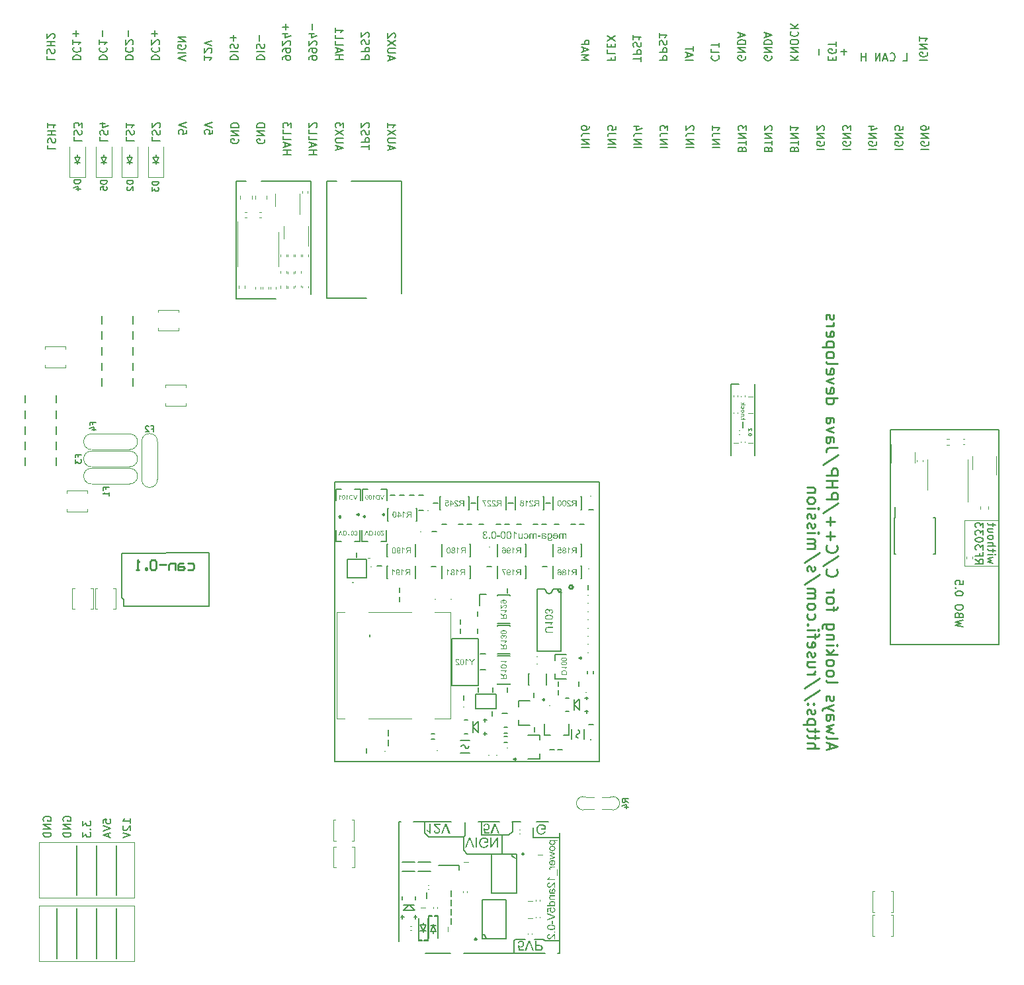
<source format=gbo>
G75*
G70*
%OFA0B0*%
%FSLAX25Y25*%
%IPPOS*%
%LPD*%
%AMOC8*
5,1,8,0,0,1.08239X$1,22.5*
%
%ADD10C,0.00787*%
%ADD100C,0.00390*%
%ADD106C,0.00984*%
%ADD107C,0.00394*%
%ADD146C,0.01000*%
%ADD241C,0.00300*%
%ADD85C,0.00591*%
%ADD87C,0.00472*%
%ADD93C,0.00669*%
%ADD95C,0.00500*%
%ADD97C,0.00800*%
X0000000Y0000000D02*
%LPD*%
G01*
D85*
X0058766Y0043130D02*
X0058766Y0017933D01*
X0078740Y0074902D02*
X0078740Y0049705D01*
X0068773Y0043130D02*
X0068773Y0017933D01*
X0078780Y0043130D02*
X0078780Y0017933D01*
X0068799Y0074902D02*
X0068799Y0049705D01*
X0058760Y0075000D02*
X0058760Y0049803D01*
X0048760Y0043130D02*
X0048760Y0017933D01*
X0061830Y0087130D02*
X0061830Y0084693D01*
X0061830Y0084693D02*
X0063330Y0086005D01*
X0063330Y0086005D02*
X0063330Y0085442D01*
X0063330Y0085442D02*
X0063517Y0085067D01*
X0063517Y0085067D02*
X0063705Y0084880D01*
X0063705Y0084880D02*
X0064080Y0084693D01*
X0064080Y0084693D02*
X0065017Y0084693D01*
X0065017Y0084693D02*
X0065392Y0084880D01*
X0065392Y0084880D02*
X0065580Y0085067D01*
X0065580Y0085067D02*
X0065767Y0085442D01*
X0065767Y0085442D02*
X0065767Y0086567D01*
X0065767Y0086567D02*
X0065580Y0086942D01*
X0065580Y0086942D02*
X0065392Y0087130D01*
X0065392Y0083005D02*
X0065580Y0082818D01*
X0065580Y0082818D02*
X0065767Y0083005D01*
X0065767Y0083005D02*
X0065580Y0083193D01*
X0065580Y0083193D02*
X0065392Y0083005D01*
X0065392Y0083005D02*
X0065767Y0083005D01*
X0061830Y0081505D02*
X0061830Y0079068D01*
X0061830Y0079068D02*
X0063330Y0080381D01*
X0063330Y0080381D02*
X0063330Y0079818D01*
X0063330Y0079818D02*
X0063517Y0079443D01*
X0063517Y0079443D02*
X0063705Y0079256D01*
X0063705Y0079256D02*
X0064080Y0079068D01*
X0064080Y0079068D02*
X0065017Y0079068D01*
X0065017Y0079068D02*
X0065392Y0079256D01*
X0065392Y0079256D02*
X0065580Y0079443D01*
X0065580Y0079443D02*
X0065767Y0079818D01*
X0065767Y0079818D02*
X0065767Y0080943D01*
X0065767Y0080943D02*
X0065580Y0081318D01*
X0065580Y0081318D02*
X0065392Y0081505D01*
X0365316Y0470819D02*
X0369253Y0470819D01*
X0366441Y0472507D02*
X0366441Y0474381D01*
X0365316Y0472132D02*
X0369253Y0473444D01*
X0369253Y0473444D02*
X0365316Y0474756D01*
X0369253Y0475506D02*
X0369253Y0477756D01*
X0365316Y0476631D02*
X0369253Y0476631D01*
X0313072Y0426748D02*
X0317009Y0426748D01*
X0313072Y0428623D02*
X0317009Y0428623D01*
X0317009Y0428623D02*
X0313072Y0430873D01*
X0313072Y0430873D02*
X0317009Y0430873D01*
X0317009Y0433872D02*
X0314196Y0433872D01*
X0314196Y0433872D02*
X0313634Y0433685D01*
X0313634Y0433685D02*
X0313259Y0433310D01*
X0313259Y0433310D02*
X0313072Y0432747D01*
X0313072Y0432747D02*
X0313072Y0432373D01*
X0317009Y0437434D02*
X0317009Y0436684D01*
X0317009Y0436684D02*
X0316821Y0436310D01*
X0316821Y0436310D02*
X0316634Y0436122D01*
X0316634Y0436122D02*
X0316071Y0435747D01*
X0316071Y0435747D02*
X0315321Y0435560D01*
X0315321Y0435560D02*
X0313821Y0435560D01*
X0313821Y0435560D02*
X0313447Y0435747D01*
X0313447Y0435747D02*
X0313259Y0435935D01*
X0313259Y0435935D02*
X0313072Y0436310D01*
X0313072Y0436310D02*
X0313072Y0437059D01*
X0313072Y0437059D02*
X0313259Y0437434D01*
X0313259Y0437434D02*
X0313447Y0437622D01*
X0313447Y0437622D02*
X0313821Y0437809D01*
X0313821Y0437809D02*
X0314759Y0437809D01*
X0314759Y0437809D02*
X0315134Y0437622D01*
X0315134Y0437622D02*
X0315321Y0437434D01*
X0315321Y0437434D02*
X0315509Y0437059D01*
X0315509Y0437059D02*
X0315509Y0436310D01*
X0315509Y0436310D02*
X0315321Y0435935D01*
X0315321Y0435935D02*
X0315134Y0435747D01*
X0315134Y0435747D02*
X0314759Y0435560D01*
X0096771Y0432105D02*
X0096771Y0430231D01*
X0096771Y0430231D02*
X0100708Y0430231D01*
X0096958Y0433230D02*
X0096771Y0433793D01*
X0096771Y0433793D02*
X0096771Y0434730D01*
X0096771Y0434730D02*
X0096958Y0435105D01*
X0096958Y0435105D02*
X0097146Y0435292D01*
X0097146Y0435292D02*
X0097521Y0435480D01*
X0097521Y0435480D02*
X0097896Y0435480D01*
X0097896Y0435480D02*
X0098271Y0435292D01*
X0098271Y0435292D02*
X0098458Y0435105D01*
X0098458Y0435105D02*
X0098646Y0434730D01*
X0098646Y0434730D02*
X0098833Y0433980D01*
X0098833Y0433980D02*
X0099021Y0433605D01*
X0099021Y0433605D02*
X0099208Y0433418D01*
X0099208Y0433418D02*
X0099583Y0433230D01*
X0099583Y0433230D02*
X0099958Y0433230D01*
X0099958Y0433230D02*
X0100333Y0433418D01*
X0100333Y0433418D02*
X0100520Y0433605D01*
X0100520Y0433605D02*
X0100708Y0433980D01*
X0100708Y0433980D02*
X0100708Y0434918D01*
X0100708Y0434918D02*
X0100520Y0435480D01*
X0100333Y0436980D02*
X0100520Y0437167D01*
X0100520Y0437167D02*
X0100708Y0437542D01*
X0100708Y0437542D02*
X0100708Y0438480D01*
X0100708Y0438480D02*
X0100520Y0438855D01*
X0100520Y0438855D02*
X0100333Y0439042D01*
X0100333Y0439042D02*
X0099958Y0439229D01*
X0099958Y0439229D02*
X0099583Y0439229D01*
X0099583Y0439229D02*
X0099021Y0439042D01*
X0099021Y0439042D02*
X0096771Y0436792D01*
X0096771Y0436792D02*
X0096771Y0439229D01*
X0339389Y0426748D02*
X0343326Y0426748D01*
X0339389Y0428623D02*
X0343326Y0428623D01*
X0343326Y0428623D02*
X0339389Y0430873D01*
X0339389Y0430873D02*
X0343326Y0430873D01*
X0343326Y0433872D02*
X0340514Y0433872D01*
X0340514Y0433872D02*
X0339951Y0433685D01*
X0339951Y0433685D02*
X0339576Y0433310D01*
X0339576Y0433310D02*
X0339389Y0432747D01*
X0339389Y0432747D02*
X0339389Y0432373D01*
X0342014Y0437434D02*
X0339389Y0437434D01*
X0343513Y0436497D02*
X0340701Y0435560D01*
X0340701Y0435560D02*
X0340701Y0437997D01*
X0043583Y0472966D02*
X0043583Y0471091D01*
X0043583Y0471091D02*
X0047520Y0471091D01*
X0043771Y0474091D02*
X0043583Y0474653D01*
X0043583Y0474653D02*
X0043583Y0475591D01*
X0043583Y0475591D02*
X0043771Y0475966D01*
X0043771Y0475966D02*
X0043958Y0476153D01*
X0043958Y0476153D02*
X0044333Y0476340D01*
X0044333Y0476340D02*
X0044708Y0476340D01*
X0044708Y0476340D02*
X0045083Y0476153D01*
X0045083Y0476153D02*
X0045271Y0475966D01*
X0045271Y0475966D02*
X0045458Y0475591D01*
X0045458Y0475591D02*
X0045646Y0474841D01*
X0045646Y0474841D02*
X0045833Y0474466D01*
X0045833Y0474466D02*
X0046021Y0474278D01*
X0046021Y0474278D02*
X0046396Y0474091D01*
X0046396Y0474091D02*
X0046770Y0474091D01*
X0046770Y0474091D02*
X0047145Y0474278D01*
X0047145Y0474278D02*
X0047333Y0474466D01*
X0047333Y0474466D02*
X0047520Y0474841D01*
X0047520Y0474841D02*
X0047520Y0475778D01*
X0047520Y0475778D02*
X0047333Y0476340D01*
X0043583Y0478028D02*
X0047520Y0478028D01*
X0045646Y0478028D02*
X0045646Y0480277D01*
X0043583Y0480277D02*
X0047520Y0480277D01*
X0047145Y0481965D02*
X0047333Y0482152D01*
X0047333Y0482152D02*
X0047520Y0482527D01*
X0047520Y0482527D02*
X0047520Y0483465D01*
X0047520Y0483465D02*
X0047333Y0483840D01*
X0047333Y0483840D02*
X0047145Y0484027D01*
X0047145Y0484027D02*
X0046770Y0484214D01*
X0046770Y0484214D02*
X0046396Y0484214D01*
X0046396Y0484214D02*
X0045833Y0484027D01*
X0045833Y0484027D02*
X0043583Y0481777D01*
X0043583Y0481777D02*
X0043583Y0484214D01*
X0140042Y0430981D02*
X0140229Y0430606D01*
X0140229Y0430606D02*
X0140229Y0430043D01*
X0140229Y0430043D02*
X0140042Y0429481D01*
X0140042Y0429481D02*
X0139667Y0429106D01*
X0139667Y0429106D02*
X0139292Y0428918D01*
X0139292Y0428918D02*
X0138542Y0428731D01*
X0138542Y0428731D02*
X0137980Y0428731D01*
X0137980Y0428731D02*
X0137230Y0428918D01*
X0137230Y0428918D02*
X0136855Y0429106D01*
X0136855Y0429106D02*
X0136480Y0429481D01*
X0136480Y0429481D02*
X0136292Y0430043D01*
X0136292Y0430043D02*
X0136292Y0430418D01*
X0136292Y0430418D02*
X0136480Y0430981D01*
X0136480Y0430981D02*
X0136667Y0431168D01*
X0136667Y0431168D02*
X0137980Y0431168D01*
X0137980Y0431168D02*
X0137980Y0430418D01*
X0136292Y0432855D02*
X0140229Y0432855D01*
X0140229Y0432855D02*
X0136292Y0435105D01*
X0136292Y0435105D02*
X0140229Y0435105D01*
X0136292Y0436980D02*
X0140229Y0436980D01*
X0140229Y0436980D02*
X0140229Y0437917D01*
X0140229Y0437917D02*
X0140042Y0438480D01*
X0140042Y0438480D02*
X0139667Y0438855D01*
X0139667Y0438855D02*
X0139292Y0439042D01*
X0139292Y0439042D02*
X0138542Y0439229D01*
X0138542Y0439229D02*
X0137980Y0439229D01*
X0137980Y0439229D02*
X0137230Y0439042D01*
X0137230Y0439042D02*
X0136855Y0438855D01*
X0136855Y0438855D02*
X0136480Y0438480D01*
X0136480Y0438480D02*
X0136292Y0437917D01*
X0136292Y0437917D02*
X0136292Y0436980D01*
X0041988Y0087317D02*
X0041800Y0087692D01*
X0041800Y0087692D02*
X0041800Y0088255D01*
X0041800Y0088255D02*
X0041988Y0088817D01*
X0041988Y0088817D02*
X0042363Y0089192D01*
X0042363Y0089192D02*
X0042738Y0089379D01*
X0042738Y0089379D02*
X0043488Y0089567D01*
X0043488Y0089567D02*
X0044050Y0089567D01*
X0044050Y0089567D02*
X0044800Y0089379D01*
X0044800Y0089379D02*
X0045175Y0089192D01*
X0045175Y0089192D02*
X0045550Y0088817D01*
X0045550Y0088817D02*
X0045737Y0088255D01*
X0045737Y0088255D02*
X0045737Y0087880D01*
X0045737Y0087880D02*
X0045550Y0087317D01*
X0045550Y0087317D02*
X0045363Y0087130D01*
X0045363Y0087130D02*
X0044050Y0087130D01*
X0044050Y0087130D02*
X0044050Y0087880D01*
X0045737Y0085442D02*
X0041800Y0085442D01*
X0041800Y0085442D02*
X0045737Y0083193D01*
X0045737Y0083193D02*
X0041800Y0083193D01*
X0045737Y0081318D02*
X0041800Y0081318D01*
X0041800Y0081318D02*
X0041800Y0080381D01*
X0041800Y0080381D02*
X0041988Y0079818D01*
X0041988Y0079818D02*
X0042363Y0079443D01*
X0042363Y0079443D02*
X0042738Y0079256D01*
X0042738Y0079256D02*
X0043488Y0079068D01*
X0043488Y0079068D02*
X0044050Y0079068D01*
X0044050Y0079068D02*
X0044800Y0079256D01*
X0044800Y0079256D02*
X0045175Y0079443D01*
X0045175Y0079443D02*
X0045550Y0079818D01*
X0045550Y0079818D02*
X0045737Y0080381D01*
X0045737Y0080381D02*
X0045737Y0081318D01*
X0162640Y0423294D02*
X0166577Y0423294D01*
X0164702Y0423294D02*
X0164702Y0425544D01*
X0162640Y0425544D02*
X0166577Y0425544D01*
X0163765Y0427231D02*
X0163765Y0429106D01*
X0162640Y0426856D02*
X0166577Y0428168D01*
X0166577Y0428168D02*
X0162640Y0429481D01*
X0162640Y0432668D02*
X0162640Y0430793D01*
X0162640Y0430793D02*
X0166577Y0430793D01*
X0162640Y0435855D02*
X0162640Y0433980D01*
X0162640Y0433980D02*
X0166577Y0433980D01*
X0166577Y0436792D02*
X0166577Y0439229D01*
X0166577Y0439229D02*
X0165077Y0437917D01*
X0165077Y0437917D02*
X0165077Y0438480D01*
X0165077Y0438480D02*
X0164890Y0438855D01*
X0164890Y0438855D02*
X0164702Y0439042D01*
X0164702Y0439042D02*
X0164327Y0439229D01*
X0164327Y0439229D02*
X0163390Y0439229D01*
X0163390Y0439229D02*
X0163015Y0439042D01*
X0163015Y0439042D02*
X0162827Y0438855D01*
X0162827Y0438855D02*
X0162640Y0438480D01*
X0162640Y0438480D02*
X0162640Y0437355D01*
X0162640Y0437355D02*
X0162827Y0436980D01*
X0162827Y0436980D02*
X0163015Y0436792D01*
X0096430Y0471091D02*
X0100367Y0471091D01*
X0100367Y0471091D02*
X0100367Y0472028D01*
X0100367Y0472028D02*
X0100180Y0472591D01*
X0100180Y0472591D02*
X0099805Y0472966D01*
X0099805Y0472966D02*
X0099430Y0473153D01*
X0099430Y0473153D02*
X0098680Y0473341D01*
X0098680Y0473341D02*
X0098117Y0473341D01*
X0098117Y0473341D02*
X0097368Y0473153D01*
X0097368Y0473153D02*
X0096993Y0472966D01*
X0096993Y0472966D02*
X0096618Y0472591D01*
X0096618Y0472591D02*
X0096430Y0472028D01*
X0096430Y0472028D02*
X0096430Y0471091D01*
X0096805Y0477278D02*
X0096618Y0477090D01*
X0096618Y0477090D02*
X0096430Y0476528D01*
X0096430Y0476528D02*
X0096430Y0476153D01*
X0096430Y0476153D02*
X0096618Y0475591D01*
X0096618Y0475591D02*
X0096993Y0475216D01*
X0096993Y0475216D02*
X0097368Y0475028D01*
X0097368Y0475028D02*
X0098117Y0474841D01*
X0098117Y0474841D02*
X0098680Y0474841D01*
X0098680Y0474841D02*
X0099430Y0475028D01*
X0099430Y0475028D02*
X0099805Y0475216D01*
X0099805Y0475216D02*
X0100180Y0475591D01*
X0100180Y0475591D02*
X0100367Y0476153D01*
X0100367Y0476153D02*
X0100367Y0476528D01*
X0100367Y0476528D02*
X0100180Y0477090D01*
X0100180Y0477090D02*
X0099992Y0477278D01*
X0099992Y0478778D02*
X0100180Y0478965D01*
X0100180Y0478965D02*
X0100367Y0479340D01*
X0100367Y0479340D02*
X0100367Y0480277D01*
X0100367Y0480277D02*
X0100180Y0480652D01*
X0100180Y0480652D02*
X0099992Y0480840D01*
X0099992Y0480840D02*
X0099617Y0481027D01*
X0099617Y0481027D02*
X0099242Y0481027D01*
X0099242Y0481027D02*
X0098680Y0480840D01*
X0098680Y0480840D02*
X0096430Y0478590D01*
X0096430Y0478590D02*
X0096430Y0481027D01*
X0097930Y0482715D02*
X0097930Y0485714D01*
X0096430Y0484214D02*
X0099430Y0484214D01*
X0136065Y0471091D02*
X0140002Y0471091D01*
X0140002Y0471091D02*
X0140002Y0472028D01*
X0140002Y0472028D02*
X0139815Y0472591D01*
X0139815Y0472591D02*
X0139440Y0472966D01*
X0139440Y0472966D02*
X0139065Y0473153D01*
X0139065Y0473153D02*
X0138315Y0473341D01*
X0138315Y0473341D02*
X0137752Y0473341D01*
X0137752Y0473341D02*
X0137003Y0473153D01*
X0137003Y0473153D02*
X0136628Y0472966D01*
X0136628Y0472966D02*
X0136253Y0472591D01*
X0136253Y0472591D02*
X0136065Y0472028D01*
X0136065Y0472028D02*
X0136065Y0471091D01*
X0136065Y0475028D02*
X0140002Y0475028D01*
X0136253Y0476715D02*
X0136065Y0477278D01*
X0136065Y0477278D02*
X0136065Y0478215D01*
X0136065Y0478215D02*
X0136253Y0478590D01*
X0136253Y0478590D02*
X0136440Y0478778D01*
X0136440Y0478778D02*
X0136815Y0478965D01*
X0136815Y0478965D02*
X0137190Y0478965D01*
X0137190Y0478965D02*
X0137565Y0478778D01*
X0137565Y0478778D02*
X0137752Y0478590D01*
X0137752Y0478590D02*
X0137940Y0478215D01*
X0137940Y0478215D02*
X0138127Y0477465D01*
X0138127Y0477465D02*
X0138315Y0477090D01*
X0138315Y0477090D02*
X0138502Y0476903D01*
X0138502Y0476903D02*
X0138877Y0476715D01*
X0138877Y0476715D02*
X0139252Y0476715D01*
X0139252Y0476715D02*
X0139627Y0476903D01*
X0139627Y0476903D02*
X0139815Y0477090D01*
X0139815Y0477090D02*
X0140002Y0477465D01*
X0140002Y0477465D02*
X0140002Y0478403D01*
X0140002Y0478403D02*
X0139815Y0478965D01*
X0137565Y0480652D02*
X0137565Y0483652D01*
X0136065Y0482152D02*
X0139065Y0482152D01*
X0378801Y0473069D02*
X0378613Y0472882D01*
X0378613Y0472882D02*
X0378426Y0472319D01*
X0378426Y0472319D02*
X0378426Y0471944D01*
X0378426Y0471944D02*
X0378613Y0471382D01*
X0378613Y0471382D02*
X0378988Y0471007D01*
X0378988Y0471007D02*
X0379363Y0470819D01*
X0379363Y0470819D02*
X0380113Y0470632D01*
X0380113Y0470632D02*
X0380676Y0470632D01*
X0380676Y0470632D02*
X0381426Y0470819D01*
X0381426Y0470819D02*
X0381800Y0471007D01*
X0381800Y0471007D02*
X0382175Y0471382D01*
X0382175Y0471382D02*
X0382363Y0471944D01*
X0382363Y0471944D02*
X0382363Y0472319D01*
X0382363Y0472319D02*
X0382175Y0472882D01*
X0382175Y0472882D02*
X0381988Y0473069D01*
X0378426Y0476631D02*
X0378426Y0474756D01*
X0378426Y0474756D02*
X0382363Y0474756D01*
X0382363Y0477381D02*
X0382363Y0479631D01*
X0378426Y0478506D02*
X0382363Y0478506D01*
X0418288Y0470819D02*
X0422225Y0470819D01*
X0418288Y0473069D02*
X0420538Y0471382D01*
X0422225Y0473069D02*
X0419975Y0470819D01*
X0418288Y0474756D02*
X0422225Y0474756D01*
X0422225Y0474756D02*
X0418288Y0477006D01*
X0418288Y0477006D02*
X0422225Y0477006D01*
X0422225Y0479631D02*
X0422225Y0480381D01*
X0422225Y0480381D02*
X0422038Y0480756D01*
X0422038Y0480756D02*
X0421663Y0481130D01*
X0421663Y0481130D02*
X0420913Y0481318D01*
X0420913Y0481318D02*
X0419600Y0481318D01*
X0419600Y0481318D02*
X0418851Y0481130D01*
X0418851Y0481130D02*
X0418476Y0480756D01*
X0418476Y0480756D02*
X0418288Y0480381D01*
X0418288Y0480381D02*
X0418288Y0479631D01*
X0418288Y0479631D02*
X0418476Y0479256D01*
X0418476Y0479256D02*
X0418851Y0478881D01*
X0418851Y0478881D02*
X0419600Y0478693D01*
X0419600Y0478693D02*
X0420913Y0478693D01*
X0420913Y0478693D02*
X0421663Y0478881D01*
X0421663Y0478881D02*
X0422038Y0479256D01*
X0422038Y0479256D02*
X0422225Y0479631D01*
X0418663Y0485255D02*
X0418476Y0485067D01*
X0418476Y0485067D02*
X0418288Y0484505D01*
X0418288Y0484505D02*
X0418288Y0484130D01*
X0418288Y0484130D02*
X0418476Y0483568D01*
X0418476Y0483568D02*
X0418851Y0483193D01*
X0418851Y0483193D02*
X0419225Y0483005D01*
X0419225Y0483005D02*
X0419975Y0482818D01*
X0419975Y0482818D02*
X0420538Y0482818D01*
X0420538Y0482818D02*
X0421288Y0483005D01*
X0421288Y0483005D02*
X0421663Y0483193D01*
X0421663Y0483193D02*
X0422038Y0483568D01*
X0422038Y0483568D02*
X0422225Y0484130D01*
X0422225Y0484130D02*
X0422225Y0484505D01*
X0422225Y0484505D02*
X0422038Y0485067D01*
X0422038Y0485067D02*
X0421850Y0485255D01*
X0418288Y0486942D02*
X0422225Y0486942D01*
X0418288Y0489192D02*
X0420538Y0487505D01*
X0422225Y0489192D02*
X0419975Y0486942D01*
X0153216Y0430981D02*
X0153403Y0430606D01*
X0153403Y0430606D02*
X0153403Y0430043D01*
X0153403Y0430043D02*
X0153216Y0429481D01*
X0153216Y0429481D02*
X0152841Y0429106D01*
X0152841Y0429106D02*
X0152466Y0428918D01*
X0152466Y0428918D02*
X0151716Y0428731D01*
X0151716Y0428731D02*
X0151153Y0428731D01*
X0151153Y0428731D02*
X0150404Y0428918D01*
X0150404Y0428918D02*
X0150029Y0429106D01*
X0150029Y0429106D02*
X0149654Y0429481D01*
X0149654Y0429481D02*
X0149466Y0430043D01*
X0149466Y0430043D02*
X0149466Y0430418D01*
X0149466Y0430418D02*
X0149654Y0430981D01*
X0149654Y0430981D02*
X0149841Y0431168D01*
X0149841Y0431168D02*
X0151153Y0431168D01*
X0151153Y0431168D02*
X0151153Y0430418D01*
X0149466Y0432855D02*
X0153403Y0432855D01*
X0153403Y0432855D02*
X0149466Y0435105D01*
X0149466Y0435105D02*
X0153403Y0435105D01*
X0149466Y0436980D02*
X0153403Y0436980D01*
X0153403Y0436980D02*
X0153403Y0437917D01*
X0153403Y0437917D02*
X0153216Y0438480D01*
X0153216Y0438480D02*
X0152841Y0438855D01*
X0152841Y0438855D02*
X0152466Y0439042D01*
X0152466Y0439042D02*
X0151716Y0439229D01*
X0151716Y0439229D02*
X0151153Y0439229D01*
X0151153Y0439229D02*
X0150404Y0439042D01*
X0150404Y0439042D02*
X0150029Y0438855D01*
X0150029Y0438855D02*
X0149654Y0438480D01*
X0149654Y0438480D02*
X0149466Y0437917D01*
X0149466Y0437917D02*
X0149466Y0436980D01*
X0071845Y0086005D02*
X0071845Y0087880D01*
X0071845Y0087880D02*
X0073720Y0088067D01*
X0073720Y0088067D02*
X0073532Y0087880D01*
X0073532Y0087880D02*
X0073345Y0087505D01*
X0073345Y0087505D02*
X0073345Y0086567D01*
X0073345Y0086567D02*
X0073532Y0086192D01*
X0073532Y0086192D02*
X0073720Y0086005D01*
X0073720Y0086005D02*
X0074094Y0085817D01*
X0074094Y0085817D02*
X0075032Y0085817D01*
X0075032Y0085817D02*
X0075407Y0086005D01*
X0075407Y0086005D02*
X0075594Y0086192D01*
X0075594Y0086192D02*
X0075782Y0086567D01*
X0075782Y0086567D02*
X0075782Y0087505D01*
X0075782Y0087505D02*
X0075594Y0087880D01*
X0075594Y0087880D02*
X0075407Y0088067D01*
X0071845Y0084693D02*
X0075782Y0083380D01*
X0075782Y0083380D02*
X0071845Y0082068D01*
X0074657Y0080943D02*
X0074657Y0079068D01*
X0075782Y0081318D02*
X0071845Y0080006D01*
X0071845Y0080006D02*
X0075782Y0078693D01*
X0175700Y0471279D02*
X0175700Y0472028D01*
X0175700Y0472028D02*
X0175888Y0472403D01*
X0175888Y0472403D02*
X0176075Y0472591D01*
X0176075Y0472591D02*
X0176638Y0472966D01*
X0176638Y0472966D02*
X0177388Y0473153D01*
X0177388Y0473153D02*
X0178887Y0473153D01*
X0178887Y0473153D02*
X0179262Y0472966D01*
X0179262Y0472966D02*
X0179450Y0472778D01*
X0179450Y0472778D02*
X0179637Y0472403D01*
X0179637Y0472403D02*
X0179637Y0471654D01*
X0179637Y0471654D02*
X0179450Y0471279D01*
X0179450Y0471279D02*
X0179262Y0471091D01*
X0179262Y0471091D02*
X0178887Y0470904D01*
X0178887Y0470904D02*
X0177950Y0470904D01*
X0177950Y0470904D02*
X0177575Y0471091D01*
X0177575Y0471091D02*
X0177388Y0471279D01*
X0177388Y0471279D02*
X0177200Y0471654D01*
X0177200Y0471654D02*
X0177200Y0472403D01*
X0177200Y0472403D02*
X0177388Y0472778D01*
X0177388Y0472778D02*
X0177575Y0472966D01*
X0177575Y0472966D02*
X0177950Y0473153D01*
X0175700Y0475028D02*
X0175700Y0475778D01*
X0175700Y0475778D02*
X0175888Y0476153D01*
X0175888Y0476153D02*
X0176075Y0476340D01*
X0176075Y0476340D02*
X0176638Y0476715D01*
X0176638Y0476715D02*
X0177388Y0476903D01*
X0177388Y0476903D02*
X0178887Y0476903D01*
X0178887Y0476903D02*
X0179262Y0476715D01*
X0179262Y0476715D02*
X0179450Y0476528D01*
X0179450Y0476528D02*
X0179637Y0476153D01*
X0179637Y0476153D02*
X0179637Y0475403D01*
X0179637Y0475403D02*
X0179450Y0475028D01*
X0179450Y0475028D02*
X0179262Y0474841D01*
X0179262Y0474841D02*
X0178887Y0474653D01*
X0178887Y0474653D02*
X0177950Y0474653D01*
X0177950Y0474653D02*
X0177575Y0474841D01*
X0177575Y0474841D02*
X0177388Y0475028D01*
X0177388Y0475028D02*
X0177200Y0475403D01*
X0177200Y0475403D02*
X0177200Y0476153D01*
X0177200Y0476153D02*
X0177388Y0476528D01*
X0177388Y0476528D02*
X0177575Y0476715D01*
X0177575Y0476715D02*
X0177950Y0476903D01*
X0179262Y0478403D02*
X0179450Y0478590D01*
X0179450Y0478590D02*
X0179637Y0478965D01*
X0179637Y0478965D02*
X0179637Y0479903D01*
X0179637Y0479903D02*
X0179450Y0480277D01*
X0179450Y0480277D02*
X0179262Y0480465D01*
X0179262Y0480465D02*
X0178887Y0480652D01*
X0178887Y0480652D02*
X0178512Y0480652D01*
X0178512Y0480652D02*
X0177950Y0480465D01*
X0177950Y0480465D02*
X0175700Y0478215D01*
X0175700Y0478215D02*
X0175700Y0480652D01*
X0178325Y0484027D02*
X0175700Y0484027D01*
X0179825Y0483090D02*
X0177013Y0482152D01*
X0177013Y0482152D02*
X0177013Y0484589D01*
X0177200Y0486089D02*
X0177200Y0489089D01*
X0394086Y0425998D02*
X0393898Y0426561D01*
X0393898Y0426561D02*
X0393711Y0426748D01*
X0393711Y0426748D02*
X0393336Y0426936D01*
X0393336Y0426936D02*
X0392774Y0426936D01*
X0392774Y0426936D02*
X0392399Y0426748D01*
X0392399Y0426748D02*
X0392211Y0426561D01*
X0392211Y0426561D02*
X0392024Y0426186D01*
X0392024Y0426186D02*
X0392024Y0424686D01*
X0392024Y0424686D02*
X0395961Y0424686D01*
X0395961Y0424686D02*
X0395961Y0425998D01*
X0395961Y0425998D02*
X0395773Y0426373D01*
X0395773Y0426373D02*
X0395586Y0426561D01*
X0395586Y0426561D02*
X0395211Y0426748D01*
X0395211Y0426748D02*
X0394836Y0426748D01*
X0394836Y0426748D02*
X0394461Y0426561D01*
X0394461Y0426561D02*
X0394273Y0426373D01*
X0394273Y0426373D02*
X0394086Y0425998D01*
X0394086Y0425998D02*
X0394086Y0424686D01*
X0395961Y0428061D02*
X0395961Y0430310D01*
X0392024Y0429185D02*
X0395961Y0429185D01*
X0392024Y0431623D02*
X0395961Y0431623D01*
X0395961Y0431623D02*
X0392024Y0433872D01*
X0392024Y0433872D02*
X0395961Y0433872D01*
X0395961Y0435372D02*
X0395961Y0437809D01*
X0395961Y0437809D02*
X0394461Y0436497D01*
X0394461Y0436497D02*
X0394461Y0437059D01*
X0394461Y0437059D02*
X0394273Y0437434D01*
X0394273Y0437434D02*
X0394086Y0437622D01*
X0394086Y0437622D02*
X0393711Y0437809D01*
X0393711Y0437809D02*
X0392774Y0437809D01*
X0392774Y0437809D02*
X0392399Y0437622D01*
X0392399Y0437622D02*
X0392211Y0437434D01*
X0392211Y0437434D02*
X0392024Y0437059D01*
X0392024Y0437059D02*
X0392024Y0435935D01*
X0392024Y0435935D02*
X0392211Y0435560D01*
X0392211Y0435560D02*
X0392399Y0435372D01*
X0216460Y0470904D02*
X0216460Y0472778D01*
X0215335Y0470529D02*
X0219272Y0471841D01*
X0219272Y0471841D02*
X0215335Y0473153D01*
X0219272Y0474466D02*
X0216085Y0474466D01*
X0216085Y0474466D02*
X0215710Y0474653D01*
X0215710Y0474653D02*
X0215523Y0474841D01*
X0215523Y0474841D02*
X0215335Y0475216D01*
X0215335Y0475216D02*
X0215335Y0475966D01*
X0215335Y0475966D02*
X0215523Y0476340D01*
X0215523Y0476340D02*
X0215710Y0476528D01*
X0215710Y0476528D02*
X0216085Y0476715D01*
X0216085Y0476715D02*
X0219272Y0476715D01*
X0219272Y0478215D02*
X0215335Y0480840D01*
X0219272Y0480840D02*
X0215335Y0478215D01*
X0218897Y0482152D02*
X0219085Y0482340D01*
X0219085Y0482340D02*
X0219272Y0482715D01*
X0219272Y0482715D02*
X0219272Y0483652D01*
X0219272Y0483652D02*
X0219085Y0484027D01*
X0219085Y0484027D02*
X0218897Y0484214D01*
X0218897Y0484214D02*
X0218522Y0484402D01*
X0218522Y0484402D02*
X0218148Y0484402D01*
X0218148Y0484402D02*
X0217585Y0484214D01*
X0217585Y0484214D02*
X0215335Y0481965D01*
X0215335Y0481965D02*
X0215335Y0484402D01*
X0343032Y0470257D02*
X0343032Y0472507D01*
X0339095Y0471382D02*
X0343032Y0471382D01*
X0339095Y0473819D02*
X0343032Y0473819D01*
X0343032Y0473819D02*
X0343032Y0475319D01*
X0343032Y0475319D02*
X0342845Y0475694D01*
X0342845Y0475694D02*
X0342657Y0475881D01*
X0342657Y0475881D02*
X0342282Y0476069D01*
X0342282Y0476069D02*
X0341720Y0476069D01*
X0341720Y0476069D02*
X0341345Y0475881D01*
X0341345Y0475881D02*
X0341157Y0475694D01*
X0341157Y0475694D02*
X0340970Y0475319D01*
X0340970Y0475319D02*
X0340970Y0473819D01*
X0339283Y0477568D02*
X0339095Y0478131D01*
X0339095Y0478131D02*
X0339095Y0479068D01*
X0339095Y0479068D02*
X0339283Y0479443D01*
X0339283Y0479443D02*
X0339470Y0479631D01*
X0339470Y0479631D02*
X0339845Y0479818D01*
X0339845Y0479818D02*
X0340220Y0479818D01*
X0340220Y0479818D02*
X0340595Y0479631D01*
X0340595Y0479631D02*
X0340782Y0479443D01*
X0340782Y0479443D02*
X0340970Y0479068D01*
X0340970Y0479068D02*
X0341157Y0478318D01*
X0341157Y0478318D02*
X0341345Y0477943D01*
X0341345Y0477943D02*
X0341532Y0477756D01*
X0341532Y0477756D02*
X0341907Y0477568D01*
X0341907Y0477568D02*
X0342282Y0477568D01*
X0342282Y0477568D02*
X0342657Y0477756D01*
X0342657Y0477756D02*
X0342845Y0477943D01*
X0342845Y0477943D02*
X0343032Y0478318D01*
X0343032Y0478318D02*
X0343032Y0479256D01*
X0343032Y0479256D02*
X0342845Y0479818D01*
X0339095Y0483568D02*
X0339095Y0481318D01*
X0339095Y0482443D02*
X0343032Y0482443D01*
X0343032Y0482443D02*
X0342470Y0482068D01*
X0342470Y0482068D02*
X0342095Y0481693D01*
X0342095Y0481693D02*
X0341907Y0481318D01*
X0188912Y0471091D02*
X0192849Y0471091D01*
X0190974Y0471091D02*
X0190974Y0473341D01*
X0188912Y0473341D02*
X0192849Y0473341D01*
X0190037Y0475028D02*
X0190037Y0476903D01*
X0188912Y0474653D02*
X0192849Y0475966D01*
X0192849Y0475966D02*
X0188912Y0477278D01*
X0188912Y0480465D02*
X0188912Y0478590D01*
X0188912Y0478590D02*
X0192849Y0478590D01*
X0188912Y0483652D02*
X0188912Y0481777D01*
X0188912Y0481777D02*
X0192849Y0481777D01*
X0188912Y0487027D02*
X0188912Y0484777D01*
X0188912Y0485902D02*
X0192849Y0485902D01*
X0192849Y0485902D02*
X0192287Y0485527D01*
X0192287Y0485527D02*
X0191912Y0485152D01*
X0191912Y0485152D02*
X0191724Y0484777D01*
X0395561Y0472882D02*
X0395749Y0472507D01*
X0395749Y0472507D02*
X0395749Y0471944D01*
X0395749Y0471944D02*
X0395561Y0471382D01*
X0395561Y0471382D02*
X0395186Y0471007D01*
X0395186Y0471007D02*
X0394811Y0470819D01*
X0394811Y0470819D02*
X0394061Y0470632D01*
X0394061Y0470632D02*
X0393499Y0470632D01*
X0393499Y0470632D02*
X0392749Y0470819D01*
X0392749Y0470819D02*
X0392374Y0471007D01*
X0392374Y0471007D02*
X0391999Y0471382D01*
X0391999Y0471382D02*
X0391812Y0471944D01*
X0391812Y0471944D02*
X0391812Y0472319D01*
X0391812Y0472319D02*
X0391999Y0472882D01*
X0391999Y0472882D02*
X0392187Y0473069D01*
X0392187Y0473069D02*
X0393499Y0473069D01*
X0393499Y0473069D02*
X0393499Y0472319D01*
X0391812Y0474756D02*
X0395749Y0474756D01*
X0395749Y0474756D02*
X0391812Y0477006D01*
X0391812Y0477006D02*
X0395749Y0477006D01*
X0391812Y0478881D02*
X0395749Y0478881D01*
X0395749Y0478881D02*
X0395749Y0479818D01*
X0395749Y0479818D02*
X0395561Y0480381D01*
X0395561Y0480381D02*
X0395186Y0480756D01*
X0395186Y0480756D02*
X0394811Y0480943D01*
X0394811Y0480943D02*
X0394061Y0481130D01*
X0394061Y0481130D02*
X0393499Y0481130D01*
X0393499Y0481130D02*
X0392749Y0480943D01*
X0392749Y0480943D02*
X0392374Y0480756D01*
X0392374Y0480756D02*
X0391999Y0480381D01*
X0391999Y0480381D02*
X0391812Y0479818D01*
X0391812Y0479818D02*
X0391812Y0478881D01*
X0392937Y0482630D02*
X0392937Y0484505D01*
X0391812Y0482255D02*
X0395749Y0483568D01*
X0395749Y0483568D02*
X0391812Y0484880D01*
D106*
X0437867Y0123572D02*
X0437867Y0126384D01*
X0436179Y0123009D02*
X0442085Y0124978D01*
X0442085Y0124978D02*
X0436179Y0126946D01*
X0436179Y0129758D02*
X0436460Y0129196D01*
X0436460Y0129196D02*
X0437023Y0128915D01*
X0437023Y0128915D02*
X0442085Y0128915D01*
X0440116Y0131446D02*
X0436179Y0132570D01*
X0436179Y0132570D02*
X0438991Y0133695D01*
X0438991Y0133695D02*
X0436179Y0134820D01*
X0436179Y0134820D02*
X0440116Y0135945D01*
X0436179Y0140726D02*
X0439273Y0140726D01*
X0439273Y0140726D02*
X0439835Y0140444D01*
X0439835Y0140444D02*
X0440116Y0139882D01*
X0440116Y0139882D02*
X0440116Y0138757D01*
X0440116Y0138757D02*
X0439835Y0138195D01*
X0436460Y0140726D02*
X0436179Y0140163D01*
X0436179Y0140163D02*
X0436179Y0138757D01*
X0436179Y0138757D02*
X0436460Y0138195D01*
X0436460Y0138195D02*
X0437023Y0137914D01*
X0437023Y0137914D02*
X0437585Y0137914D01*
X0437585Y0137914D02*
X0438148Y0138195D01*
X0438148Y0138195D02*
X0438429Y0138757D01*
X0438429Y0138757D02*
X0438429Y0140163D01*
X0438429Y0140163D02*
X0438710Y0140726D01*
X0440116Y0142975D02*
X0436179Y0144382D01*
X0440116Y0145788D02*
X0436179Y0144382D01*
X0436179Y0144382D02*
X0434773Y0143819D01*
X0434773Y0143819D02*
X0434492Y0143538D01*
X0434492Y0143538D02*
X0434211Y0142975D01*
X0436460Y0147756D02*
X0436179Y0148319D01*
X0436179Y0148319D02*
X0436179Y0149443D01*
X0436179Y0149443D02*
X0436460Y0150006D01*
X0436460Y0150006D02*
X0437023Y0150287D01*
X0437023Y0150287D02*
X0437304Y0150287D01*
X0437304Y0150287D02*
X0437867Y0150006D01*
X0437867Y0150006D02*
X0438148Y0149443D01*
X0438148Y0149443D02*
X0438148Y0148600D01*
X0438148Y0148600D02*
X0438429Y0148037D01*
X0438429Y0148037D02*
X0438991Y0147756D01*
X0438991Y0147756D02*
X0439273Y0147756D01*
X0439273Y0147756D02*
X0439835Y0148037D01*
X0439835Y0148037D02*
X0440116Y0148600D01*
X0440116Y0148600D02*
X0440116Y0149443D01*
X0440116Y0149443D02*
X0439835Y0150006D01*
X0436179Y0158161D02*
X0436460Y0157599D01*
X0436460Y0157599D02*
X0437023Y0157317D01*
X0437023Y0157317D02*
X0442085Y0157317D01*
X0436179Y0161254D02*
X0436460Y0160692D01*
X0436460Y0160692D02*
X0436742Y0160411D01*
X0436742Y0160411D02*
X0437304Y0160130D01*
X0437304Y0160130D02*
X0438991Y0160130D01*
X0438991Y0160130D02*
X0439554Y0160411D01*
X0439554Y0160411D02*
X0439835Y0160692D01*
X0439835Y0160692D02*
X0440116Y0161254D01*
X0440116Y0161254D02*
X0440116Y0162098D01*
X0440116Y0162098D02*
X0439835Y0162660D01*
X0439835Y0162660D02*
X0439554Y0162942D01*
X0439554Y0162942D02*
X0438991Y0163223D01*
X0438991Y0163223D02*
X0437304Y0163223D01*
X0437304Y0163223D02*
X0436742Y0162942D01*
X0436742Y0162942D02*
X0436460Y0162660D01*
X0436460Y0162660D02*
X0436179Y0162098D01*
X0436179Y0162098D02*
X0436179Y0161254D01*
X0436179Y0166597D02*
X0436460Y0166035D01*
X0436460Y0166035D02*
X0436742Y0165754D01*
X0436742Y0165754D02*
X0437304Y0165473D01*
X0437304Y0165473D02*
X0438991Y0165473D01*
X0438991Y0165473D02*
X0439554Y0165754D01*
X0439554Y0165754D02*
X0439835Y0166035D01*
X0439835Y0166035D02*
X0440116Y0166597D01*
X0440116Y0166597D02*
X0440116Y0167441D01*
X0440116Y0167441D02*
X0439835Y0168004D01*
X0439835Y0168004D02*
X0439554Y0168285D01*
X0439554Y0168285D02*
X0438991Y0168566D01*
X0438991Y0168566D02*
X0437304Y0168566D01*
X0437304Y0168566D02*
X0436742Y0168285D01*
X0436742Y0168285D02*
X0436460Y0168004D01*
X0436460Y0168004D02*
X0436179Y0167441D01*
X0436179Y0167441D02*
X0436179Y0166597D01*
X0436179Y0171097D02*
X0442085Y0171097D01*
X0438429Y0171659D02*
X0436179Y0173347D01*
X0440116Y0173347D02*
X0437867Y0171097D01*
X0436179Y0175878D02*
X0440116Y0175878D01*
X0442085Y0175878D02*
X0441804Y0175596D01*
X0441804Y0175596D02*
X0441522Y0175878D01*
X0441522Y0175878D02*
X0441804Y0176159D01*
X0441804Y0176159D02*
X0442085Y0175878D01*
X0442085Y0175878D02*
X0441522Y0175878D01*
X0440116Y0178690D02*
X0436179Y0178690D01*
X0439554Y0178690D02*
X0439835Y0178971D01*
X0439835Y0178971D02*
X0440116Y0179533D01*
X0440116Y0179533D02*
X0440116Y0180377D01*
X0440116Y0180377D02*
X0439835Y0180939D01*
X0439835Y0180939D02*
X0439273Y0181221D01*
X0439273Y0181221D02*
X0436179Y0181221D01*
X0440116Y0186564D02*
X0435336Y0186564D01*
X0435336Y0186564D02*
X0434773Y0186283D01*
X0434773Y0186283D02*
X0434492Y0186001D01*
X0434492Y0186001D02*
X0434211Y0185439D01*
X0434211Y0185439D02*
X0434211Y0184595D01*
X0434211Y0184595D02*
X0434492Y0184033D01*
X0436460Y0186564D02*
X0436179Y0186001D01*
X0436179Y0186001D02*
X0436179Y0184876D01*
X0436179Y0184876D02*
X0436460Y0184314D01*
X0436460Y0184314D02*
X0436742Y0184033D01*
X0436742Y0184033D02*
X0437304Y0183752D01*
X0437304Y0183752D02*
X0438991Y0183752D01*
X0438991Y0183752D02*
X0439554Y0184033D01*
X0439554Y0184033D02*
X0439835Y0184314D01*
X0439835Y0184314D02*
X0440116Y0184876D01*
X0440116Y0184876D02*
X0440116Y0186001D01*
X0440116Y0186001D02*
X0439835Y0186564D01*
X0440116Y0193032D02*
X0440116Y0195281D01*
X0436179Y0193875D02*
X0441241Y0193875D01*
X0441241Y0193875D02*
X0441804Y0194157D01*
X0441804Y0194157D02*
X0442085Y0194719D01*
X0442085Y0194719D02*
X0442085Y0195281D01*
X0436179Y0198094D02*
X0436460Y0197531D01*
X0436460Y0197531D02*
X0436742Y0197250D01*
X0436742Y0197250D02*
X0437304Y0196969D01*
X0437304Y0196969D02*
X0438991Y0196969D01*
X0438991Y0196969D02*
X0439554Y0197250D01*
X0439554Y0197250D02*
X0439835Y0197531D01*
X0439835Y0197531D02*
X0440116Y0198094D01*
X0440116Y0198094D02*
X0440116Y0198937D01*
X0440116Y0198937D02*
X0439835Y0199500D01*
X0439835Y0199500D02*
X0439554Y0199781D01*
X0439554Y0199781D02*
X0438991Y0200062D01*
X0438991Y0200062D02*
X0437304Y0200062D01*
X0437304Y0200062D02*
X0436742Y0199781D01*
X0436742Y0199781D02*
X0436460Y0199500D01*
X0436460Y0199500D02*
X0436179Y0198937D01*
X0436179Y0198937D02*
X0436179Y0198094D01*
X0436179Y0202593D02*
X0440116Y0202593D01*
X0438991Y0202593D02*
X0439554Y0202874D01*
X0439554Y0202874D02*
X0439835Y0203155D01*
X0439835Y0203155D02*
X0440116Y0203718D01*
X0440116Y0203718D02*
X0440116Y0204280D01*
X0436742Y0214123D02*
X0436460Y0213842D01*
X0436460Y0213842D02*
X0436179Y0212998D01*
X0436179Y0212998D02*
X0436179Y0212436D01*
X0436179Y0212436D02*
X0436460Y0211592D01*
X0436460Y0211592D02*
X0437023Y0211029D01*
X0437023Y0211029D02*
X0437585Y0210748D01*
X0437585Y0210748D02*
X0438710Y0210467D01*
X0438710Y0210467D02*
X0439554Y0210467D01*
X0439554Y0210467D02*
X0440679Y0210748D01*
X0440679Y0210748D02*
X0441241Y0211029D01*
X0441241Y0211029D02*
X0441804Y0211592D01*
X0441804Y0211592D02*
X0442085Y0212436D01*
X0442085Y0212436D02*
X0442085Y0212998D01*
X0442085Y0212998D02*
X0441804Y0213842D01*
X0441804Y0213842D02*
X0441522Y0214123D01*
X0442366Y0220872D02*
X0434773Y0215810D01*
X0436742Y0226215D02*
X0436460Y0225934D01*
X0436460Y0225934D02*
X0436179Y0225090D01*
X0436179Y0225090D02*
X0436179Y0224528D01*
X0436179Y0224528D02*
X0436460Y0223684D01*
X0436460Y0223684D02*
X0437023Y0223122D01*
X0437023Y0223122D02*
X0437585Y0222840D01*
X0437585Y0222840D02*
X0438710Y0222559D01*
X0438710Y0222559D02*
X0439554Y0222559D01*
X0439554Y0222559D02*
X0440679Y0222840D01*
X0440679Y0222840D02*
X0441241Y0223122D01*
X0441241Y0223122D02*
X0441804Y0223684D01*
X0441804Y0223684D02*
X0442085Y0224528D01*
X0442085Y0224528D02*
X0442085Y0225090D01*
X0442085Y0225090D02*
X0441804Y0225934D01*
X0441804Y0225934D02*
X0441522Y0226215D01*
X0438429Y0228746D02*
X0438429Y0233245D01*
X0436179Y0230996D02*
X0440679Y0230996D01*
X0438429Y0236058D02*
X0438429Y0240557D01*
X0436179Y0238307D02*
X0440679Y0238307D01*
X0442366Y0247587D02*
X0434773Y0242525D01*
X0436179Y0249556D02*
X0442085Y0249556D01*
X0442085Y0249556D02*
X0442085Y0251806D01*
X0442085Y0251806D02*
X0441804Y0252368D01*
X0441804Y0252368D02*
X0441522Y0252649D01*
X0441522Y0252649D02*
X0440960Y0252930D01*
X0440960Y0252930D02*
X0440116Y0252930D01*
X0440116Y0252930D02*
X0439554Y0252649D01*
X0439554Y0252649D02*
X0439273Y0252368D01*
X0439273Y0252368D02*
X0438991Y0251806D01*
X0438991Y0251806D02*
X0438991Y0249556D01*
X0436179Y0255461D02*
X0442085Y0255461D01*
X0439273Y0255461D02*
X0439273Y0258836D01*
X0436179Y0258836D02*
X0442085Y0258836D01*
X0436179Y0261648D02*
X0442085Y0261648D01*
X0442085Y0261648D02*
X0442085Y0263898D01*
X0442085Y0263898D02*
X0441804Y0264460D01*
X0441804Y0264460D02*
X0441522Y0264741D01*
X0441522Y0264741D02*
X0440960Y0265023D01*
X0440960Y0265023D02*
X0440116Y0265023D01*
X0440116Y0265023D02*
X0439554Y0264741D01*
X0439554Y0264741D02*
X0439273Y0264460D01*
X0439273Y0264460D02*
X0438991Y0263898D01*
X0438991Y0263898D02*
X0438991Y0261648D01*
X0442366Y0271772D02*
X0434773Y0266710D01*
X0442085Y0275428D02*
X0437867Y0275428D01*
X0437867Y0275428D02*
X0437023Y0275146D01*
X0437023Y0275146D02*
X0436460Y0274584D01*
X0436460Y0274584D02*
X0436179Y0273740D01*
X0436179Y0273740D02*
X0436179Y0273178D01*
X0436179Y0280771D02*
X0439273Y0280771D01*
X0439273Y0280771D02*
X0439835Y0280490D01*
X0439835Y0280490D02*
X0440116Y0279927D01*
X0440116Y0279927D02*
X0440116Y0278802D01*
X0440116Y0278802D02*
X0439835Y0278240D01*
X0436460Y0280771D02*
X0436179Y0280208D01*
X0436179Y0280208D02*
X0436179Y0278802D01*
X0436179Y0278802D02*
X0436460Y0278240D01*
X0436460Y0278240D02*
X0437023Y0277959D01*
X0437023Y0277959D02*
X0437585Y0277959D01*
X0437585Y0277959D02*
X0438148Y0278240D01*
X0438148Y0278240D02*
X0438429Y0278802D01*
X0438429Y0278802D02*
X0438429Y0280208D01*
X0438429Y0280208D02*
X0438710Y0280771D01*
X0440116Y0283020D02*
X0436179Y0284427D01*
X0436179Y0284427D02*
X0440116Y0285833D01*
X0436179Y0290613D02*
X0439273Y0290613D01*
X0439273Y0290613D02*
X0439835Y0290332D01*
X0439835Y0290332D02*
X0440116Y0289770D01*
X0440116Y0289770D02*
X0440116Y0288645D01*
X0440116Y0288645D02*
X0439835Y0288082D01*
X0436460Y0290613D02*
X0436179Y0290051D01*
X0436179Y0290051D02*
X0436179Y0288645D01*
X0436179Y0288645D02*
X0436460Y0288082D01*
X0436460Y0288082D02*
X0437023Y0287801D01*
X0437023Y0287801D02*
X0437585Y0287801D01*
X0437585Y0287801D02*
X0438148Y0288082D01*
X0438148Y0288082D02*
X0438429Y0288645D01*
X0438429Y0288645D02*
X0438429Y0290051D01*
X0438429Y0290051D02*
X0438710Y0290613D01*
X0436179Y0300456D02*
X0442085Y0300456D01*
X0436460Y0300456D02*
X0436179Y0299893D01*
X0436179Y0299893D02*
X0436179Y0298768D01*
X0436179Y0298768D02*
X0436460Y0298206D01*
X0436460Y0298206D02*
X0436742Y0297925D01*
X0436742Y0297925D02*
X0437304Y0297644D01*
X0437304Y0297644D02*
X0438991Y0297644D01*
X0438991Y0297644D02*
X0439554Y0297925D01*
X0439554Y0297925D02*
X0439835Y0298206D01*
X0439835Y0298206D02*
X0440116Y0298768D01*
X0440116Y0298768D02*
X0440116Y0299893D01*
X0440116Y0299893D02*
X0439835Y0300456D01*
X0436460Y0305518D02*
X0436179Y0304955D01*
X0436179Y0304955D02*
X0436179Y0303830D01*
X0436179Y0303830D02*
X0436460Y0303268D01*
X0436460Y0303268D02*
X0437023Y0302987D01*
X0437023Y0302987D02*
X0439273Y0302987D01*
X0439273Y0302987D02*
X0439835Y0303268D01*
X0439835Y0303268D02*
X0440116Y0303830D01*
X0440116Y0303830D02*
X0440116Y0304955D01*
X0440116Y0304955D02*
X0439835Y0305518D01*
X0439835Y0305518D02*
X0439273Y0305799D01*
X0439273Y0305799D02*
X0438710Y0305799D01*
X0438710Y0305799D02*
X0438148Y0302987D01*
X0440116Y0307767D02*
X0436179Y0309173D01*
X0436179Y0309173D02*
X0440116Y0310579D01*
X0436460Y0315079D02*
X0436179Y0314516D01*
X0436179Y0314516D02*
X0436179Y0313392D01*
X0436179Y0313392D02*
X0436460Y0312829D01*
X0436460Y0312829D02*
X0437023Y0312548D01*
X0437023Y0312548D02*
X0439273Y0312548D01*
X0439273Y0312548D02*
X0439835Y0312829D01*
X0439835Y0312829D02*
X0440116Y0313392D01*
X0440116Y0313392D02*
X0440116Y0314516D01*
X0440116Y0314516D02*
X0439835Y0315079D01*
X0439835Y0315079D02*
X0439273Y0315360D01*
X0439273Y0315360D02*
X0438710Y0315360D01*
X0438710Y0315360D02*
X0438148Y0312548D01*
X0436179Y0318735D02*
X0436460Y0318172D01*
X0436460Y0318172D02*
X0437023Y0317891D01*
X0437023Y0317891D02*
X0442085Y0317891D01*
X0436179Y0321828D02*
X0436460Y0321266D01*
X0436460Y0321266D02*
X0436742Y0320984D01*
X0436742Y0320984D02*
X0437304Y0320703D01*
X0437304Y0320703D02*
X0438991Y0320703D01*
X0438991Y0320703D02*
X0439554Y0320984D01*
X0439554Y0320984D02*
X0439835Y0321266D01*
X0439835Y0321266D02*
X0440116Y0321828D01*
X0440116Y0321828D02*
X0440116Y0322672D01*
X0440116Y0322672D02*
X0439835Y0323234D01*
X0439835Y0323234D02*
X0439554Y0323515D01*
X0439554Y0323515D02*
X0438991Y0323797D01*
X0438991Y0323797D02*
X0437304Y0323797D01*
X0437304Y0323797D02*
X0436742Y0323515D01*
X0436742Y0323515D02*
X0436460Y0323234D01*
X0436460Y0323234D02*
X0436179Y0322672D01*
X0436179Y0322672D02*
X0436179Y0321828D01*
X0440116Y0326328D02*
X0434211Y0326328D01*
X0439835Y0326328D02*
X0440116Y0326890D01*
X0440116Y0326890D02*
X0440116Y0328015D01*
X0440116Y0328015D02*
X0439835Y0328577D01*
X0439835Y0328577D02*
X0439554Y0328858D01*
X0439554Y0328858D02*
X0438991Y0329140D01*
X0438991Y0329140D02*
X0437304Y0329140D01*
X0437304Y0329140D02*
X0436742Y0328858D01*
X0436742Y0328858D02*
X0436460Y0328577D01*
X0436460Y0328577D02*
X0436179Y0328015D01*
X0436179Y0328015D02*
X0436179Y0326890D01*
X0436179Y0326890D02*
X0436460Y0326328D01*
X0436460Y0333920D02*
X0436179Y0333358D01*
X0436179Y0333358D02*
X0436179Y0332233D01*
X0436179Y0332233D02*
X0436460Y0331671D01*
X0436460Y0331671D02*
X0437023Y0331389D01*
X0437023Y0331389D02*
X0439273Y0331389D01*
X0439273Y0331389D02*
X0439835Y0331671D01*
X0439835Y0331671D02*
X0440116Y0332233D01*
X0440116Y0332233D02*
X0440116Y0333358D01*
X0440116Y0333358D02*
X0439835Y0333920D01*
X0439835Y0333920D02*
X0439273Y0334202D01*
X0439273Y0334202D02*
X0438710Y0334202D01*
X0438710Y0334202D02*
X0438148Y0331389D01*
X0436179Y0336732D02*
X0440116Y0336732D01*
X0438991Y0336732D02*
X0439554Y0337014D01*
X0439554Y0337014D02*
X0439835Y0337295D01*
X0439835Y0337295D02*
X0440116Y0337857D01*
X0440116Y0337857D02*
X0440116Y0338420D01*
X0436460Y0340107D02*
X0436179Y0340669D01*
X0436179Y0340669D02*
X0436179Y0341794D01*
X0436179Y0341794D02*
X0436460Y0342357D01*
X0436460Y0342357D02*
X0437023Y0342638D01*
X0437023Y0342638D02*
X0437304Y0342638D01*
X0437304Y0342638D02*
X0437867Y0342357D01*
X0437867Y0342357D02*
X0438148Y0341794D01*
X0438148Y0341794D02*
X0438148Y0340951D01*
X0438148Y0340951D02*
X0438429Y0340388D01*
X0438429Y0340388D02*
X0438991Y0340107D01*
X0438991Y0340107D02*
X0439273Y0340107D01*
X0439273Y0340107D02*
X0439835Y0340388D01*
X0439835Y0340388D02*
X0440116Y0340951D01*
X0440116Y0340951D02*
X0440116Y0341794D01*
X0440116Y0341794D02*
X0439835Y0342357D01*
X0426672Y0123853D02*
X0432577Y0123853D01*
X0426672Y0126384D02*
X0429765Y0126384D01*
X0429765Y0126384D02*
X0430327Y0126103D01*
X0430327Y0126103D02*
X0430609Y0125540D01*
X0430609Y0125540D02*
X0430609Y0124696D01*
X0430609Y0124696D02*
X0430327Y0124134D01*
X0430327Y0124134D02*
X0430046Y0123853D01*
X0430609Y0128352D02*
X0430609Y0130602D01*
X0432577Y0129196D02*
X0427515Y0129196D01*
X0427515Y0129196D02*
X0426953Y0129477D01*
X0426953Y0129477D02*
X0426672Y0130040D01*
X0426672Y0130040D02*
X0426672Y0130602D01*
X0430609Y0131727D02*
X0430609Y0133977D01*
X0432577Y0132570D02*
X0427515Y0132570D01*
X0427515Y0132570D02*
X0426953Y0132852D01*
X0426953Y0132852D02*
X0426672Y0133414D01*
X0426672Y0133414D02*
X0426672Y0133977D01*
X0430609Y0135945D02*
X0424703Y0135945D01*
X0430327Y0135945D02*
X0430609Y0136507D01*
X0430609Y0136507D02*
X0430609Y0137632D01*
X0430609Y0137632D02*
X0430327Y0138195D01*
X0430327Y0138195D02*
X0430046Y0138476D01*
X0430046Y0138476D02*
X0429484Y0138757D01*
X0429484Y0138757D02*
X0427797Y0138757D01*
X0427797Y0138757D02*
X0427234Y0138476D01*
X0427234Y0138476D02*
X0426953Y0138195D01*
X0426953Y0138195D02*
X0426672Y0137632D01*
X0426672Y0137632D02*
X0426672Y0136507D01*
X0426672Y0136507D02*
X0426953Y0135945D01*
X0426953Y0141007D02*
X0426672Y0141569D01*
X0426672Y0141569D02*
X0426672Y0142694D01*
X0426672Y0142694D02*
X0426953Y0143257D01*
X0426953Y0143257D02*
X0427515Y0143538D01*
X0427515Y0143538D02*
X0427797Y0143538D01*
X0427797Y0143538D02*
X0428359Y0143257D01*
X0428359Y0143257D02*
X0428640Y0142694D01*
X0428640Y0142694D02*
X0428640Y0141851D01*
X0428640Y0141851D02*
X0428921Y0141288D01*
X0428921Y0141288D02*
X0429484Y0141007D01*
X0429484Y0141007D02*
X0429765Y0141007D01*
X0429765Y0141007D02*
X0430327Y0141288D01*
X0430327Y0141288D02*
X0430609Y0141851D01*
X0430609Y0141851D02*
X0430609Y0142694D01*
X0430609Y0142694D02*
X0430327Y0143257D01*
X0427234Y0146069D02*
X0426953Y0146350D01*
X0426953Y0146350D02*
X0426672Y0146069D01*
X0426672Y0146069D02*
X0426953Y0145788D01*
X0426953Y0145788D02*
X0427234Y0146069D01*
X0427234Y0146069D02*
X0426672Y0146069D01*
X0430327Y0146069D02*
X0430046Y0146350D01*
X0430046Y0146350D02*
X0429765Y0146069D01*
X0429765Y0146069D02*
X0430046Y0145788D01*
X0430046Y0145788D02*
X0430327Y0146069D01*
X0430327Y0146069D02*
X0429765Y0146069D01*
X0432858Y0153099D02*
X0425266Y0148037D01*
X0432858Y0159286D02*
X0425266Y0154224D01*
X0426672Y0161254D02*
X0430609Y0161254D01*
X0429484Y0161254D02*
X0430046Y0161536D01*
X0430046Y0161536D02*
X0430327Y0161817D01*
X0430327Y0161817D02*
X0430609Y0162379D01*
X0430609Y0162379D02*
X0430609Y0162942D01*
X0430609Y0167441D02*
X0426672Y0167441D01*
X0430609Y0164910D02*
X0427515Y0164910D01*
X0427515Y0164910D02*
X0426953Y0165191D01*
X0426953Y0165191D02*
X0426672Y0165754D01*
X0426672Y0165754D02*
X0426672Y0166597D01*
X0426672Y0166597D02*
X0426953Y0167160D01*
X0426953Y0167160D02*
X0427234Y0167441D01*
X0426953Y0169972D02*
X0426672Y0170534D01*
X0426672Y0170534D02*
X0426672Y0171659D01*
X0426672Y0171659D02*
X0426953Y0172222D01*
X0426953Y0172222D02*
X0427515Y0172503D01*
X0427515Y0172503D02*
X0427797Y0172503D01*
X0427797Y0172503D02*
X0428359Y0172222D01*
X0428359Y0172222D02*
X0428640Y0171659D01*
X0428640Y0171659D02*
X0428640Y0170816D01*
X0428640Y0170816D02*
X0428921Y0170253D01*
X0428921Y0170253D02*
X0429484Y0169972D01*
X0429484Y0169972D02*
X0429765Y0169972D01*
X0429765Y0169972D02*
X0430327Y0170253D01*
X0430327Y0170253D02*
X0430609Y0170816D01*
X0430609Y0170816D02*
X0430609Y0171659D01*
X0430609Y0171659D02*
X0430327Y0172222D01*
X0426953Y0177284D02*
X0426672Y0176721D01*
X0426672Y0176721D02*
X0426672Y0175596D01*
X0426672Y0175596D02*
X0426953Y0175034D01*
X0426953Y0175034D02*
X0427515Y0174753D01*
X0427515Y0174753D02*
X0429765Y0174753D01*
X0429765Y0174753D02*
X0430327Y0175034D01*
X0430327Y0175034D02*
X0430609Y0175596D01*
X0430609Y0175596D02*
X0430609Y0176721D01*
X0430609Y0176721D02*
X0430327Y0177284D01*
X0430327Y0177284D02*
X0429765Y0177565D01*
X0429765Y0177565D02*
X0429203Y0177565D01*
X0429203Y0177565D02*
X0428640Y0174753D01*
X0430609Y0179252D02*
X0430609Y0181502D01*
X0426672Y0180096D02*
X0431734Y0180096D01*
X0431734Y0180096D02*
X0432296Y0180377D01*
X0432296Y0180377D02*
X0432577Y0180939D01*
X0432577Y0180939D02*
X0432577Y0181502D01*
X0426672Y0183470D02*
X0430609Y0183470D01*
X0432577Y0183470D02*
X0432296Y0183189D01*
X0432296Y0183189D02*
X0432015Y0183470D01*
X0432015Y0183470D02*
X0432296Y0183752D01*
X0432296Y0183752D02*
X0432577Y0183470D01*
X0432577Y0183470D02*
X0432015Y0183470D01*
X0427234Y0186283D02*
X0426953Y0186564D01*
X0426953Y0186564D02*
X0426672Y0186283D01*
X0426672Y0186283D02*
X0426953Y0186001D01*
X0426953Y0186001D02*
X0427234Y0186283D01*
X0427234Y0186283D02*
X0426672Y0186283D01*
X0426953Y0191626D02*
X0426672Y0191063D01*
X0426672Y0191063D02*
X0426672Y0189938D01*
X0426672Y0189938D02*
X0426953Y0189376D01*
X0426953Y0189376D02*
X0427234Y0189095D01*
X0427234Y0189095D02*
X0427797Y0188813D01*
X0427797Y0188813D02*
X0429484Y0188813D01*
X0429484Y0188813D02*
X0430046Y0189095D01*
X0430046Y0189095D02*
X0430327Y0189376D01*
X0430327Y0189376D02*
X0430609Y0189938D01*
X0430609Y0189938D02*
X0430609Y0191063D01*
X0430609Y0191063D02*
X0430327Y0191626D01*
X0426672Y0195000D02*
X0426953Y0194438D01*
X0426953Y0194438D02*
X0427234Y0194157D01*
X0427234Y0194157D02*
X0427797Y0193875D01*
X0427797Y0193875D02*
X0429484Y0193875D01*
X0429484Y0193875D02*
X0430046Y0194157D01*
X0430046Y0194157D02*
X0430327Y0194438D01*
X0430327Y0194438D02*
X0430609Y0195000D01*
X0430609Y0195000D02*
X0430609Y0195844D01*
X0430609Y0195844D02*
X0430327Y0196406D01*
X0430327Y0196406D02*
X0430046Y0196687D01*
X0430046Y0196687D02*
X0429484Y0196969D01*
X0429484Y0196969D02*
X0427797Y0196969D01*
X0427797Y0196969D02*
X0427234Y0196687D01*
X0427234Y0196687D02*
X0426953Y0196406D01*
X0426953Y0196406D02*
X0426672Y0195844D01*
X0426672Y0195844D02*
X0426672Y0195000D01*
X0426672Y0199500D02*
X0430609Y0199500D01*
X0430046Y0199500D02*
X0430327Y0199781D01*
X0430327Y0199781D02*
X0430609Y0200343D01*
X0430609Y0200343D02*
X0430609Y0201187D01*
X0430609Y0201187D02*
X0430327Y0201749D01*
X0430327Y0201749D02*
X0429765Y0202031D01*
X0429765Y0202031D02*
X0426672Y0202031D01*
X0429765Y0202031D02*
X0430327Y0202312D01*
X0430327Y0202312D02*
X0430609Y0202874D01*
X0430609Y0202874D02*
X0430609Y0203718D01*
X0430609Y0203718D02*
X0430327Y0204280D01*
X0430327Y0204280D02*
X0429765Y0204561D01*
X0429765Y0204561D02*
X0426672Y0204561D01*
X0432858Y0211592D02*
X0425266Y0206530D01*
X0426953Y0213279D02*
X0426672Y0213842D01*
X0426672Y0213842D02*
X0426672Y0214966D01*
X0426672Y0214966D02*
X0426953Y0215529D01*
X0426953Y0215529D02*
X0427515Y0215810D01*
X0427515Y0215810D02*
X0427797Y0215810D01*
X0427797Y0215810D02*
X0428359Y0215529D01*
X0428359Y0215529D02*
X0428640Y0214966D01*
X0428640Y0214966D02*
X0428640Y0214123D01*
X0428640Y0214123D02*
X0428921Y0213560D01*
X0428921Y0213560D02*
X0429484Y0213279D01*
X0429484Y0213279D02*
X0429765Y0213279D01*
X0429765Y0213279D02*
X0430327Y0213560D01*
X0430327Y0213560D02*
X0430609Y0214123D01*
X0430609Y0214123D02*
X0430609Y0214966D01*
X0430609Y0214966D02*
X0430327Y0215529D01*
X0432858Y0222559D02*
X0425266Y0217497D01*
X0426672Y0224528D02*
X0430609Y0224528D01*
X0430046Y0224528D02*
X0430327Y0224809D01*
X0430327Y0224809D02*
X0430609Y0225371D01*
X0430609Y0225371D02*
X0430609Y0226215D01*
X0430609Y0226215D02*
X0430327Y0226777D01*
X0430327Y0226777D02*
X0429765Y0227059D01*
X0429765Y0227059D02*
X0426672Y0227059D01*
X0429765Y0227059D02*
X0430327Y0227340D01*
X0430327Y0227340D02*
X0430609Y0227902D01*
X0430609Y0227902D02*
X0430609Y0228746D01*
X0430609Y0228746D02*
X0430327Y0229308D01*
X0430327Y0229308D02*
X0429765Y0229590D01*
X0429765Y0229590D02*
X0426672Y0229590D01*
X0426672Y0232402D02*
X0430609Y0232402D01*
X0432577Y0232402D02*
X0432296Y0232121D01*
X0432296Y0232121D02*
X0432015Y0232402D01*
X0432015Y0232402D02*
X0432296Y0232683D01*
X0432296Y0232683D02*
X0432577Y0232402D01*
X0432577Y0232402D02*
X0432015Y0232402D01*
X0426953Y0234933D02*
X0426672Y0235495D01*
X0426672Y0235495D02*
X0426672Y0236620D01*
X0426672Y0236620D02*
X0426953Y0237182D01*
X0426953Y0237182D02*
X0427515Y0237464D01*
X0427515Y0237464D02*
X0427797Y0237464D01*
X0427797Y0237464D02*
X0428359Y0237182D01*
X0428359Y0237182D02*
X0428640Y0236620D01*
X0428640Y0236620D02*
X0428640Y0235776D01*
X0428640Y0235776D02*
X0428921Y0235214D01*
X0428921Y0235214D02*
X0429484Y0234933D01*
X0429484Y0234933D02*
X0429765Y0234933D01*
X0429765Y0234933D02*
X0430327Y0235214D01*
X0430327Y0235214D02*
X0430609Y0235776D01*
X0430609Y0235776D02*
X0430609Y0236620D01*
X0430609Y0236620D02*
X0430327Y0237182D01*
X0426953Y0239713D02*
X0426672Y0240276D01*
X0426672Y0240276D02*
X0426672Y0241401D01*
X0426672Y0241401D02*
X0426953Y0241963D01*
X0426953Y0241963D02*
X0427515Y0242244D01*
X0427515Y0242244D02*
X0427797Y0242244D01*
X0427797Y0242244D02*
X0428359Y0241963D01*
X0428359Y0241963D02*
X0428640Y0241401D01*
X0428640Y0241401D02*
X0428640Y0240557D01*
X0428640Y0240557D02*
X0428921Y0239995D01*
X0428921Y0239995D02*
X0429484Y0239713D01*
X0429484Y0239713D02*
X0429765Y0239713D01*
X0429765Y0239713D02*
X0430327Y0239995D01*
X0430327Y0239995D02*
X0430609Y0240557D01*
X0430609Y0240557D02*
X0430609Y0241401D01*
X0430609Y0241401D02*
X0430327Y0241963D01*
X0426672Y0244775D02*
X0430609Y0244775D01*
X0432577Y0244775D02*
X0432296Y0244494D01*
X0432296Y0244494D02*
X0432015Y0244775D01*
X0432015Y0244775D02*
X0432296Y0245056D01*
X0432296Y0245056D02*
X0432577Y0244775D01*
X0432577Y0244775D02*
X0432015Y0244775D01*
X0426672Y0248431D02*
X0426953Y0247869D01*
X0426953Y0247869D02*
X0427234Y0247587D01*
X0427234Y0247587D02*
X0427797Y0247306D01*
X0427797Y0247306D02*
X0429484Y0247306D01*
X0429484Y0247306D02*
X0430046Y0247587D01*
X0430046Y0247587D02*
X0430327Y0247869D01*
X0430327Y0247869D02*
X0430609Y0248431D01*
X0430609Y0248431D02*
X0430609Y0249275D01*
X0430609Y0249275D02*
X0430327Y0249837D01*
X0430327Y0249837D02*
X0430046Y0250118D01*
X0430046Y0250118D02*
X0429484Y0250400D01*
X0429484Y0250400D02*
X0427797Y0250400D01*
X0427797Y0250400D02*
X0427234Y0250118D01*
X0427234Y0250118D02*
X0426953Y0249837D01*
X0426953Y0249837D02*
X0426672Y0249275D01*
X0426672Y0249275D02*
X0426672Y0248431D01*
X0430609Y0252930D02*
X0426672Y0252930D01*
X0430046Y0252930D02*
X0430327Y0253212D01*
X0430327Y0253212D02*
X0430609Y0253774D01*
X0430609Y0253774D02*
X0430609Y0254618D01*
X0430609Y0254618D02*
X0430327Y0255180D01*
X0430327Y0255180D02*
X0429765Y0255461D01*
X0429765Y0255461D02*
X0426672Y0255461D01*
D85*
X0475112Y0470453D02*
X0476987Y0470453D01*
X0476987Y0470453D02*
X0476987Y0474390D01*
X0468551Y0470828D02*
X0468738Y0470641D01*
X0468738Y0470641D02*
X0469301Y0470453D01*
X0469301Y0470453D02*
X0469676Y0470453D01*
X0469676Y0470453D02*
X0470238Y0470641D01*
X0470238Y0470641D02*
X0470613Y0471016D01*
X0470613Y0471016D02*
X0470801Y0471391D01*
X0470801Y0471391D02*
X0470988Y0472141D01*
X0470988Y0472141D02*
X0470988Y0472703D01*
X0470988Y0472703D02*
X0470801Y0473453D01*
X0470801Y0473453D02*
X0470613Y0473828D01*
X0470613Y0473828D02*
X0470238Y0474203D01*
X0470238Y0474203D02*
X0469676Y0474390D01*
X0469676Y0474390D02*
X0469301Y0474390D01*
X0469301Y0474390D02*
X0468738Y0474203D01*
X0468738Y0474203D02*
X0468551Y0474016D01*
X0467051Y0471578D02*
X0465176Y0471578D01*
X0467426Y0470453D02*
X0466114Y0474390D01*
X0466114Y0474390D02*
X0464801Y0470453D01*
X0463489Y0470453D02*
X0463489Y0474390D01*
X0463489Y0474390D02*
X0461239Y0470453D01*
X0461239Y0470453D02*
X0461239Y0474390D01*
X0456365Y0470453D02*
X0456365Y0474390D01*
X0456365Y0472516D02*
X0454115Y0472516D01*
X0454115Y0470453D02*
X0454115Y0474390D01*
X0122854Y0473153D02*
X0122854Y0470904D01*
X0122854Y0472028D02*
X0126791Y0472028D01*
X0126791Y0472028D02*
X0126228Y0471654D01*
X0126228Y0471654D02*
X0125853Y0471279D01*
X0125853Y0471279D02*
X0125666Y0470904D01*
X0126416Y0474653D02*
X0126603Y0474841D01*
X0126603Y0474841D02*
X0126791Y0475216D01*
X0126791Y0475216D02*
X0126791Y0476153D01*
X0126791Y0476153D02*
X0126603Y0476528D01*
X0126603Y0476528D02*
X0126416Y0476715D01*
X0126416Y0476715D02*
X0126041Y0476903D01*
X0126041Y0476903D02*
X0125666Y0476903D01*
X0125666Y0476903D02*
X0125103Y0476715D01*
X0125103Y0476715D02*
X0122854Y0474466D01*
X0122854Y0474466D02*
X0122854Y0476903D01*
X0126791Y0478028D02*
X0122854Y0479340D01*
X0122854Y0479340D02*
X0126791Y0480652D01*
X0352548Y0426748D02*
X0356485Y0426748D01*
X0352548Y0428623D02*
X0356485Y0428623D01*
X0356485Y0428623D02*
X0352548Y0430873D01*
X0352548Y0430873D02*
X0356485Y0430873D01*
X0356485Y0433872D02*
X0353673Y0433872D01*
X0353673Y0433872D02*
X0353110Y0433685D01*
X0353110Y0433685D02*
X0352735Y0433310D01*
X0352735Y0433310D02*
X0352548Y0432747D01*
X0352548Y0432747D02*
X0352548Y0432373D01*
X0356485Y0435372D02*
X0356485Y0437809D01*
X0356485Y0437809D02*
X0354985Y0436497D01*
X0354985Y0436497D02*
X0354985Y0437059D01*
X0354985Y0437059D02*
X0354797Y0437434D01*
X0354797Y0437434D02*
X0354610Y0437622D01*
X0354610Y0437622D02*
X0354235Y0437809D01*
X0354235Y0437809D02*
X0353298Y0437809D01*
X0353298Y0437809D02*
X0352923Y0437622D01*
X0352923Y0437622D02*
X0352735Y0437434D01*
X0352735Y0437434D02*
X0352548Y0437059D01*
X0352548Y0437059D02*
X0352548Y0435935D01*
X0352548Y0435935D02*
X0352735Y0435560D01*
X0352735Y0435560D02*
X0352923Y0435372D01*
X0085797Y0086192D02*
X0085797Y0088442D01*
X0085797Y0087317D02*
X0081860Y0087317D01*
X0081860Y0087317D02*
X0082422Y0087692D01*
X0082422Y0087692D02*
X0082797Y0088067D01*
X0082797Y0088067D02*
X0082984Y0088442D01*
X0082234Y0084693D02*
X0082047Y0084505D01*
X0082047Y0084505D02*
X0081860Y0084130D01*
X0081860Y0084130D02*
X0081860Y0083193D01*
X0081860Y0083193D02*
X0082047Y0082818D01*
X0082047Y0082818D02*
X0082234Y0082630D01*
X0082234Y0082630D02*
X0082609Y0082443D01*
X0082609Y0082443D02*
X0082984Y0082443D01*
X0082984Y0082443D02*
X0083547Y0082630D01*
X0083547Y0082630D02*
X0085797Y0084880D01*
X0085797Y0084880D02*
X0085797Y0082443D01*
X0081860Y0081318D02*
X0085797Y0080006D01*
X0085797Y0080006D02*
X0081860Y0078693D01*
X0216460Y0425731D02*
X0216460Y0427606D01*
X0215335Y0425356D02*
X0219272Y0426669D01*
X0219272Y0426669D02*
X0215335Y0427981D01*
X0219272Y0429293D02*
X0216085Y0429293D01*
X0216085Y0429293D02*
X0215710Y0429481D01*
X0215710Y0429481D02*
X0215523Y0429668D01*
X0215523Y0429668D02*
X0215335Y0430043D01*
X0215335Y0430043D02*
X0215335Y0430793D01*
X0215335Y0430793D02*
X0215523Y0431168D01*
X0215523Y0431168D02*
X0215710Y0431355D01*
X0215710Y0431355D02*
X0216085Y0431543D01*
X0216085Y0431543D02*
X0219272Y0431543D01*
X0219272Y0433043D02*
X0215335Y0435667D01*
X0219272Y0435667D02*
X0215335Y0433043D01*
X0215335Y0439229D02*
X0215335Y0436980D01*
X0215335Y0438105D02*
X0219272Y0438105D01*
X0219272Y0438105D02*
X0218710Y0437730D01*
X0218710Y0437730D02*
X0218335Y0437355D01*
X0218335Y0437355D02*
X0218148Y0436980D01*
X0113579Y0470529D02*
X0109642Y0471841D01*
X0109642Y0471841D02*
X0113579Y0473153D01*
X0109642Y0474466D02*
X0113579Y0474466D01*
X0113391Y0478403D02*
X0113579Y0478028D01*
X0113579Y0478028D02*
X0113579Y0477465D01*
X0113579Y0477465D02*
X0113391Y0476903D01*
X0113391Y0476903D02*
X0113016Y0476528D01*
X0113016Y0476528D02*
X0112641Y0476340D01*
X0112641Y0476340D02*
X0111892Y0476153D01*
X0111892Y0476153D02*
X0111329Y0476153D01*
X0111329Y0476153D02*
X0110579Y0476340D01*
X0110579Y0476340D02*
X0110204Y0476528D01*
X0110204Y0476528D02*
X0109829Y0476903D01*
X0109829Y0476903D02*
X0109642Y0477465D01*
X0109642Y0477465D02*
X0109642Y0477840D01*
X0109642Y0477840D02*
X0109829Y0478403D01*
X0109829Y0478403D02*
X0110017Y0478590D01*
X0110017Y0478590D02*
X0111329Y0478590D01*
X0111329Y0478590D02*
X0111329Y0477840D01*
X0109642Y0480277D02*
X0113579Y0480277D01*
X0113579Y0480277D02*
X0109642Y0482527D01*
X0109642Y0482527D02*
X0113579Y0482527D01*
X0127056Y0435667D02*
X0127056Y0433793D01*
X0127056Y0433793D02*
X0125181Y0433605D01*
X0125181Y0433605D02*
X0125368Y0433793D01*
X0125368Y0433793D02*
X0125556Y0434168D01*
X0125556Y0434168D02*
X0125556Y0435105D01*
X0125556Y0435105D02*
X0125368Y0435480D01*
X0125368Y0435480D02*
X0125181Y0435667D01*
X0125181Y0435667D02*
X0124806Y0435855D01*
X0124806Y0435855D02*
X0123868Y0435855D01*
X0123868Y0435855D02*
X0123493Y0435667D01*
X0123493Y0435667D02*
X0123306Y0435480D01*
X0123306Y0435480D02*
X0123118Y0435105D01*
X0123118Y0435105D02*
X0123118Y0434168D01*
X0123118Y0434168D02*
X0123306Y0433793D01*
X0123306Y0433793D02*
X0123493Y0433605D01*
X0127056Y0436980D02*
X0123118Y0438292D01*
X0123118Y0438292D02*
X0127056Y0439604D01*
X0162489Y0471279D02*
X0162489Y0472028D01*
X0162489Y0472028D02*
X0162676Y0472403D01*
X0162676Y0472403D02*
X0162864Y0472591D01*
X0162864Y0472591D02*
X0163426Y0472966D01*
X0163426Y0472966D02*
X0164176Y0473153D01*
X0164176Y0473153D02*
X0165676Y0473153D01*
X0165676Y0473153D02*
X0166051Y0472966D01*
X0166051Y0472966D02*
X0166238Y0472778D01*
X0166238Y0472778D02*
X0166426Y0472403D01*
X0166426Y0472403D02*
X0166426Y0471654D01*
X0166426Y0471654D02*
X0166238Y0471279D01*
X0166238Y0471279D02*
X0166051Y0471091D01*
X0166051Y0471091D02*
X0165676Y0470904D01*
X0165676Y0470904D02*
X0164738Y0470904D01*
X0164738Y0470904D02*
X0164363Y0471091D01*
X0164363Y0471091D02*
X0164176Y0471279D01*
X0164176Y0471279D02*
X0163988Y0471654D01*
X0163988Y0471654D02*
X0163988Y0472403D01*
X0163988Y0472403D02*
X0164176Y0472778D01*
X0164176Y0472778D02*
X0164363Y0472966D01*
X0164363Y0472966D02*
X0164738Y0473153D01*
X0162489Y0475028D02*
X0162489Y0475778D01*
X0162489Y0475778D02*
X0162676Y0476153D01*
X0162676Y0476153D02*
X0162864Y0476340D01*
X0162864Y0476340D02*
X0163426Y0476715D01*
X0163426Y0476715D02*
X0164176Y0476903D01*
X0164176Y0476903D02*
X0165676Y0476903D01*
X0165676Y0476903D02*
X0166051Y0476715D01*
X0166051Y0476715D02*
X0166238Y0476528D01*
X0166238Y0476528D02*
X0166426Y0476153D01*
X0166426Y0476153D02*
X0166426Y0475403D01*
X0166426Y0475403D02*
X0166238Y0475028D01*
X0166238Y0475028D02*
X0166051Y0474841D01*
X0166051Y0474841D02*
X0165676Y0474653D01*
X0165676Y0474653D02*
X0164738Y0474653D01*
X0164738Y0474653D02*
X0164363Y0474841D01*
X0164363Y0474841D02*
X0164176Y0475028D01*
X0164176Y0475028D02*
X0163988Y0475403D01*
X0163988Y0475403D02*
X0163988Y0476153D01*
X0163988Y0476153D02*
X0164176Y0476528D01*
X0164176Y0476528D02*
X0164363Y0476715D01*
X0164363Y0476715D02*
X0164738Y0476903D01*
X0166051Y0478403D02*
X0166238Y0478590D01*
X0166238Y0478590D02*
X0166426Y0478965D01*
X0166426Y0478965D02*
X0166426Y0479903D01*
X0166426Y0479903D02*
X0166238Y0480277D01*
X0166238Y0480277D02*
X0166051Y0480465D01*
X0166051Y0480465D02*
X0165676Y0480652D01*
X0165676Y0480652D02*
X0165301Y0480652D01*
X0165301Y0480652D02*
X0164738Y0480465D01*
X0164738Y0480465D02*
X0162489Y0478215D01*
X0162489Y0478215D02*
X0162489Y0480652D01*
X0165113Y0484027D02*
X0162489Y0484027D01*
X0166613Y0483090D02*
X0163801Y0482152D01*
X0163801Y0482152D02*
X0163801Y0484589D01*
X0163988Y0486089D02*
X0163988Y0489089D01*
X0162489Y0487589D02*
X0165488Y0487589D01*
X0365706Y0426748D02*
X0369643Y0426748D01*
X0365706Y0428623D02*
X0369643Y0428623D01*
X0369643Y0428623D02*
X0365706Y0430873D01*
X0365706Y0430873D02*
X0369643Y0430873D01*
X0369643Y0433872D02*
X0366831Y0433872D01*
X0366831Y0433872D02*
X0366269Y0433685D01*
X0366269Y0433685D02*
X0365894Y0433310D01*
X0365894Y0433310D02*
X0365706Y0432747D01*
X0365706Y0432747D02*
X0365706Y0432373D01*
X0369268Y0435560D02*
X0369456Y0435747D01*
X0369456Y0435747D02*
X0369643Y0436122D01*
X0369643Y0436122D02*
X0369643Y0437059D01*
X0369643Y0437059D02*
X0369456Y0437434D01*
X0369456Y0437434D02*
X0369268Y0437622D01*
X0369268Y0437622D02*
X0368893Y0437809D01*
X0368893Y0437809D02*
X0368518Y0437809D01*
X0368518Y0437809D02*
X0367956Y0437622D01*
X0367956Y0437622D02*
X0365706Y0435372D01*
X0365706Y0435372D02*
X0365706Y0437809D01*
X0056795Y0471091D02*
X0060732Y0471091D01*
X0060732Y0471091D02*
X0060732Y0472028D01*
X0060732Y0472028D02*
X0060545Y0472591D01*
X0060545Y0472591D02*
X0060170Y0472966D01*
X0060170Y0472966D02*
X0059795Y0473153D01*
X0059795Y0473153D02*
X0059045Y0473341D01*
X0059045Y0473341D02*
X0058482Y0473341D01*
X0058482Y0473341D02*
X0057732Y0473153D01*
X0057732Y0473153D02*
X0057358Y0472966D01*
X0057358Y0472966D02*
X0056983Y0472591D01*
X0056983Y0472591D02*
X0056795Y0472028D01*
X0056795Y0472028D02*
X0056795Y0471091D01*
X0057170Y0477278D02*
X0056983Y0477090D01*
X0056983Y0477090D02*
X0056795Y0476528D01*
X0056795Y0476528D02*
X0056795Y0476153D01*
X0056795Y0476153D02*
X0056983Y0475591D01*
X0056983Y0475591D02*
X0057358Y0475216D01*
X0057358Y0475216D02*
X0057732Y0475028D01*
X0057732Y0475028D02*
X0058482Y0474841D01*
X0058482Y0474841D02*
X0059045Y0474841D01*
X0059045Y0474841D02*
X0059795Y0475028D01*
X0059795Y0475028D02*
X0060170Y0475216D01*
X0060170Y0475216D02*
X0060545Y0475591D01*
X0060545Y0475591D02*
X0060732Y0476153D01*
X0060732Y0476153D02*
X0060732Y0476528D01*
X0060732Y0476528D02*
X0060545Y0477090D01*
X0060545Y0477090D02*
X0060357Y0477278D01*
X0056795Y0481027D02*
X0056795Y0478778D01*
X0056795Y0479903D02*
X0060732Y0479903D01*
X0060732Y0479903D02*
X0060170Y0479528D01*
X0060170Y0479528D02*
X0059795Y0479153D01*
X0059795Y0479153D02*
X0059607Y0478778D01*
X0058295Y0482715D02*
X0058295Y0485714D01*
X0056795Y0484214D02*
X0059795Y0484214D01*
X0206098Y0425919D02*
X0206098Y0428168D01*
X0202161Y0427044D02*
X0206098Y0427044D01*
X0202161Y0429481D02*
X0206098Y0429481D01*
X0206098Y0429481D02*
X0206098Y0430981D01*
X0206098Y0430981D02*
X0205911Y0431355D01*
X0205911Y0431355D02*
X0205724Y0431543D01*
X0205724Y0431543D02*
X0205349Y0431730D01*
X0205349Y0431730D02*
X0204786Y0431730D01*
X0204786Y0431730D02*
X0204411Y0431543D01*
X0204411Y0431543D02*
X0204224Y0431355D01*
X0204224Y0431355D02*
X0204036Y0430981D01*
X0204036Y0430981D02*
X0204036Y0429481D01*
X0202349Y0433230D02*
X0202161Y0433793D01*
X0202161Y0433793D02*
X0202161Y0434730D01*
X0202161Y0434730D02*
X0202349Y0435105D01*
X0202349Y0435105D02*
X0202536Y0435292D01*
X0202536Y0435292D02*
X0202911Y0435480D01*
X0202911Y0435480D02*
X0203286Y0435480D01*
X0203286Y0435480D02*
X0203661Y0435292D01*
X0203661Y0435292D02*
X0203849Y0435105D01*
X0203849Y0435105D02*
X0204036Y0434730D01*
X0204036Y0434730D02*
X0204224Y0433980D01*
X0204224Y0433980D02*
X0204411Y0433605D01*
X0204411Y0433605D02*
X0204599Y0433418D01*
X0204599Y0433418D02*
X0204974Y0433230D01*
X0204974Y0433230D02*
X0205349Y0433230D01*
X0205349Y0433230D02*
X0205724Y0433418D01*
X0205724Y0433418D02*
X0205911Y0433605D01*
X0205911Y0433605D02*
X0206098Y0433980D01*
X0206098Y0433980D02*
X0206098Y0434918D01*
X0206098Y0434918D02*
X0205911Y0435480D01*
X0205724Y0436980D02*
X0205911Y0437167D01*
X0205911Y0437167D02*
X0206098Y0437542D01*
X0206098Y0437542D02*
X0206098Y0438480D01*
X0206098Y0438480D02*
X0205911Y0438855D01*
X0205911Y0438855D02*
X0205724Y0439042D01*
X0205724Y0439042D02*
X0205349Y0439229D01*
X0205349Y0439229D02*
X0204974Y0439229D01*
X0204974Y0439229D02*
X0204411Y0439042D01*
X0204411Y0439042D02*
X0202161Y0436792D01*
X0202161Y0436792D02*
X0202161Y0439229D01*
X0483446Y0470819D02*
X0487383Y0470819D01*
X0487195Y0474756D02*
X0487383Y0474381D01*
X0487383Y0474381D02*
X0487383Y0473819D01*
X0487383Y0473819D02*
X0487195Y0473256D01*
X0487195Y0473256D02*
X0486820Y0472882D01*
X0486820Y0472882D02*
X0486445Y0472694D01*
X0486445Y0472694D02*
X0485695Y0472507D01*
X0485695Y0472507D02*
X0485133Y0472507D01*
X0485133Y0472507D02*
X0484383Y0472694D01*
X0484383Y0472694D02*
X0484008Y0472882D01*
X0484008Y0472882D02*
X0483633Y0473256D01*
X0483633Y0473256D02*
X0483446Y0473819D01*
X0483446Y0473819D02*
X0483446Y0474194D01*
X0483446Y0474194D02*
X0483633Y0474756D01*
X0483633Y0474756D02*
X0483821Y0474944D01*
X0483821Y0474944D02*
X0485133Y0474944D01*
X0485133Y0474944D02*
X0485133Y0474194D01*
X0483446Y0476631D02*
X0487383Y0476631D01*
X0487383Y0476631D02*
X0483446Y0478881D01*
X0483446Y0478881D02*
X0487383Y0478881D01*
X0483446Y0482818D02*
X0483446Y0480568D01*
X0483446Y0481693D02*
X0487383Y0481693D01*
X0487383Y0481693D02*
X0486820Y0481318D01*
X0486820Y0481318D02*
X0486445Y0480943D01*
X0486445Y0480943D02*
X0486258Y0480568D01*
X0378865Y0426748D02*
X0382802Y0426748D01*
X0378865Y0428623D02*
X0382802Y0428623D01*
X0382802Y0428623D02*
X0378865Y0430873D01*
X0378865Y0430873D02*
X0382802Y0430873D01*
X0382802Y0433872D02*
X0379990Y0433872D01*
X0379990Y0433872D02*
X0379427Y0433685D01*
X0379427Y0433685D02*
X0379052Y0433310D01*
X0379052Y0433310D02*
X0378865Y0432747D01*
X0378865Y0432747D02*
X0378865Y0432373D01*
X0378865Y0437809D02*
X0378865Y0435560D01*
X0378865Y0436684D02*
X0382802Y0436684D01*
X0382802Y0436684D02*
X0382240Y0436310D01*
X0382240Y0436310D02*
X0381865Y0435935D01*
X0381865Y0435935D02*
X0381677Y0435560D01*
X0083218Y0471091D02*
X0087155Y0471091D01*
X0087155Y0471091D02*
X0087155Y0472028D01*
X0087155Y0472028D02*
X0086968Y0472591D01*
X0086968Y0472591D02*
X0086593Y0472966D01*
X0086593Y0472966D02*
X0086218Y0473153D01*
X0086218Y0473153D02*
X0085468Y0473341D01*
X0085468Y0473341D02*
X0084906Y0473341D01*
X0084906Y0473341D02*
X0084156Y0473153D01*
X0084156Y0473153D02*
X0083781Y0472966D01*
X0083781Y0472966D02*
X0083406Y0472591D01*
X0083406Y0472591D02*
X0083218Y0472028D01*
X0083218Y0472028D02*
X0083218Y0471091D01*
X0083593Y0477278D02*
X0083406Y0477090D01*
X0083406Y0477090D02*
X0083218Y0476528D01*
X0083218Y0476528D02*
X0083218Y0476153D01*
X0083218Y0476153D02*
X0083406Y0475591D01*
X0083406Y0475591D02*
X0083781Y0475216D01*
X0083781Y0475216D02*
X0084156Y0475028D01*
X0084156Y0475028D02*
X0084906Y0474841D01*
X0084906Y0474841D02*
X0085468Y0474841D01*
X0085468Y0474841D02*
X0086218Y0475028D01*
X0086218Y0475028D02*
X0086593Y0475216D01*
X0086593Y0475216D02*
X0086968Y0475591D01*
X0086968Y0475591D02*
X0087155Y0476153D01*
X0087155Y0476153D02*
X0087155Y0476528D01*
X0087155Y0476528D02*
X0086968Y0477090D01*
X0086968Y0477090D02*
X0086781Y0477278D01*
X0086781Y0478778D02*
X0086968Y0478965D01*
X0086968Y0478965D02*
X0087155Y0479340D01*
X0087155Y0479340D02*
X0087155Y0480277D01*
X0087155Y0480277D02*
X0086968Y0480652D01*
X0086968Y0480652D02*
X0086781Y0480840D01*
X0086781Y0480840D02*
X0086406Y0481027D01*
X0086406Y0481027D02*
X0086031Y0481027D01*
X0086031Y0481027D02*
X0085468Y0480840D01*
X0085468Y0480840D02*
X0083218Y0478590D01*
X0083218Y0478590D02*
X0083218Y0481027D01*
X0084718Y0482715D02*
X0084718Y0485714D01*
X0484135Y0425811D02*
X0488072Y0425811D01*
X0487884Y0429748D02*
X0488072Y0429373D01*
X0488072Y0429373D02*
X0488072Y0428810D01*
X0488072Y0428810D02*
X0487884Y0428248D01*
X0487884Y0428248D02*
X0487509Y0427873D01*
X0487509Y0427873D02*
X0487134Y0427686D01*
X0487134Y0427686D02*
X0486384Y0427498D01*
X0486384Y0427498D02*
X0485822Y0427498D01*
X0485822Y0427498D02*
X0485072Y0427686D01*
X0485072Y0427686D02*
X0484697Y0427873D01*
X0484697Y0427873D02*
X0484322Y0428248D01*
X0484322Y0428248D02*
X0484135Y0428810D01*
X0484135Y0428810D02*
X0484135Y0429185D01*
X0484135Y0429185D02*
X0484322Y0429748D01*
X0484322Y0429748D02*
X0484510Y0429935D01*
X0484510Y0429935D02*
X0485822Y0429935D01*
X0485822Y0429935D02*
X0485822Y0429185D01*
X0484135Y0431623D02*
X0488072Y0431623D01*
X0488072Y0431623D02*
X0484135Y0433872D01*
X0484135Y0433872D02*
X0488072Y0433872D01*
X0488072Y0437434D02*
X0488072Y0436684D01*
X0488072Y0436684D02*
X0487884Y0436310D01*
X0487884Y0436310D02*
X0487697Y0436122D01*
X0487697Y0436122D02*
X0487134Y0435747D01*
X0487134Y0435747D02*
X0486384Y0435560D01*
X0486384Y0435560D02*
X0484884Y0435560D01*
X0484884Y0435560D02*
X0484510Y0435747D01*
X0484510Y0435747D02*
X0484322Y0435935D01*
X0484322Y0435935D02*
X0484135Y0436310D01*
X0484135Y0436310D02*
X0484135Y0437059D01*
X0484135Y0437059D02*
X0484322Y0437434D01*
X0484322Y0437434D02*
X0484510Y0437622D01*
X0484510Y0437622D02*
X0484884Y0437809D01*
X0484884Y0437809D02*
X0485822Y0437809D01*
X0485822Y0437809D02*
X0486197Y0437622D01*
X0486197Y0437622D02*
X0486384Y0437434D01*
X0486384Y0437434D02*
X0486572Y0437059D01*
X0486572Y0437059D02*
X0486572Y0436310D01*
X0486572Y0436310D02*
X0486384Y0435935D01*
X0486384Y0435935D02*
X0486197Y0435747D01*
X0486197Y0435747D02*
X0485822Y0435560D01*
X0070423Y0432105D02*
X0070423Y0430231D01*
X0070423Y0430231D02*
X0074360Y0430231D01*
X0070611Y0433230D02*
X0070423Y0433793D01*
X0070423Y0433793D02*
X0070423Y0434730D01*
X0070423Y0434730D02*
X0070611Y0435105D01*
X0070611Y0435105D02*
X0070798Y0435292D01*
X0070798Y0435292D02*
X0071173Y0435480D01*
X0071173Y0435480D02*
X0071548Y0435480D01*
X0071548Y0435480D02*
X0071923Y0435292D01*
X0071923Y0435292D02*
X0072110Y0435105D01*
X0072110Y0435105D02*
X0072298Y0434730D01*
X0072298Y0434730D02*
X0072485Y0433980D01*
X0072485Y0433980D02*
X0072673Y0433605D01*
X0072673Y0433605D02*
X0072860Y0433418D01*
X0072860Y0433418D02*
X0073235Y0433230D01*
X0073235Y0433230D02*
X0073610Y0433230D01*
X0073610Y0433230D02*
X0073985Y0433418D01*
X0073985Y0433418D02*
X0074173Y0433605D01*
X0074173Y0433605D02*
X0074360Y0433980D01*
X0074360Y0433980D02*
X0074360Y0434918D01*
X0074360Y0434918D02*
X0074173Y0435480D01*
X0073048Y0438855D02*
X0070423Y0438855D01*
X0074548Y0437917D02*
X0071736Y0436980D01*
X0071736Y0436980D02*
X0071736Y0439417D01*
X0457817Y0425811D02*
X0461754Y0425811D01*
X0461567Y0429748D02*
X0461754Y0429373D01*
X0461754Y0429373D02*
X0461754Y0428810D01*
X0461754Y0428810D02*
X0461567Y0428248D01*
X0461567Y0428248D02*
X0461192Y0427873D01*
X0461192Y0427873D02*
X0460817Y0427686D01*
X0460817Y0427686D02*
X0460067Y0427498D01*
X0460067Y0427498D02*
X0459504Y0427498D01*
X0459504Y0427498D02*
X0458755Y0427686D01*
X0458755Y0427686D02*
X0458380Y0427873D01*
X0458380Y0427873D02*
X0458005Y0428248D01*
X0458005Y0428248D02*
X0457817Y0428810D01*
X0457817Y0428810D02*
X0457817Y0429185D01*
X0457817Y0429185D02*
X0458005Y0429748D01*
X0458005Y0429748D02*
X0458192Y0429935D01*
X0458192Y0429935D02*
X0459504Y0429935D01*
X0459504Y0429935D02*
X0459504Y0429185D01*
X0457817Y0431623D02*
X0461754Y0431623D01*
X0461754Y0431623D02*
X0457817Y0433872D01*
X0457817Y0433872D02*
X0461754Y0433872D01*
X0460442Y0437434D02*
X0457817Y0437434D01*
X0461942Y0436497D02*
X0459129Y0435560D01*
X0459129Y0435560D02*
X0459129Y0437997D01*
X0407245Y0425998D02*
X0407057Y0426561D01*
X0407057Y0426561D02*
X0406870Y0426748D01*
X0406870Y0426748D02*
X0406495Y0426936D01*
X0406495Y0426936D02*
X0405932Y0426936D01*
X0405932Y0426936D02*
X0405557Y0426748D01*
X0405557Y0426748D02*
X0405370Y0426561D01*
X0405370Y0426561D02*
X0405182Y0426186D01*
X0405182Y0426186D02*
X0405182Y0424686D01*
X0405182Y0424686D02*
X0409119Y0424686D01*
X0409119Y0424686D02*
X0409119Y0425998D01*
X0409119Y0425998D02*
X0408932Y0426373D01*
X0408932Y0426373D02*
X0408744Y0426561D01*
X0408744Y0426561D02*
X0408370Y0426748D01*
X0408370Y0426748D02*
X0407995Y0426748D01*
X0407995Y0426748D02*
X0407620Y0426561D01*
X0407620Y0426561D02*
X0407432Y0426373D01*
X0407432Y0426373D02*
X0407245Y0425998D01*
X0407245Y0425998D02*
X0407245Y0424686D01*
X0409119Y0428061D02*
X0409119Y0430310D01*
X0405182Y0429185D02*
X0409119Y0429185D01*
X0405182Y0431623D02*
X0409119Y0431623D01*
X0409119Y0431623D02*
X0405182Y0433872D01*
X0405182Y0433872D02*
X0409119Y0433872D01*
X0408744Y0435560D02*
X0408932Y0435747D01*
X0408932Y0435747D02*
X0409119Y0436122D01*
X0409119Y0436122D02*
X0409119Y0437059D01*
X0409119Y0437059D02*
X0408932Y0437434D01*
X0408932Y0437434D02*
X0408744Y0437622D01*
X0408744Y0437622D02*
X0408370Y0437809D01*
X0408370Y0437809D02*
X0407995Y0437809D01*
X0407995Y0437809D02*
X0407432Y0437622D01*
X0407432Y0437622D02*
X0405182Y0435372D01*
X0405182Y0435372D02*
X0405182Y0437809D01*
X0470976Y0425811D02*
X0474913Y0425811D01*
X0474725Y0429748D02*
X0474913Y0429373D01*
X0474913Y0429373D02*
X0474913Y0428810D01*
X0474913Y0428810D02*
X0474725Y0428248D01*
X0474725Y0428248D02*
X0474350Y0427873D01*
X0474350Y0427873D02*
X0473975Y0427686D01*
X0473975Y0427686D02*
X0473226Y0427498D01*
X0473226Y0427498D02*
X0472663Y0427498D01*
X0472663Y0427498D02*
X0471913Y0427686D01*
X0471913Y0427686D02*
X0471538Y0427873D01*
X0471538Y0427873D02*
X0471163Y0428248D01*
X0471163Y0428248D02*
X0470976Y0428810D01*
X0470976Y0428810D02*
X0470976Y0429185D01*
X0470976Y0429185D02*
X0471163Y0429748D01*
X0471163Y0429748D02*
X0471351Y0429935D01*
X0471351Y0429935D02*
X0472663Y0429935D01*
X0472663Y0429935D02*
X0472663Y0429185D01*
X0470976Y0431623D02*
X0474913Y0431623D01*
X0474913Y0431623D02*
X0470976Y0433872D01*
X0470976Y0433872D02*
X0474913Y0433872D01*
X0474913Y0437622D02*
X0474913Y0435747D01*
X0474913Y0435747D02*
X0473038Y0435560D01*
X0473038Y0435560D02*
X0473226Y0435747D01*
X0473226Y0435747D02*
X0473413Y0436122D01*
X0473413Y0436122D02*
X0473413Y0437059D01*
X0473413Y0437059D02*
X0473226Y0437434D01*
X0473226Y0437434D02*
X0473038Y0437622D01*
X0473038Y0437622D02*
X0472663Y0437809D01*
X0472663Y0437809D02*
X0471726Y0437809D01*
X0471726Y0437809D02*
X0471351Y0437622D01*
X0471351Y0437622D02*
X0471163Y0437434D01*
X0471163Y0437434D02*
X0470976Y0437059D01*
X0470976Y0437059D02*
X0470976Y0436122D01*
X0470976Y0436122D02*
X0471163Y0435747D01*
X0471163Y0435747D02*
X0471351Y0435560D01*
X0420403Y0425998D02*
X0420216Y0426561D01*
X0420216Y0426561D02*
X0420028Y0426748D01*
X0420028Y0426748D02*
X0419653Y0426936D01*
X0419653Y0426936D02*
X0419091Y0426936D01*
X0419091Y0426936D02*
X0418716Y0426748D01*
X0418716Y0426748D02*
X0418529Y0426561D01*
X0418529Y0426561D02*
X0418341Y0426186D01*
X0418341Y0426186D02*
X0418341Y0424686D01*
X0418341Y0424686D02*
X0422278Y0424686D01*
X0422278Y0424686D02*
X0422278Y0425998D01*
X0422278Y0425998D02*
X0422091Y0426373D01*
X0422091Y0426373D02*
X0421903Y0426561D01*
X0421903Y0426561D02*
X0421528Y0426748D01*
X0421528Y0426748D02*
X0421153Y0426748D01*
X0421153Y0426748D02*
X0420778Y0426561D01*
X0420778Y0426561D02*
X0420591Y0426373D01*
X0420591Y0426373D02*
X0420403Y0425998D01*
X0420403Y0425998D02*
X0420403Y0424686D01*
X0422278Y0428061D02*
X0422278Y0430310D01*
X0418341Y0429185D02*
X0422278Y0429185D01*
X0418341Y0431623D02*
X0422278Y0431623D01*
X0422278Y0431623D02*
X0418341Y0433872D01*
X0418341Y0433872D02*
X0422278Y0433872D01*
X0418341Y0437809D02*
X0418341Y0435560D01*
X0418341Y0436684D02*
X0422278Y0436684D01*
X0422278Y0436684D02*
X0421716Y0436310D01*
X0421716Y0436310D02*
X0421341Y0435935D01*
X0421341Y0435935D02*
X0421153Y0435560D01*
X0431500Y0425811D02*
X0435437Y0425811D01*
X0435249Y0429748D02*
X0435437Y0429373D01*
X0435437Y0429373D02*
X0435437Y0428810D01*
X0435437Y0428810D02*
X0435249Y0428248D01*
X0435249Y0428248D02*
X0434874Y0427873D01*
X0434874Y0427873D02*
X0434499Y0427686D01*
X0434499Y0427686D02*
X0433749Y0427498D01*
X0433749Y0427498D02*
X0433187Y0427498D01*
X0433187Y0427498D02*
X0432437Y0427686D01*
X0432437Y0427686D02*
X0432062Y0427873D01*
X0432062Y0427873D02*
X0431687Y0428248D01*
X0431687Y0428248D02*
X0431500Y0428810D01*
X0431500Y0428810D02*
X0431500Y0429185D01*
X0431500Y0429185D02*
X0431687Y0429748D01*
X0431687Y0429748D02*
X0431875Y0429935D01*
X0431875Y0429935D02*
X0433187Y0429935D01*
X0433187Y0429935D02*
X0433187Y0429185D01*
X0431500Y0431623D02*
X0435437Y0431623D01*
X0435437Y0431623D02*
X0431500Y0433872D01*
X0431500Y0433872D02*
X0435437Y0433872D01*
X0435062Y0435560D02*
X0435249Y0435747D01*
X0435249Y0435747D02*
X0435437Y0436122D01*
X0435437Y0436122D02*
X0435437Y0437059D01*
X0435437Y0437059D02*
X0435249Y0437434D01*
X0435249Y0437434D02*
X0435062Y0437622D01*
X0435062Y0437622D02*
X0434687Y0437809D01*
X0434687Y0437809D02*
X0434312Y0437809D01*
X0434312Y0437809D02*
X0433749Y0437622D01*
X0433749Y0437622D02*
X0431500Y0435372D01*
X0431500Y0435372D02*
X0431500Y0437809D01*
X0444658Y0425811D02*
X0448595Y0425811D01*
X0448408Y0429748D02*
X0448595Y0429373D01*
X0448595Y0429373D02*
X0448595Y0428810D01*
X0448595Y0428810D02*
X0448408Y0428248D01*
X0448408Y0428248D02*
X0448033Y0427873D01*
X0448033Y0427873D02*
X0447658Y0427686D01*
X0447658Y0427686D02*
X0446908Y0427498D01*
X0446908Y0427498D02*
X0446346Y0427498D01*
X0446346Y0427498D02*
X0445596Y0427686D01*
X0445596Y0427686D02*
X0445221Y0427873D01*
X0445221Y0427873D02*
X0444846Y0428248D01*
X0444846Y0428248D02*
X0444658Y0428810D01*
X0444658Y0428810D02*
X0444658Y0429185D01*
X0444658Y0429185D02*
X0444846Y0429748D01*
X0444846Y0429748D02*
X0445033Y0429935D01*
X0445033Y0429935D02*
X0446346Y0429935D01*
X0446346Y0429935D02*
X0446346Y0429185D01*
X0444658Y0431623D02*
X0448595Y0431623D01*
X0448595Y0431623D02*
X0444658Y0433872D01*
X0444658Y0433872D02*
X0448595Y0433872D01*
X0448595Y0435372D02*
X0448595Y0437809D01*
X0448595Y0437809D02*
X0447096Y0436497D01*
X0447096Y0436497D02*
X0447096Y0437059D01*
X0447096Y0437059D02*
X0446908Y0437434D01*
X0446908Y0437434D02*
X0446721Y0437622D01*
X0446721Y0437622D02*
X0446346Y0437809D01*
X0446346Y0437809D02*
X0445408Y0437809D01*
X0445408Y0437809D02*
X0445033Y0437622D01*
X0445033Y0437622D02*
X0444846Y0437434D01*
X0444846Y0437434D02*
X0444658Y0437059D01*
X0444658Y0437059D02*
X0444658Y0435935D01*
X0444658Y0435935D02*
X0444846Y0435560D01*
X0444846Y0435560D02*
X0445033Y0435372D01*
X0352205Y0470819D02*
X0356142Y0470819D01*
X0356142Y0470819D02*
X0356142Y0472319D01*
X0356142Y0472319D02*
X0355955Y0472694D01*
X0355955Y0472694D02*
X0355767Y0472882D01*
X0355767Y0472882D02*
X0355393Y0473069D01*
X0355393Y0473069D02*
X0354830Y0473069D01*
X0354830Y0473069D02*
X0354455Y0472882D01*
X0354455Y0472882D02*
X0354268Y0472694D01*
X0354268Y0472694D02*
X0354080Y0472319D01*
X0354080Y0472319D02*
X0354080Y0470819D01*
X0352205Y0474756D02*
X0356142Y0474756D01*
X0356142Y0474756D02*
X0356142Y0476256D01*
X0356142Y0476256D02*
X0355955Y0476631D01*
X0355955Y0476631D02*
X0355767Y0476819D01*
X0355767Y0476819D02*
X0355393Y0477006D01*
X0355393Y0477006D02*
X0354830Y0477006D01*
X0354830Y0477006D02*
X0354455Y0476819D01*
X0354455Y0476819D02*
X0354268Y0476631D01*
X0354268Y0476631D02*
X0354080Y0476256D01*
X0354080Y0476256D02*
X0354080Y0474756D01*
X0352393Y0478506D02*
X0352205Y0479068D01*
X0352205Y0479068D02*
X0352205Y0480006D01*
X0352205Y0480006D02*
X0352393Y0480381D01*
X0352393Y0480381D02*
X0352580Y0480568D01*
X0352580Y0480568D02*
X0352955Y0480756D01*
X0352955Y0480756D02*
X0353330Y0480756D01*
X0353330Y0480756D02*
X0353705Y0480568D01*
X0353705Y0480568D02*
X0353893Y0480381D01*
X0353893Y0480381D02*
X0354080Y0480006D01*
X0354080Y0480006D02*
X0354268Y0479256D01*
X0354268Y0479256D02*
X0354455Y0478881D01*
X0354455Y0478881D02*
X0354643Y0478693D01*
X0354643Y0478693D02*
X0355018Y0478506D01*
X0355018Y0478506D02*
X0355393Y0478506D01*
X0355393Y0478506D02*
X0355767Y0478693D01*
X0355767Y0478693D02*
X0355955Y0478881D01*
X0355955Y0478881D02*
X0356142Y0479256D01*
X0356142Y0479256D02*
X0356142Y0480193D01*
X0356142Y0480193D02*
X0355955Y0480756D01*
X0352205Y0484505D02*
X0352205Y0482255D01*
X0352205Y0483380D02*
X0356142Y0483380D01*
X0356142Y0483380D02*
X0355580Y0483005D01*
X0355580Y0483005D02*
X0355205Y0482630D01*
X0355205Y0482630D02*
X0355018Y0482255D01*
X0408750Y0472882D02*
X0408938Y0472507D01*
X0408938Y0472507D02*
X0408938Y0471944D01*
X0408938Y0471944D02*
X0408750Y0471382D01*
X0408750Y0471382D02*
X0408375Y0471007D01*
X0408375Y0471007D02*
X0408000Y0470819D01*
X0408000Y0470819D02*
X0407250Y0470632D01*
X0407250Y0470632D02*
X0406688Y0470632D01*
X0406688Y0470632D02*
X0405938Y0470819D01*
X0405938Y0470819D02*
X0405563Y0471007D01*
X0405563Y0471007D02*
X0405188Y0471382D01*
X0405188Y0471382D02*
X0405001Y0471944D01*
X0405001Y0471944D02*
X0405001Y0472319D01*
X0405001Y0472319D02*
X0405188Y0472882D01*
X0405188Y0472882D02*
X0405376Y0473069D01*
X0405376Y0473069D02*
X0406688Y0473069D01*
X0406688Y0473069D02*
X0406688Y0472319D01*
X0405001Y0474756D02*
X0408938Y0474756D01*
X0408938Y0474756D02*
X0405001Y0477006D01*
X0405001Y0477006D02*
X0408938Y0477006D01*
X0405001Y0478881D02*
X0408938Y0478881D01*
X0408938Y0478881D02*
X0408938Y0479818D01*
X0408938Y0479818D02*
X0408750Y0480381D01*
X0408750Y0480381D02*
X0408375Y0480756D01*
X0408375Y0480756D02*
X0408000Y0480943D01*
X0408000Y0480943D02*
X0407250Y0481130D01*
X0407250Y0481130D02*
X0406688Y0481130D01*
X0406688Y0481130D02*
X0405938Y0480943D01*
X0405938Y0480943D02*
X0405563Y0480756D01*
X0405563Y0480756D02*
X0405188Y0480381D01*
X0405188Y0480381D02*
X0405001Y0479818D01*
X0405001Y0479818D02*
X0405001Y0478881D01*
X0406126Y0482630D02*
X0406126Y0484505D01*
X0405001Y0482255D02*
X0408938Y0483568D01*
X0408938Y0483568D02*
X0405001Y0484880D01*
X0445319Y0473631D02*
X0445319Y0476631D01*
X0443819Y0475131D02*
X0446819Y0475131D01*
X0439543Y0470819D02*
X0439543Y0472132D01*
X0437481Y0472694D02*
X0437481Y0470819D01*
X0437481Y0470819D02*
X0441418Y0470819D01*
X0441418Y0470819D02*
X0441418Y0472694D01*
X0441231Y0476444D02*
X0441418Y0476069D01*
X0441418Y0476069D02*
X0441418Y0475506D01*
X0441418Y0475506D02*
X0441231Y0474944D01*
X0441231Y0474944D02*
X0440856Y0474569D01*
X0440856Y0474569D02*
X0440481Y0474381D01*
X0440481Y0474381D02*
X0439731Y0474194D01*
X0439731Y0474194D02*
X0439168Y0474194D01*
X0439168Y0474194D02*
X0438418Y0474381D01*
X0438418Y0474381D02*
X0438043Y0474569D01*
X0438043Y0474569D02*
X0437669Y0474944D01*
X0437669Y0474944D02*
X0437481Y0475506D01*
X0437481Y0475506D02*
X0437481Y0475881D01*
X0437481Y0475881D02*
X0437669Y0476444D01*
X0437669Y0476444D02*
X0437856Y0476631D01*
X0437856Y0476631D02*
X0439168Y0476631D01*
X0439168Y0476631D02*
X0439168Y0475881D01*
X0441418Y0477756D02*
X0441418Y0480006D01*
X0437481Y0478881D02*
X0441418Y0478881D01*
X0432642Y0473631D02*
X0432642Y0476631D01*
X0326230Y0426748D02*
X0330167Y0426748D01*
X0326230Y0428623D02*
X0330167Y0428623D01*
X0330167Y0428623D02*
X0326230Y0430873D01*
X0326230Y0430873D02*
X0330167Y0430873D01*
X0330167Y0433872D02*
X0327355Y0433872D01*
X0327355Y0433872D02*
X0326793Y0433685D01*
X0326793Y0433685D02*
X0326418Y0433310D01*
X0326418Y0433310D02*
X0326230Y0432747D01*
X0326230Y0432747D02*
X0326230Y0432373D01*
X0330167Y0437622D02*
X0330167Y0435747D01*
X0330167Y0435747D02*
X0328293Y0435560D01*
X0328293Y0435560D02*
X0328480Y0435747D01*
X0328480Y0435747D02*
X0328667Y0436122D01*
X0328667Y0436122D02*
X0328667Y0437059D01*
X0328667Y0437059D02*
X0328480Y0437434D01*
X0328480Y0437434D02*
X0328293Y0437622D01*
X0328293Y0437622D02*
X0327918Y0437809D01*
X0327918Y0437809D02*
X0326980Y0437809D01*
X0326980Y0437809D02*
X0326605Y0437622D01*
X0326605Y0437622D02*
X0326418Y0437434D01*
X0326418Y0437434D02*
X0326230Y0437059D01*
X0326230Y0437059D02*
X0326230Y0436122D01*
X0326230Y0436122D02*
X0326418Y0435747D01*
X0326418Y0435747D02*
X0326605Y0435560D01*
X0328047Y0472132D02*
X0328047Y0470819D01*
X0325985Y0470819D02*
X0329922Y0470819D01*
X0329922Y0470819D02*
X0329922Y0472694D01*
X0325985Y0476069D02*
X0325985Y0474194D01*
X0325985Y0474194D02*
X0329922Y0474194D01*
X0328047Y0477381D02*
X0328047Y0478693D01*
X0325985Y0479256D02*
X0325985Y0477381D01*
X0325985Y0477381D02*
X0329922Y0477381D01*
X0329922Y0477381D02*
X0329922Y0479256D01*
X0329922Y0480568D02*
X0325985Y0483193D01*
X0329922Y0483193D02*
X0325985Y0480568D01*
X0190113Y0425731D02*
X0190113Y0427606D01*
X0188988Y0425356D02*
X0192925Y0426669D01*
X0192925Y0426669D02*
X0188988Y0427981D01*
X0192925Y0429293D02*
X0189738Y0429293D01*
X0189738Y0429293D02*
X0189363Y0429481D01*
X0189363Y0429481D02*
X0189175Y0429668D01*
X0189175Y0429668D02*
X0188988Y0430043D01*
X0188988Y0430043D02*
X0188988Y0430793D01*
X0188988Y0430793D02*
X0189175Y0431168D01*
X0189175Y0431168D02*
X0189363Y0431355D01*
X0189363Y0431355D02*
X0189738Y0431543D01*
X0189738Y0431543D02*
X0192925Y0431543D01*
X0192925Y0433043D02*
X0188988Y0435667D01*
X0192925Y0435667D02*
X0188988Y0433043D01*
X0192925Y0436792D02*
X0192925Y0439229D01*
X0192925Y0439229D02*
X0191425Y0437917D01*
X0191425Y0437917D02*
X0191425Y0438480D01*
X0191425Y0438480D02*
X0191237Y0438855D01*
X0191237Y0438855D02*
X0191050Y0439042D01*
X0191050Y0439042D02*
X0190675Y0439229D01*
X0190675Y0439229D02*
X0189738Y0439229D01*
X0189738Y0439229D02*
X0189363Y0439042D01*
X0189363Y0439042D02*
X0189175Y0438855D01*
X0189175Y0438855D02*
X0188988Y0438480D01*
X0188988Y0438480D02*
X0188988Y0437355D01*
X0188988Y0437355D02*
X0189175Y0436980D01*
X0189175Y0436980D02*
X0189363Y0436792D01*
X0175814Y0423294D02*
X0179751Y0423294D01*
X0177876Y0423294D02*
X0177876Y0425544D01*
X0175814Y0425544D02*
X0179751Y0425544D01*
X0176939Y0427231D02*
X0176939Y0429106D01*
X0175814Y0426856D02*
X0179751Y0428168D01*
X0179751Y0428168D02*
X0175814Y0429481D01*
X0175814Y0432668D02*
X0175814Y0430793D01*
X0175814Y0430793D02*
X0179751Y0430793D01*
X0175814Y0435855D02*
X0175814Y0433980D01*
X0175814Y0433980D02*
X0179751Y0433980D01*
X0179376Y0436980D02*
X0179563Y0437167D01*
X0179563Y0437167D02*
X0179751Y0437542D01*
X0179751Y0437542D02*
X0179751Y0438480D01*
X0179751Y0438480D02*
X0179563Y0438855D01*
X0179563Y0438855D02*
X0179376Y0439042D01*
X0179376Y0439042D02*
X0179001Y0439229D01*
X0179001Y0439229D02*
X0178626Y0439229D01*
X0178626Y0439229D02*
X0178064Y0439042D01*
X0178064Y0439042D02*
X0175814Y0436792D01*
X0175814Y0436792D02*
X0175814Y0439229D01*
X0149277Y0471091D02*
X0153214Y0471091D01*
X0153214Y0471091D02*
X0153214Y0472028D01*
X0153214Y0472028D02*
X0153026Y0472591D01*
X0153026Y0472591D02*
X0152651Y0472966D01*
X0152651Y0472966D02*
X0152277Y0473153D01*
X0152277Y0473153D02*
X0151527Y0473341D01*
X0151527Y0473341D02*
X0150964Y0473341D01*
X0150964Y0473341D02*
X0150214Y0473153D01*
X0150214Y0473153D02*
X0149839Y0472966D01*
X0149839Y0472966D02*
X0149464Y0472591D01*
X0149464Y0472591D02*
X0149277Y0472028D01*
X0149277Y0472028D02*
X0149277Y0471091D01*
X0149277Y0475028D02*
X0153214Y0475028D01*
X0149464Y0476715D02*
X0149277Y0477278D01*
X0149277Y0477278D02*
X0149277Y0478215D01*
X0149277Y0478215D02*
X0149464Y0478590D01*
X0149464Y0478590D02*
X0149652Y0478778D01*
X0149652Y0478778D02*
X0150027Y0478965D01*
X0150027Y0478965D02*
X0150402Y0478965D01*
X0150402Y0478965D02*
X0150777Y0478778D01*
X0150777Y0478778D02*
X0150964Y0478590D01*
X0150964Y0478590D02*
X0151152Y0478215D01*
X0151152Y0478215D02*
X0151339Y0477465D01*
X0151339Y0477465D02*
X0151527Y0477090D01*
X0151527Y0477090D02*
X0151714Y0476903D01*
X0151714Y0476903D02*
X0152089Y0476715D01*
X0152089Y0476715D02*
X0152464Y0476715D01*
X0152464Y0476715D02*
X0152839Y0476903D01*
X0152839Y0476903D02*
X0153026Y0477090D01*
X0153026Y0477090D02*
X0153214Y0477465D01*
X0153214Y0477465D02*
X0153214Y0478403D01*
X0153214Y0478403D02*
X0153026Y0478965D01*
X0150777Y0480652D02*
X0150777Y0483652D01*
X0057249Y0432105D02*
X0057249Y0430231D01*
X0057249Y0430231D02*
X0061186Y0430231D01*
X0057437Y0433230D02*
X0057249Y0433793D01*
X0057249Y0433793D02*
X0057249Y0434730D01*
X0057249Y0434730D02*
X0057437Y0435105D01*
X0057437Y0435105D02*
X0057624Y0435292D01*
X0057624Y0435292D02*
X0057999Y0435480D01*
X0057999Y0435480D02*
X0058374Y0435480D01*
X0058374Y0435480D02*
X0058749Y0435292D01*
X0058749Y0435292D02*
X0058937Y0435105D01*
X0058937Y0435105D02*
X0059124Y0434730D01*
X0059124Y0434730D02*
X0059312Y0433980D01*
X0059312Y0433980D02*
X0059499Y0433605D01*
X0059499Y0433605D02*
X0059687Y0433418D01*
X0059687Y0433418D02*
X0060061Y0433230D01*
X0060061Y0433230D02*
X0060436Y0433230D01*
X0060436Y0433230D02*
X0060811Y0433418D01*
X0060811Y0433418D02*
X0060999Y0433605D01*
X0060999Y0433605D02*
X0061186Y0433980D01*
X0061186Y0433980D02*
X0061186Y0434918D01*
X0061186Y0434918D02*
X0060999Y0435480D01*
X0061186Y0436792D02*
X0061186Y0439229D01*
X0061186Y0439229D02*
X0059687Y0437917D01*
X0059687Y0437917D02*
X0059687Y0438480D01*
X0059687Y0438480D02*
X0059499Y0438855D01*
X0059499Y0438855D02*
X0059312Y0439042D01*
X0059312Y0439042D02*
X0058937Y0439229D01*
X0058937Y0439229D02*
X0057999Y0439229D01*
X0057999Y0439229D02*
X0057624Y0439042D01*
X0057624Y0439042D02*
X0057437Y0438855D01*
X0057437Y0438855D02*
X0057249Y0438480D01*
X0057249Y0438480D02*
X0057249Y0437355D01*
X0057249Y0437355D02*
X0057437Y0436980D01*
X0057437Y0436980D02*
X0057624Y0436792D01*
X0044076Y0427981D02*
X0044076Y0426106D01*
X0044076Y0426106D02*
X0048013Y0426106D01*
X0044263Y0429106D02*
X0044076Y0429668D01*
X0044076Y0429668D02*
X0044076Y0430606D01*
X0044076Y0430606D02*
X0044263Y0430981D01*
X0044263Y0430981D02*
X0044450Y0431168D01*
X0044450Y0431168D02*
X0044825Y0431355D01*
X0044825Y0431355D02*
X0045200Y0431355D01*
X0045200Y0431355D02*
X0045575Y0431168D01*
X0045575Y0431168D02*
X0045763Y0430981D01*
X0045763Y0430981D02*
X0045950Y0430606D01*
X0045950Y0430606D02*
X0046138Y0429856D01*
X0046138Y0429856D02*
X0046325Y0429481D01*
X0046325Y0429481D02*
X0046513Y0429293D01*
X0046513Y0429293D02*
X0046888Y0429106D01*
X0046888Y0429106D02*
X0047263Y0429106D01*
X0047263Y0429106D02*
X0047638Y0429293D01*
X0047638Y0429293D02*
X0047825Y0429481D01*
X0047825Y0429481D02*
X0048013Y0429856D01*
X0048013Y0429856D02*
X0048013Y0430793D01*
X0048013Y0430793D02*
X0047825Y0431355D01*
X0044076Y0433043D02*
X0048013Y0433043D01*
X0046138Y0433043D02*
X0046138Y0435292D01*
X0044076Y0435292D02*
X0048013Y0435292D01*
X0044076Y0439229D02*
X0044076Y0436980D01*
X0044076Y0438105D02*
X0048013Y0438105D01*
X0048013Y0438105D02*
X0047450Y0437730D01*
X0047450Y0437730D02*
X0047075Y0437355D01*
X0047075Y0437355D02*
X0046888Y0436980D01*
X0083597Y0432105D02*
X0083597Y0430231D01*
X0083597Y0430231D02*
X0087534Y0430231D01*
X0083784Y0433230D02*
X0083597Y0433793D01*
X0083597Y0433793D02*
X0083597Y0434730D01*
X0083597Y0434730D02*
X0083784Y0435105D01*
X0083784Y0435105D02*
X0083972Y0435292D01*
X0083972Y0435292D02*
X0084347Y0435480D01*
X0084347Y0435480D02*
X0084722Y0435480D01*
X0084722Y0435480D02*
X0085097Y0435292D01*
X0085097Y0435292D02*
X0085284Y0435105D01*
X0085284Y0435105D02*
X0085472Y0434730D01*
X0085472Y0434730D02*
X0085659Y0433980D01*
X0085659Y0433980D02*
X0085847Y0433605D01*
X0085847Y0433605D02*
X0086034Y0433418D01*
X0086034Y0433418D02*
X0086409Y0433230D01*
X0086409Y0433230D02*
X0086784Y0433230D01*
X0086784Y0433230D02*
X0087159Y0433418D01*
X0087159Y0433418D02*
X0087347Y0433605D01*
X0087347Y0433605D02*
X0087534Y0433980D01*
X0087534Y0433980D02*
X0087534Y0434918D01*
X0087534Y0434918D02*
X0087347Y0435480D01*
X0083597Y0439229D02*
X0083597Y0436980D01*
X0083597Y0438105D02*
X0087534Y0438105D01*
X0087534Y0438105D02*
X0086972Y0437730D01*
X0086972Y0437730D02*
X0086597Y0437355D01*
X0086597Y0437355D02*
X0086409Y0436980D01*
X0052003Y0087317D02*
X0051815Y0087692D01*
X0051815Y0087692D02*
X0051815Y0088255D01*
X0051815Y0088255D02*
X0052003Y0088817D01*
X0052003Y0088817D02*
X0052378Y0089192D01*
X0052378Y0089192D02*
X0052753Y0089379D01*
X0052753Y0089379D02*
X0053503Y0089567D01*
X0053503Y0089567D02*
X0054065Y0089567D01*
X0054065Y0089567D02*
X0054815Y0089379D01*
X0054815Y0089379D02*
X0055190Y0089192D01*
X0055190Y0089192D02*
X0055565Y0088817D01*
X0055565Y0088817D02*
X0055752Y0088255D01*
X0055752Y0088255D02*
X0055752Y0087880D01*
X0055752Y0087880D02*
X0055565Y0087317D01*
X0055565Y0087317D02*
X0055377Y0087130D01*
X0055377Y0087130D02*
X0054065Y0087130D01*
X0054065Y0087130D02*
X0054065Y0087880D01*
X0055752Y0085442D02*
X0051815Y0085442D01*
X0051815Y0085442D02*
X0055752Y0083193D01*
X0055752Y0083193D02*
X0051815Y0083193D01*
X0055752Y0081318D02*
X0051815Y0081318D01*
X0051815Y0081318D02*
X0051815Y0080381D01*
X0051815Y0080381D02*
X0052003Y0079818D01*
X0052003Y0079818D02*
X0052378Y0079443D01*
X0052378Y0079443D02*
X0052753Y0079256D01*
X0052753Y0079256D02*
X0053503Y0079068D01*
X0053503Y0079068D02*
X0054065Y0079068D01*
X0054065Y0079068D02*
X0054815Y0079256D01*
X0054815Y0079256D02*
X0055190Y0079443D01*
X0055190Y0079443D02*
X0055565Y0079818D01*
X0055565Y0079818D02*
X0055752Y0080381D01*
X0055752Y0080381D02*
X0055752Y0081318D01*
X0070007Y0471091D02*
X0073944Y0471091D01*
X0073944Y0471091D02*
X0073944Y0472028D01*
X0073944Y0472028D02*
X0073756Y0472591D01*
X0073756Y0472591D02*
X0073381Y0472966D01*
X0073381Y0472966D02*
X0073006Y0473153D01*
X0073006Y0473153D02*
X0072256Y0473341D01*
X0072256Y0473341D02*
X0071694Y0473341D01*
X0071694Y0473341D02*
X0070944Y0473153D01*
X0070944Y0473153D02*
X0070569Y0472966D01*
X0070569Y0472966D02*
X0070194Y0472591D01*
X0070194Y0472591D02*
X0070007Y0472028D01*
X0070007Y0472028D02*
X0070007Y0471091D01*
X0070382Y0477278D02*
X0070194Y0477090D01*
X0070194Y0477090D02*
X0070007Y0476528D01*
X0070007Y0476528D02*
X0070007Y0476153D01*
X0070007Y0476153D02*
X0070194Y0475591D01*
X0070194Y0475591D02*
X0070569Y0475216D01*
X0070569Y0475216D02*
X0070944Y0475028D01*
X0070944Y0475028D02*
X0071694Y0474841D01*
X0071694Y0474841D02*
X0072256Y0474841D01*
X0072256Y0474841D02*
X0073006Y0475028D01*
X0073006Y0475028D02*
X0073381Y0475216D01*
X0073381Y0475216D02*
X0073756Y0475591D01*
X0073756Y0475591D02*
X0073944Y0476153D01*
X0073944Y0476153D02*
X0073944Y0476528D01*
X0073944Y0476528D02*
X0073756Y0477090D01*
X0073756Y0477090D02*
X0073569Y0477278D01*
X0070007Y0481027D02*
X0070007Y0478778D01*
X0070007Y0479903D02*
X0073944Y0479903D01*
X0073944Y0479903D02*
X0073381Y0479528D01*
X0073381Y0479528D02*
X0073006Y0479153D01*
X0073006Y0479153D02*
X0072819Y0478778D01*
X0071507Y0482715D02*
X0071507Y0485714D01*
X0202124Y0471091D02*
X0206061Y0471091D01*
X0206061Y0471091D02*
X0206061Y0472591D01*
X0206061Y0472591D02*
X0205873Y0472966D01*
X0205873Y0472966D02*
X0205686Y0473153D01*
X0205686Y0473153D02*
X0205311Y0473341D01*
X0205311Y0473341D02*
X0204748Y0473341D01*
X0204748Y0473341D02*
X0204373Y0473153D01*
X0204373Y0473153D02*
X0204186Y0472966D01*
X0204186Y0472966D02*
X0203998Y0472591D01*
X0203998Y0472591D02*
X0203998Y0471091D01*
X0202124Y0475028D02*
X0206061Y0475028D01*
X0206061Y0475028D02*
X0206061Y0476528D01*
X0206061Y0476528D02*
X0205873Y0476903D01*
X0205873Y0476903D02*
X0205686Y0477090D01*
X0205686Y0477090D02*
X0205311Y0477278D01*
X0205311Y0477278D02*
X0204748Y0477278D01*
X0204748Y0477278D02*
X0204373Y0477090D01*
X0204373Y0477090D02*
X0204186Y0476903D01*
X0204186Y0476903D02*
X0203998Y0476528D01*
X0203998Y0476528D02*
X0203998Y0475028D01*
X0202311Y0478778D02*
X0202124Y0479340D01*
X0202124Y0479340D02*
X0202124Y0480277D01*
X0202124Y0480277D02*
X0202311Y0480652D01*
X0202311Y0480652D02*
X0202499Y0480840D01*
X0202499Y0480840D02*
X0202874Y0481027D01*
X0202874Y0481027D02*
X0203249Y0481027D01*
X0203249Y0481027D02*
X0203623Y0480840D01*
X0203623Y0480840D02*
X0203811Y0480652D01*
X0203811Y0480652D02*
X0203998Y0480277D01*
X0203998Y0480277D02*
X0204186Y0479528D01*
X0204186Y0479528D02*
X0204373Y0479153D01*
X0204373Y0479153D02*
X0204561Y0478965D01*
X0204561Y0478965D02*
X0204936Y0478778D01*
X0204936Y0478778D02*
X0205311Y0478778D01*
X0205311Y0478778D02*
X0205686Y0478965D01*
X0205686Y0478965D02*
X0205873Y0479153D01*
X0205873Y0479153D02*
X0206061Y0479528D01*
X0206061Y0479528D02*
X0206061Y0480465D01*
X0206061Y0480465D02*
X0205873Y0481027D01*
X0205686Y0482527D02*
X0205873Y0482715D01*
X0205873Y0482715D02*
X0206061Y0483090D01*
X0206061Y0483090D02*
X0206061Y0484027D01*
X0206061Y0484027D02*
X0205873Y0484402D01*
X0205873Y0484402D02*
X0205686Y0484589D01*
X0205686Y0484589D02*
X0205311Y0484777D01*
X0205311Y0484777D02*
X0204936Y0484777D01*
X0204936Y0484777D02*
X0204373Y0484589D01*
X0204373Y0484589D02*
X0202124Y0482340D01*
X0202124Y0482340D02*
X0202124Y0484777D01*
X0113882Y0435667D02*
X0113882Y0433793D01*
X0113882Y0433793D02*
X0112007Y0433605D01*
X0112007Y0433605D02*
X0112194Y0433793D01*
X0112194Y0433793D02*
X0112382Y0434168D01*
X0112382Y0434168D02*
X0112382Y0435105D01*
X0112382Y0435105D02*
X0112194Y0435480D01*
X0112194Y0435480D02*
X0112007Y0435667D01*
X0112007Y0435667D02*
X0111632Y0435855D01*
X0111632Y0435855D02*
X0110695Y0435855D01*
X0110695Y0435855D02*
X0110320Y0435667D01*
X0110320Y0435667D02*
X0110132Y0435480D01*
X0110132Y0435480D02*
X0109945Y0435105D01*
X0109945Y0435105D02*
X0109945Y0434168D01*
X0109945Y0434168D02*
X0110132Y0433793D01*
X0110132Y0433793D02*
X0110320Y0433605D01*
X0113882Y0436980D02*
X0109945Y0438292D01*
X0109945Y0438292D02*
X0113882Y0439604D01*
X0312875Y0470819D02*
X0316812Y0470819D01*
X0316812Y0470819D02*
X0314000Y0472132D01*
X0314000Y0472132D02*
X0316812Y0473444D01*
X0316812Y0473444D02*
X0312875Y0473444D01*
X0314000Y0475131D02*
X0314000Y0477006D01*
X0312875Y0474756D02*
X0316812Y0476069D01*
X0316812Y0476069D02*
X0312875Y0477381D01*
X0312875Y0478693D02*
X0316812Y0478693D01*
X0316812Y0478693D02*
X0316812Y0480193D01*
X0316812Y0480193D02*
X0316624Y0480568D01*
X0316624Y0480568D02*
X0316437Y0480756D01*
X0316437Y0480756D02*
X0316062Y0480943D01*
X0316062Y0480943D02*
X0315499Y0480943D01*
X0315499Y0480943D02*
X0315124Y0480756D01*
X0315124Y0480756D02*
X0314937Y0480568D01*
X0314937Y0480568D02*
X0314749Y0480193D01*
X0314749Y0480193D02*
X0314749Y0478693D01*
D95*
X0066661Y0287319D02*
X0066661Y0288319D01*
X0068232Y0288319D02*
X0065232Y0288319D01*
X0065232Y0288319D02*
X0065232Y0286890D01*
X0066232Y0284462D02*
X0068232Y0284462D01*
X0065089Y0285176D02*
X0067232Y0285890D01*
X0067232Y0285890D02*
X0067232Y0284033D01*
X0059279Y0270783D02*
X0059279Y0271783D01*
X0060850Y0271783D02*
X0057850Y0271783D01*
X0057850Y0271783D02*
X0057850Y0270355D01*
X0057850Y0269498D02*
X0057850Y0267641D01*
X0057850Y0267641D02*
X0058993Y0268641D01*
X0058993Y0268641D02*
X0058993Y0268212D01*
X0058993Y0268212D02*
X0059136Y0267926D01*
X0059136Y0267926D02*
X0059279Y0267783D01*
X0059279Y0267783D02*
X0059564Y0267641D01*
X0059564Y0267641D02*
X0060279Y0267641D01*
X0060279Y0267641D02*
X0060564Y0267783D01*
X0060564Y0267783D02*
X0060707Y0267926D01*
X0060707Y0267926D02*
X0060850Y0268212D01*
X0060850Y0268212D02*
X0060850Y0269069D01*
X0060850Y0269069D02*
X0060707Y0269355D01*
X0060707Y0269355D02*
X0060564Y0269498D01*
X0073452Y0254346D02*
X0073452Y0255346D01*
X0075023Y0255346D02*
X0072023Y0255346D01*
X0072023Y0255346D02*
X0072023Y0253918D01*
X0075023Y0251204D02*
X0075023Y0252918D01*
X0075023Y0252061D02*
X0072023Y0252061D01*
X0072023Y0252061D02*
X0072452Y0252346D01*
X0072452Y0252346D02*
X0072738Y0252632D01*
X0072738Y0252632D02*
X0072880Y0252918D01*
X0336500Y0096661D02*
X0335071Y0097661D01*
X0336500Y0098376D02*
X0333500Y0098376D01*
X0333500Y0098376D02*
X0333500Y0097233D01*
X0333500Y0097233D02*
X0333643Y0096947D01*
X0333643Y0096947D02*
X0333785Y0096804D01*
X0333785Y0096804D02*
X0334071Y0096661D01*
X0334071Y0096661D02*
X0334500Y0096661D01*
X0334500Y0096661D02*
X0334785Y0096804D01*
X0334785Y0096804D02*
X0334928Y0096947D01*
X0334928Y0096947D02*
X0335071Y0097233D01*
X0335071Y0097233D02*
X0335071Y0098376D01*
X0334500Y0094090D02*
X0336500Y0094090D01*
X0333357Y0094804D02*
X0335500Y0095519D01*
X0335500Y0095519D02*
X0335500Y0093661D01*
X0096374Y0284954D02*
X0097374Y0284954D01*
X0097374Y0283382D02*
X0097374Y0286382D01*
X0097374Y0286382D02*
X0095945Y0286382D01*
X0094945Y0286097D02*
X0094803Y0286239D01*
X0094803Y0286239D02*
X0094517Y0286382D01*
X0094517Y0286382D02*
X0093803Y0286382D01*
X0093803Y0286382D02*
X0093517Y0286239D01*
X0093517Y0286239D02*
X0093374Y0286097D01*
X0093374Y0286097D02*
X0093231Y0285811D01*
X0093231Y0285811D02*
X0093231Y0285525D01*
X0093231Y0285525D02*
X0093374Y0285097D01*
X0093374Y0285097D02*
X0095088Y0283382D01*
X0095088Y0283382D02*
X0093231Y0283382D01*
D93*
X0060514Y0410355D02*
X0057285Y0410355D01*
X0057285Y0410355D02*
X0057285Y0409587D01*
X0057285Y0409587D02*
X0057439Y0409125D01*
X0057439Y0409125D02*
X0057747Y0408818D01*
X0057747Y0408818D02*
X0058054Y0408664D01*
X0058054Y0408664D02*
X0058669Y0408511D01*
X0058669Y0408511D02*
X0059130Y0408511D01*
X0059130Y0408511D02*
X0059745Y0408664D01*
X0059745Y0408664D02*
X0060053Y0408818D01*
X0060053Y0408818D02*
X0060360Y0409125D01*
X0060360Y0409125D02*
X0060514Y0409587D01*
X0060514Y0409587D02*
X0060514Y0410355D01*
X0058362Y0405743D02*
X0060514Y0405743D01*
X0057132Y0406512D02*
X0059438Y0407281D01*
X0059438Y0407281D02*
X0059438Y0405282D01*
X0087089Y0410060D02*
X0083860Y0410060D01*
X0083860Y0410060D02*
X0083860Y0409291D01*
X0083860Y0409291D02*
X0084014Y0408830D01*
X0084014Y0408830D02*
X0084321Y0408523D01*
X0084321Y0408523D02*
X0084629Y0408369D01*
X0084629Y0408369D02*
X0085244Y0408215D01*
X0085244Y0408215D02*
X0085705Y0408215D01*
X0085705Y0408215D02*
X0086320Y0408369D01*
X0086320Y0408369D02*
X0086627Y0408523D01*
X0086627Y0408523D02*
X0086935Y0408830D01*
X0086935Y0408830D02*
X0087089Y0409291D01*
X0087089Y0409291D02*
X0087089Y0410060D01*
X0084168Y0406985D02*
X0084014Y0406832D01*
X0084014Y0406832D02*
X0083860Y0406524D01*
X0083860Y0406524D02*
X0083860Y0405756D01*
X0083860Y0405756D02*
X0084014Y0405448D01*
X0084014Y0405448D02*
X0084168Y0405294D01*
X0084168Y0405294D02*
X0084475Y0405141D01*
X0084475Y0405141D02*
X0084783Y0405141D01*
X0084783Y0405141D02*
X0085244Y0405294D01*
X0085244Y0405294D02*
X0087089Y0407139D01*
X0087089Y0407139D02*
X0087089Y0405141D01*
X0099884Y0409666D02*
X0096656Y0409666D01*
X0096656Y0409666D02*
X0096656Y0408898D01*
X0096656Y0408898D02*
X0096809Y0408436D01*
X0096809Y0408436D02*
X0097117Y0408129D01*
X0097117Y0408129D02*
X0097424Y0407975D01*
X0097424Y0407975D02*
X0098039Y0407822D01*
X0098039Y0407822D02*
X0098500Y0407822D01*
X0098500Y0407822D02*
X0099115Y0407975D01*
X0099115Y0407975D02*
X0099423Y0408129D01*
X0099423Y0408129D02*
X0099730Y0408436D01*
X0099730Y0408436D02*
X0099884Y0408898D01*
X0099884Y0408898D02*
X0099884Y0409666D01*
X0096656Y0406745D02*
X0096656Y0404747D01*
X0096656Y0404747D02*
X0097885Y0405823D01*
X0097885Y0405823D02*
X0097885Y0405362D01*
X0097885Y0405362D02*
X0098039Y0405054D01*
X0098039Y0405054D02*
X0098193Y0404901D01*
X0098193Y0404901D02*
X0098500Y0404747D01*
X0098500Y0404747D02*
X0099269Y0404747D01*
X0099269Y0404747D02*
X0099576Y0404901D01*
X0099576Y0404901D02*
X0099730Y0405054D01*
X0099730Y0405054D02*
X0099884Y0405362D01*
X0099884Y0405362D02*
X0099884Y0406284D01*
X0099884Y0406284D02*
X0099730Y0406592D01*
X0099730Y0406592D02*
X0099576Y0406745D01*
X0073900Y0410158D02*
X0070671Y0410158D01*
X0070671Y0410158D02*
X0070671Y0409390D01*
X0070671Y0409390D02*
X0070825Y0408929D01*
X0070825Y0408929D02*
X0071132Y0408621D01*
X0071132Y0408621D02*
X0071440Y0408467D01*
X0071440Y0408467D02*
X0072055Y0408314D01*
X0072055Y0408314D02*
X0072516Y0408314D01*
X0072516Y0408314D02*
X0073131Y0408467D01*
X0073131Y0408467D02*
X0073438Y0408621D01*
X0073438Y0408621D02*
X0073746Y0408929D01*
X0073746Y0408929D02*
X0073900Y0409390D01*
X0073900Y0409390D02*
X0073900Y0410158D01*
X0070671Y0405393D02*
X0070671Y0406930D01*
X0070671Y0406930D02*
X0072209Y0407084D01*
X0072209Y0407084D02*
X0072055Y0406930D01*
X0072055Y0406930D02*
X0071901Y0406623D01*
X0071901Y0406623D02*
X0071901Y0405854D01*
X0071901Y0405854D02*
X0072055Y0405546D01*
X0072055Y0405546D02*
X0072209Y0405393D01*
X0072209Y0405393D02*
X0072516Y0405239D01*
X0072516Y0405239D02*
X0073285Y0405239D01*
X0073285Y0405239D02*
X0073592Y0405393D01*
X0073592Y0405393D02*
X0073746Y0405546D01*
X0073746Y0405546D02*
X0073900Y0405854D01*
X0073900Y0405854D02*
X0073900Y0406623D01*
X0073900Y0406623D02*
X0073746Y0406930D01*
X0073746Y0406930D02*
X0073592Y0407084D01*
D87*
X0459626Y0041319D02*
X0459626Y0051791D01*
X0460785Y0051791D02*
X0459626Y0051791D01*
X0460829Y0041319D02*
X0459626Y0041319D01*
X0468895Y0051791D02*
X0470098Y0051791D01*
X0468939Y0041319D02*
X0470098Y0041319D01*
X0470098Y0051791D02*
X0470098Y0041319D01*
X0087720Y0076370D02*
X0039720Y0076370D01*
X0039720Y0048370D01*
X0087720Y0048370D01*
X0087720Y0076370D01*
D10*
X0523228Y0176083D02*
X0468504Y0176083D01*
X0468504Y0284350D01*
X0523228Y0284350D01*
X0523228Y0176083D01*
D87*
X0067845Y0194147D02*
X0067845Y0204619D01*
X0069004Y0204619D02*
X0067845Y0204619D01*
X0069048Y0194147D02*
X0067845Y0194147D01*
X0077114Y0204619D02*
X0078317Y0204619D01*
X0077158Y0194147D02*
X0078317Y0194147D01*
X0078317Y0204619D02*
X0078317Y0194147D01*
X0056427Y0194147D02*
X0056427Y0204619D01*
X0057586Y0204619D02*
X0056427Y0204619D01*
X0057630Y0194147D02*
X0056427Y0194147D01*
X0065696Y0204619D02*
X0066900Y0204619D01*
X0065740Y0194147D02*
X0066900Y0194147D01*
X0066900Y0204619D02*
X0066900Y0194147D01*
X0099665Y0345000D02*
X0110138Y0345000D01*
X0099665Y0343797D02*
X0099665Y0345000D01*
X0099665Y0335687D02*
X0099665Y0334528D01*
X0110138Y0343841D02*
X0110138Y0345000D01*
X0110138Y0335731D02*
X0110138Y0334528D01*
X0110138Y0334528D02*
X0099665Y0334528D01*
X0066280Y0282382D02*
X0085374Y0282382D01*
X0066280Y0274508D02*
X0085374Y0274508D01*
X0066083Y0274508D02*
G75*
G02*
X0066083Y0282382I0000000J0003937D01*
G01*
X0085374Y0282382D02*
G75*
G02*
X0085374Y0274508I0000000J-003937D01*
G01*
X0188091Y0063724D02*
X0188091Y0074197D01*
X0189250Y0074197D02*
X0188091Y0074197D01*
X0189294Y0063724D02*
X0188091Y0063724D01*
X0197360Y0074197D02*
X0198563Y0074197D01*
X0197404Y0063724D02*
X0198563Y0063724D01*
X0198563Y0074197D02*
X0198563Y0063724D01*
X0087760Y0044571D02*
X0039760Y0044571D01*
X0039760Y0016571D01*
X0087760Y0016571D01*
X0087760Y0044571D01*
D10*
X0138937Y0409695D02*
X0138937Y0350640D01*
X0138937Y0409695D02*
X0144055Y0409695D01*
X0138937Y0350640D02*
X0159016Y0350640D01*
X0176732Y0409695D02*
X0151535Y0409695D01*
X0176732Y0353002D02*
X0176732Y0409695D01*
D87*
X0103307Y0307106D02*
X0113780Y0307106D01*
X0103307Y0305903D02*
X0103307Y0307106D01*
X0103307Y0297793D02*
X0103307Y0296634D01*
X0113780Y0305947D02*
X0113780Y0307106D01*
X0113780Y0297837D02*
X0113780Y0296634D01*
X0113780Y0296634D02*
X0103307Y0296634D01*
X0066280Y0273720D02*
X0085374Y0273720D01*
X0066280Y0265846D02*
X0085374Y0265846D01*
X0066083Y0265846D02*
G75*
G02*
X0066083Y0273720I0000000J0003937D01*
G01*
X0085374Y0273720D02*
G75*
G02*
X0085374Y0265846I0000000J-003937D01*
G01*
D10*
X0388287Y0307382D02*
X0388287Y0271555D01*
X0388287Y0307382D02*
X0392224Y0307382D01*
X0400492Y0307382D02*
X0400492Y0271555D01*
D87*
X0053602Y0253760D02*
X0064075Y0253760D01*
X0053602Y0252557D02*
X0053602Y0253760D01*
X0053602Y0244447D02*
X0053602Y0243287D01*
X0064075Y0252601D02*
X0064075Y0253760D01*
X0064075Y0244491D02*
X0064075Y0243287D01*
X0064075Y0243287D02*
X0053602Y0243287D01*
D10*
X0220965Y0026476D02*
X0220965Y0086713D01*
X0222146Y0086713D02*
X0220965Y0086713D01*
X0246949Y0020571D02*
X0234350Y0020571D01*
X0247343Y0086713D02*
X0228445Y0086713D01*
X0271752Y0086713D02*
X0261122Y0086713D01*
X0282382Y0086713D02*
X0278051Y0086713D01*
X0294587Y0020571D02*
X0253642Y0020571D01*
X0296358Y0086713D02*
X0290256Y0086713D01*
X0302067Y0020571D02*
X0300886Y0020571D01*
X0302067Y0020571D02*
X0302067Y0081201D01*
X0081201Y0222334D02*
X0125197Y0222487D01*
X0081201Y0199902D02*
X0081201Y0222334D01*
X0081201Y0199902D02*
X0082283Y0198819D01*
X0082283Y0195571D02*
X0082283Y0198819D01*
X0082283Y0195571D02*
X0082505Y0195374D01*
X0082505Y0195374D02*
X0125197Y0195374D01*
X0125197Y0195350D02*
X0125197Y0222487D01*
D87*
X0066280Y0265059D02*
X0085374Y0265059D01*
X0066280Y0257185D02*
X0085374Y0257185D01*
X0066083Y0257185D02*
G75*
G02*
X0066083Y0265059I0000000J0003937D01*
G01*
X0085374Y0265059D02*
G75*
G02*
X0085374Y0257185I0000000J-003937D01*
G01*
X0187992Y0077209D02*
X0187992Y0087681D01*
X0189151Y0087681D02*
X0187992Y0087681D01*
X0189195Y0077209D02*
X0187992Y0077209D01*
X0197261Y0087681D02*
X0198465Y0087681D01*
X0197305Y0077209D02*
X0198465Y0077209D01*
X0198465Y0087681D02*
X0198465Y0077209D01*
D100*
X0315358Y0093012D02*
X0319358Y0093012D01*
X0319358Y0099311D02*
X0315358Y0099311D01*
X0323358Y0093012D02*
X0327358Y0093012D01*
X0327358Y0099311D02*
X0323358Y0099311D01*
D87*
X0315157Y0093012D02*
G75*
G02*
X0315124Y0099325I-001299J0003150D01*
G01*
X0327575Y0099317D02*
G75*
G02*
X0327559Y0093012I0001283J-003156D01*
G01*
X0459626Y0029213D02*
X0459626Y0039685D01*
X0460785Y0039685D02*
X0459626Y0039685D01*
X0460829Y0029213D02*
X0459626Y0029213D01*
X0468895Y0039685D02*
X0470098Y0039685D01*
X0468939Y0029213D02*
X0470098Y0029213D01*
X0470098Y0039685D02*
X0470098Y0029213D01*
D10*
X0188780Y0258268D02*
X0188780Y0117323D01*
X0321850Y0258268D02*
X0188780Y0258268D01*
X0321850Y0258268D02*
X0321850Y0117323D01*
X0321850Y0117323D02*
X0188780Y0117323D01*
X0184547Y0409843D02*
X0184547Y0350787D01*
X0184547Y0409843D02*
X0189665Y0409843D01*
X0184547Y0350787D02*
X0204626Y0350787D01*
X0222343Y0409843D02*
X0197146Y0409843D01*
X0222343Y0353150D02*
X0222343Y0409843D01*
D87*
X0091437Y0259547D02*
X0091437Y0278642D01*
X0099311Y0259547D02*
X0099311Y0278642D01*
X0091437Y0278642D02*
G75*
G02*
X0099311Y0278642I0003937J0000000D01*
G01*
X0099311Y0259350D02*
G75*
G02*
X0091437Y0259350I-003937J0000000D01*
G01*
X0042677Y0326398D02*
X0053150Y0326398D01*
X0042677Y0325194D02*
X0042677Y0326398D01*
X0042677Y0317084D02*
X0042677Y0315925D01*
X0053150Y0325238D02*
X0053150Y0326398D01*
X0053150Y0317128D02*
X0053150Y0315925D01*
X0053150Y0315925D02*
X0042677Y0315925D01*
D10*
X0071398Y0306496D02*
X0071398Y0310433D01*
D87*
X0055118Y0411713D02*
X0055118Y0427067D01*
D93*
X0057677Y0421949D02*
X0060433Y0421949D01*
X0057677Y0419193D02*
X0060433Y0419193D01*
X0059055Y0421949D02*
X0059055Y0423130D01*
X0059055Y0419193D02*
X0057677Y0421949D01*
X0059055Y0419193D02*
X0060433Y0421949D01*
X0059055Y0418406D02*
X0059055Y0419193D01*
D87*
X0062992Y0411713D02*
X0055118Y0411713D01*
X0062992Y0411713D02*
X0062992Y0427067D01*
D10*
X0071398Y0330118D02*
X0071398Y0334055D01*
X0048425Y0278346D02*
X0048425Y0274409D01*
X0087146Y0326181D02*
X0087146Y0322244D01*
X0032677Y0266535D02*
X0032677Y0270472D01*
X0087146Y0341929D02*
X0087146Y0337992D01*
X0048425Y0301969D02*
X0048425Y0298031D01*
X0032677Y0298031D02*
X0032677Y0301969D01*
X0087146Y0318307D02*
X0087146Y0314370D01*
D87*
X0081496Y0411713D02*
X0081496Y0427067D01*
D93*
X0084055Y0421949D02*
X0086811Y0421949D01*
X0084055Y0419193D02*
X0086811Y0419193D01*
X0085433Y0421949D02*
X0085433Y0423130D01*
X0085433Y0419193D02*
X0084055Y0421949D01*
X0085433Y0419193D02*
X0086811Y0421949D01*
X0085433Y0418406D02*
X0085433Y0419193D01*
D87*
X0089370Y0411713D02*
X0081496Y0411713D01*
X0089370Y0411713D02*
X0089370Y0427067D01*
D10*
X0032677Y0282283D02*
X0032677Y0286220D01*
X0048425Y0286220D02*
X0048425Y0282283D01*
X0032677Y0274409D02*
X0032677Y0278346D01*
D87*
X0094587Y0411713D02*
X0094587Y0427067D01*
D93*
X0097146Y0421949D02*
X0099902Y0421949D01*
X0097146Y0419193D02*
X0099902Y0419193D01*
X0098524Y0421949D02*
X0098524Y0423130D01*
X0098524Y0419193D02*
X0097146Y0421949D01*
X0098524Y0419193D02*
X0099902Y0421949D01*
X0098524Y0418406D02*
X0098524Y0419193D01*
D87*
X0102461Y0411713D02*
X0094587Y0411713D01*
X0102461Y0411713D02*
X0102461Y0427067D01*
D10*
X0087146Y0310433D02*
X0087146Y0306496D01*
X0048425Y0294094D02*
X0048425Y0290157D01*
X0071398Y0322244D02*
X0071398Y0326181D01*
X0071398Y0314370D02*
X0071398Y0318307D01*
X0071398Y0337992D02*
X0071398Y0341929D01*
D87*
X0068307Y0411713D02*
X0068307Y0427067D01*
D93*
X0070866Y0421949D02*
X0073622Y0421949D01*
X0070866Y0419193D02*
X0073622Y0419193D01*
X0072244Y0421949D02*
X0072244Y0423130D01*
X0072244Y0419193D02*
X0070866Y0421949D01*
X0072244Y0419193D02*
X0073622Y0421949D01*
X0072244Y0418406D02*
X0072244Y0419193D01*
D87*
X0076181Y0411713D02*
X0068307Y0411713D01*
X0076181Y0411713D02*
X0076181Y0427067D01*
D10*
X0087146Y0334055D02*
X0087146Y0330118D01*
X0048425Y0270472D02*
X0048425Y0266535D01*
X0032677Y0290157D02*
X0032677Y0294094D01*
X0302461Y0020177D02*
G01*
G75*
G36*
X0290262Y0083091D02*
X0290267Y0083227D01*
X0290284Y0083353D01*
X0290305Y0083478D01*
X0290327Y0083593D01*
X0290355Y0083708D01*
X0290382Y0083811D01*
X0290409Y0083904D01*
X0290436Y0083992D01*
X0290464Y0084068D01*
X0290491Y0084134D01*
X0290513Y0084194D01*
X0290535Y0084237D01*
X0290551Y0084270D01*
X0290557Y0084292D01*
X0290562Y0084297D01*
X0290622Y0084407D01*
X0290693Y0084510D01*
X0290764Y0084603D01*
X0290835Y0084696D01*
X0290912Y0084778D01*
X0290988Y0084849D01*
X0291064Y0084920D01*
X0291135Y0084980D01*
X0291206Y0085035D01*
X0291272Y0085084D01*
X0291332Y0085122D01*
X0291381Y0085155D01*
X0291419Y0085182D01*
X0291452Y0085198D01*
X0291474Y0085209D01*
X0291479Y0085215D01*
X0291594Y0085269D01*
X0291714Y0085318D01*
X0291829Y0085362D01*
X0291943Y0085395D01*
X0292064Y0085428D01*
X0292173Y0085455D01*
X0292282Y0085477D01*
X0292380Y0085493D01*
X0292473Y0085504D01*
X0292560Y0085515D01*
X0292637Y0085520D01*
X0292702Y0085526D01*
X0292757Y0085531D01*
X0292828Y0085531D01*
X0293030Y0085520D01*
X0293227Y0085499D01*
X0293407Y0085471D01*
X0293489Y0085449D01*
X0293571Y0085433D01*
X0293641Y0085417D01*
X0293701Y0085395D01*
X0293762Y0085378D01*
X0293805Y0085368D01*
X0293849Y0085351D01*
X0293876Y0085346D01*
X0293893Y0085335D01*
X0293898Y0085335D01*
X0294095Y0085253D01*
X0294280Y0085160D01*
X0294450Y0085062D01*
X0294531Y0085013D01*
X0294602Y0084969D01*
X0294668Y0084925D01*
X0294728Y0084882D01*
X0294783Y0084849D01*
X0294826Y0084816D01*
X0294864Y0084789D01*
X0294892Y0084767D01*
X0294908Y0084756D01*
X0294914Y0084751D01*
X0294914Y0082878D01*
X0292779Y0082878D01*
X0292779Y0083473D01*
X0294259Y0083473D01*
X0294259Y0084417D01*
X0294171Y0084488D01*
X0294073Y0084549D01*
X0293969Y0084609D01*
X0293865Y0084663D01*
X0293773Y0084707D01*
X0293734Y0084729D01*
X0293701Y0084745D01*
X0293669Y0084756D01*
X0293647Y0084767D01*
X0293636Y0084772D01*
X0293631Y0084772D01*
X0293478Y0084827D01*
X0293325Y0084865D01*
X0293183Y0084898D01*
X0293057Y0084914D01*
X0292997Y0084920D01*
X0292948Y0084925D01*
X0292904Y0084931D01*
X0292866Y0084931D01*
X0292833Y0084936D01*
X0292790Y0084936D01*
X0292604Y0084925D01*
X0292429Y0084903D01*
X0292271Y0084865D01*
X0292195Y0084849D01*
X0292129Y0084827D01*
X0292069Y0084805D01*
X0292014Y0084789D01*
X0291965Y0084767D01*
X0291922Y0084751D01*
X0291889Y0084740D01*
X0291867Y0084729D01*
X0291851Y0084718D01*
X0291845Y0084718D01*
X0291763Y0084674D01*
X0291687Y0084625D01*
X0291556Y0084521D01*
X0291441Y0084407D01*
X0291343Y0084297D01*
X0291272Y0084199D01*
X0291239Y0084155D01*
X0291217Y0084123D01*
X0291195Y0084090D01*
X0291185Y0084068D01*
X0291179Y0084052D01*
X0291174Y0084046D01*
X0291097Y0083866D01*
X0291043Y0083675D01*
X0290999Y0083489D01*
X0290971Y0083309D01*
X0290966Y0083227D01*
X0290955Y0083151D01*
X0290950Y0083085D01*
X0290950Y0083025D01*
X0290944Y0082982D01*
X0290944Y0082943D01*
X0290944Y0082921D01*
X0290944Y0082916D01*
X0290955Y0082714D01*
X0290977Y0082523D01*
X0291004Y0082354D01*
X0291021Y0082272D01*
X0291043Y0082201D01*
X0291059Y0082135D01*
X0291075Y0082075D01*
X0291092Y0082026D01*
X0291108Y0081982D01*
X0291119Y0081944D01*
X0291130Y0081922D01*
X0291135Y0081906D01*
X0291135Y0081900D01*
X0291179Y0081802D01*
X0291228Y0081709D01*
X0291283Y0081622D01*
X0291332Y0081551D01*
X0291376Y0081491D01*
X0291414Y0081442D01*
X0291436Y0081415D01*
X0291447Y0081404D01*
X0291529Y0081322D01*
X0291621Y0081251D01*
X0291709Y0081185D01*
X0291796Y0081131D01*
X0291872Y0081087D01*
X0291933Y0081060D01*
X0291954Y0081049D01*
X0291971Y0081038D01*
X0291982Y0081032D01*
X0291987Y0081032D01*
X0292118Y0080983D01*
X0292249Y0080950D01*
X0292386Y0080923D01*
X0292506Y0080907D01*
X0292566Y0080901D01*
X0292615Y0080896D01*
X0292664Y0080896D01*
X0292702Y0080890D01*
X0292779Y0080890D01*
X0292915Y0080896D01*
X0293046Y0080912D01*
X0293161Y0080934D01*
X0293265Y0080956D01*
X0293347Y0080983D01*
X0293385Y0080994D01*
X0293412Y0081005D01*
X0293434Y0081016D01*
X0293450Y0081021D01*
X0293461Y0081027D01*
X0293467Y0081027D01*
X0293576Y0081081D01*
X0293674Y0081136D01*
X0293756Y0081196D01*
X0293827Y0081251D01*
X0293876Y0081305D01*
X0293915Y0081344D01*
X0293942Y0081371D01*
X0293947Y0081382D01*
X0294007Y0081469D01*
X0294062Y0081567D01*
X0294111Y0081666D01*
X0294155Y0081764D01*
X0294187Y0081851D01*
X0294198Y0081889D01*
X0294209Y0081917D01*
X0294220Y0081944D01*
X0294226Y0081966D01*
X0294231Y0081977D01*
X0294231Y0081982D01*
X0294837Y0081819D01*
X0294783Y0081638D01*
X0294723Y0081475D01*
X0294690Y0081404D01*
X0294657Y0081333D01*
X0294630Y0081272D01*
X0294597Y0081218D01*
X0294570Y0081163D01*
X0294542Y0081120D01*
X0294515Y0081081D01*
X0294499Y0081049D01*
X0294477Y0081027D01*
X0294466Y0081011D01*
X0294461Y0080999D01*
X0294455Y0080994D01*
X0294351Y0080879D01*
X0294242Y0080781D01*
X0294127Y0080699D01*
X0294013Y0080628D01*
X0293915Y0080574D01*
X0293871Y0080552D01*
X0293833Y0080535D01*
X0293805Y0080519D01*
X0293783Y0080508D01*
X0293767Y0080503D01*
X0293762Y0080503D01*
X0293592Y0080443D01*
X0293423Y0080399D01*
X0293254Y0080366D01*
X0293101Y0080344D01*
X0293030Y0080339D01*
X0292970Y0080333D01*
X0292915Y0080328D01*
X0292866Y0080322D01*
X0292773Y0080322D01*
X0292637Y0080328D01*
X0292500Y0080333D01*
X0292369Y0080350D01*
X0292249Y0080372D01*
X0292129Y0080393D01*
X0292020Y0080421D01*
X0291916Y0080448D01*
X0291823Y0080475D01*
X0291741Y0080508D01*
X0291665Y0080535D01*
X0291599Y0080563D01*
X0291545Y0080585D01*
X0291501Y0080606D01*
X0291468Y0080623D01*
X0291447Y0080628D01*
X0291441Y0080634D01*
X0291337Y0080694D01*
X0291239Y0080765D01*
X0291146Y0080836D01*
X0291064Y0080912D01*
X0290982Y0080994D01*
X0290912Y0081070D01*
X0290846Y0081147D01*
X0290786Y0081223D01*
X0290737Y0081300D01*
X0290688Y0081365D01*
X0290649Y0081425D01*
X0290617Y0081480D01*
X0290595Y0081524D01*
X0290578Y0081556D01*
X0290568Y0081578D01*
X0290562Y0081584D01*
X0290507Y0081704D01*
X0290464Y0081824D01*
X0290420Y0081944D01*
X0290387Y0082064D01*
X0290333Y0082293D01*
X0290311Y0082403D01*
X0290294Y0082507D01*
X0290284Y0082599D01*
X0290273Y0082687D01*
X0290267Y0082763D01*
X0290262Y0082829D01*
X0290256Y0082883D01*
X0290256Y0082921D01*
X0290256Y0082943D01*
X0290256Y0082954D01*
X0290262Y0083091D01*
D02*
G37*
G36*
X0263501Y0084637D02*
X0263523Y0084751D01*
X0263550Y0084855D01*
X0263588Y0084953D01*
X0263627Y0085041D01*
X0263665Y0085128D01*
X0263709Y0085204D01*
X0263752Y0085270D01*
X0263796Y0085335D01*
X0263834Y0085390D01*
X0263872Y0085434D01*
X0263911Y0085472D01*
X0263938Y0085505D01*
X0263960Y0085527D01*
X0263971Y0085537D01*
X0263976Y0085543D01*
X0264063Y0085608D01*
X0264151Y0085668D01*
X0264244Y0085717D01*
X0264336Y0085761D01*
X0264429Y0085800D01*
X0264522Y0085832D01*
X0264615Y0085860D01*
X0264702Y0085876D01*
X0264784Y0085892D01*
X0264861Y0085903D01*
X0264926Y0085914D01*
X0264986Y0085920D01*
X0265035Y0085925D01*
X0265101Y0085925D01*
X0265254Y0085920D01*
X0265396Y0085898D01*
X0265532Y0085870D01*
X0265658Y0085827D01*
X0265778Y0085783D01*
X0265887Y0085734D01*
X0265985Y0085674D01*
X0266073Y0085619D01*
X0266155Y0085565D01*
X0266226Y0085505D01*
X0266286Y0085456D01*
X0266335Y0085406D01*
X0266373Y0085368D01*
X0266400Y0085341D01*
X0266417Y0085319D01*
X0266422Y0085313D01*
X0266493Y0085221D01*
X0266553Y0085122D01*
X0266608Y0085019D01*
X0266651Y0084920D01*
X0266690Y0084822D01*
X0266722Y0084724D01*
X0266750Y0084626D01*
X0266772Y0084538D01*
X0266788Y0084451D01*
X0266799Y0084374D01*
X0266810Y0084309D01*
X0266815Y0084249D01*
X0266821Y0084200D01*
X0266821Y0084167D01*
X0266821Y0084140D01*
X0266821Y0084134D01*
X0266815Y0084003D01*
X0266799Y0083877D01*
X0266777Y0083757D01*
X0266750Y0083648D01*
X0266717Y0083539D01*
X0266673Y0083446D01*
X0266635Y0083353D01*
X0266591Y0083272D01*
X0266548Y0083201D01*
X0266509Y0083140D01*
X0266471Y0083080D01*
X0266433Y0083037D01*
X0266406Y0083004D01*
X0266384Y0082977D01*
X0266367Y0082960D01*
X0266362Y0082955D01*
X0266275Y0082873D01*
X0266182Y0082802D01*
X0266089Y0082742D01*
X0265996Y0082687D01*
X0265903Y0082644D01*
X0265811Y0082605D01*
X0265723Y0082578D01*
X0265636Y0082551D01*
X0265559Y0082534D01*
X0265483Y0082518D01*
X0265418Y0082512D01*
X0265363Y0082502D01*
X0265319Y0082502D01*
X0265281Y0082496D01*
X0265254Y0082496D01*
X0265161Y0082502D01*
X0265068Y0082507D01*
X0264981Y0082524D01*
X0264893Y0082545D01*
X0264735Y0082594D01*
X0264659Y0082627D01*
X0264593Y0082654D01*
X0264528Y0082682D01*
X0264473Y0082714D01*
X0264424Y0082742D01*
X0264380Y0082764D01*
X0264347Y0082785D01*
X0264326Y0082796D01*
X0264309Y0082807D01*
X0264304Y0082813D01*
X0264571Y0081459D01*
X0266586Y0081459D01*
X0266586Y0080869D01*
X0264080Y0080869D01*
X0263594Y0083457D01*
X0264173Y0083539D01*
X0264227Y0083463D01*
X0264287Y0083392D01*
X0264353Y0083332D01*
X0264407Y0083277D01*
X0264462Y0083239D01*
X0264506Y0083206D01*
X0264533Y0083190D01*
X0264544Y0083184D01*
X0264637Y0083135D01*
X0264729Y0083102D01*
X0264822Y0083075D01*
X0264910Y0083058D01*
X0264981Y0083048D01*
X0265041Y0083042D01*
X0265090Y0083042D01*
X0265177Y0083048D01*
X0265259Y0083053D01*
X0265341Y0083069D01*
X0265412Y0083091D01*
X0265548Y0083140D01*
X0265603Y0083168D01*
X0265658Y0083195D01*
X0265707Y0083228D01*
X0265745Y0083255D01*
X0265783Y0083282D01*
X0265811Y0083304D01*
X0265832Y0083326D01*
X0265854Y0083342D01*
X0265860Y0083348D01*
X0265865Y0083353D01*
X0265920Y0083413D01*
X0265963Y0083479D01*
X0266007Y0083544D01*
X0266040Y0083610D01*
X0266094Y0083752D01*
X0266127Y0083883D01*
X0266138Y0083948D01*
X0266149Y0084003D01*
X0266155Y0084058D01*
X0266160Y0084101D01*
X0266165Y0084140D01*
X0266165Y0084167D01*
X0266165Y0084183D01*
X0266165Y0084189D01*
X0266160Y0084293D01*
X0266155Y0084385D01*
X0266138Y0084478D01*
X0266116Y0084566D01*
X0266094Y0084642D01*
X0266067Y0084718D01*
X0266040Y0084784D01*
X0266013Y0084844D01*
X0265980Y0084899D01*
X0265952Y0084948D01*
X0265925Y0084986D01*
X0265903Y0085024D01*
X0265882Y0085051D01*
X0265865Y0085068D01*
X0265860Y0085079D01*
X0265854Y0085084D01*
X0265794Y0085144D01*
X0265734Y0085193D01*
X0265674Y0085237D01*
X0265609Y0085275D01*
X0265543Y0085308D01*
X0265483Y0085335D01*
X0265363Y0085374D01*
X0265259Y0085401D01*
X0265215Y0085406D01*
X0265177Y0085412D01*
X0265144Y0085417D01*
X0265101Y0085417D01*
X0265030Y0085412D01*
X0264964Y0085406D01*
X0264844Y0085379D01*
X0264735Y0085341D01*
X0264642Y0085297D01*
X0264566Y0085259D01*
X0264511Y0085221D01*
X0264489Y0085204D01*
X0264473Y0085193D01*
X0264467Y0085182D01*
X0264462Y0085182D01*
X0264418Y0085133D01*
X0264375Y0085084D01*
X0264304Y0084975D01*
X0264244Y0084855D01*
X0264200Y0084740D01*
X0264173Y0084637D01*
X0264156Y0084587D01*
X0264151Y0084549D01*
X0264145Y0084516D01*
X0264140Y0084495D01*
X0264134Y0084478D01*
X0264134Y0084473D01*
X0263485Y0084522D01*
X0263501Y0084637D01*
D02*
G37*
G36*
X0269087Y0085843D02*
X0269775Y0085843D01*
X0271740Y0080804D01*
X0271063Y0080804D01*
X0269704Y0084467D01*
X0269649Y0084620D01*
X0269594Y0084768D01*
X0269545Y0084909D01*
X0269507Y0085035D01*
X0269491Y0085090D01*
X0269474Y0085139D01*
X0269463Y0085182D01*
X0269452Y0085221D01*
X0269441Y0085248D01*
X0269436Y0085275D01*
X0269431Y0085286D01*
X0269431Y0085292D01*
X0269387Y0085144D01*
X0269343Y0084997D01*
X0269299Y0084860D01*
X0269261Y0084735D01*
X0269239Y0084675D01*
X0269223Y0084626D01*
X0269207Y0084582D01*
X0269196Y0084544D01*
X0269185Y0084511D01*
X0269174Y0084489D01*
X0269169Y0084473D01*
X0269169Y0084467D01*
X0267858Y0080804D01*
X0267132Y0080804D01*
X0269087Y0085843D01*
D02*
G37*
G36*
X0235247Y0082687D02*
X0235362Y0082638D01*
X0235471Y0082583D01*
X0235570Y0082534D01*
X0235657Y0082485D01*
X0235695Y0082469D01*
X0235728Y0082447D01*
X0235755Y0082436D01*
X0235772Y0082425D01*
X0235782Y0082414D01*
X0235788Y0082414D01*
X0235919Y0082332D01*
X0236034Y0082256D01*
X0236137Y0082185D01*
X0236219Y0082119D01*
X0236290Y0082065D01*
X0236339Y0082027D01*
X0236367Y0081999D01*
X0236378Y0081988D01*
X0236378Y0085925D01*
X0236995Y0085925D01*
X0236995Y0080869D01*
X0236596Y0080869D01*
X0236525Y0080995D01*
X0236443Y0081115D01*
X0236350Y0081229D01*
X0236258Y0081328D01*
X0236176Y0081420D01*
X0236137Y0081453D01*
X0236110Y0081486D01*
X0236083Y0081513D01*
X0236061Y0081530D01*
X0236050Y0081541D01*
X0236044Y0081546D01*
X0235897Y0081672D01*
X0235739Y0081781D01*
X0235586Y0081885D01*
X0235444Y0081972D01*
X0235384Y0082005D01*
X0235324Y0082038D01*
X0235269Y0082070D01*
X0235226Y0082092D01*
X0235187Y0082109D01*
X0235160Y0082125D01*
X0235144Y0082130D01*
X0235138Y0082136D01*
X0235138Y0082731D01*
X0235247Y0082687D01*
D02*
G37*
G36*
X0241832Y0085925D02*
X0241832Y0085330D01*
X0239348Y0085330D01*
X0239435Y0085210D01*
X0239479Y0085155D01*
X0239523Y0085106D01*
X0239561Y0085062D01*
X0239588Y0085030D01*
X0239610Y0085008D01*
X0239615Y0085002D01*
X0239648Y0084970D01*
X0239692Y0084926D01*
X0239741Y0084882D01*
X0239796Y0084833D01*
X0239910Y0084724D01*
X0240030Y0084620D01*
X0240145Y0084522D01*
X0240194Y0084478D01*
X0240243Y0084440D01*
X0240276Y0084407D01*
X0240309Y0084385D01*
X0240325Y0084369D01*
X0240331Y0084364D01*
X0240451Y0084260D01*
X0240565Y0084161D01*
X0240669Y0084074D01*
X0240762Y0083987D01*
X0240849Y0083910D01*
X0240926Y0083834D01*
X0240997Y0083768D01*
X0241062Y0083708D01*
X0241117Y0083659D01*
X0241161Y0083610D01*
X0241199Y0083572D01*
X0241232Y0083539D01*
X0241253Y0083512D01*
X0241275Y0083495D01*
X0241281Y0083484D01*
X0241286Y0083479D01*
X0241390Y0083359D01*
X0241472Y0083250D01*
X0241543Y0083146D01*
X0241603Y0083053D01*
X0241647Y0082977D01*
X0241679Y0082917D01*
X0241690Y0082895D01*
X0241696Y0082878D01*
X0241701Y0082873D01*
X0241701Y0082867D01*
X0241745Y0082758D01*
X0241772Y0082649D01*
X0241794Y0082551D01*
X0241810Y0082458D01*
X0241821Y0082381D01*
X0241827Y0082321D01*
X0241827Y0082300D01*
X0241827Y0082283D01*
X0241827Y0082278D01*
X0241827Y0082272D01*
X0241821Y0082163D01*
X0241810Y0082059D01*
X0241788Y0081961D01*
X0241761Y0081863D01*
X0241728Y0081775D01*
X0241690Y0081693D01*
X0241652Y0081617D01*
X0241614Y0081552D01*
X0241575Y0081486D01*
X0241537Y0081431D01*
X0241499Y0081382D01*
X0241466Y0081344D01*
X0241439Y0081317D01*
X0241417Y0081289D01*
X0241406Y0081279D01*
X0241401Y0081273D01*
X0241319Y0081202D01*
X0241232Y0081142D01*
X0241139Y0081087D01*
X0241040Y0081038D01*
X0240948Y0081000D01*
X0240849Y0080967D01*
X0240757Y0080940D01*
X0240664Y0080918D01*
X0240582Y0080902D01*
X0240500Y0080891D01*
X0240429Y0080880D01*
X0240369Y0080875D01*
X0240320Y0080869D01*
X0240249Y0080869D01*
X0240118Y0080875D01*
X0239992Y0080885D01*
X0239877Y0080902D01*
X0239768Y0080929D01*
X0239665Y0080956D01*
X0239572Y0080989D01*
X0239484Y0081022D01*
X0239408Y0081055D01*
X0239337Y0081093D01*
X0239277Y0081126D01*
X0239222Y0081158D01*
X0239179Y0081186D01*
X0239146Y0081213D01*
X0239124Y0081229D01*
X0239108Y0081240D01*
X0239102Y0081246D01*
X0239026Y0081317D01*
X0238960Y0081399D01*
X0238900Y0081481D01*
X0238845Y0081573D01*
X0238802Y0081661D01*
X0238758Y0081748D01*
X0238725Y0081841D01*
X0238698Y0081923D01*
X0238671Y0082005D01*
X0238654Y0082081D01*
X0238638Y0082152D01*
X0238627Y0082212D01*
X0238622Y0082261D01*
X0238616Y0082294D01*
X0238611Y0082316D01*
X0238611Y0082327D01*
X0239244Y0082392D01*
X0239249Y0082305D01*
X0239255Y0082223D01*
X0239288Y0082081D01*
X0239331Y0081950D01*
X0239353Y0081895D01*
X0239381Y0081846D01*
X0239402Y0081803D01*
X0239430Y0081765D01*
X0239452Y0081732D01*
X0239468Y0081704D01*
X0239490Y0081683D01*
X0239501Y0081666D01*
X0239506Y0081661D01*
X0239512Y0081655D01*
X0239566Y0081606D01*
X0239621Y0081563D01*
X0239681Y0081530D01*
X0239741Y0081497D01*
X0239861Y0081448D01*
X0239976Y0081415D01*
X0240074Y0081399D01*
X0240118Y0081388D01*
X0240156Y0081388D01*
X0240189Y0081382D01*
X0240309Y0081382D01*
X0240385Y0081393D01*
X0240522Y0081420D01*
X0240636Y0081464D01*
X0240740Y0081508D01*
X0240817Y0081557D01*
X0240849Y0081579D01*
X0240877Y0081601D01*
X0240898Y0081617D01*
X0240915Y0081628D01*
X0240920Y0081634D01*
X0240926Y0081639D01*
X0240975Y0081688D01*
X0241013Y0081737D01*
X0241051Y0081786D01*
X0241079Y0081841D01*
X0241128Y0081945D01*
X0241161Y0082043D01*
X0241177Y0082125D01*
X0241188Y0082163D01*
X0241188Y0082196D01*
X0241193Y0082218D01*
X0241193Y0082240D01*
X0241193Y0082250D01*
X0241193Y0082256D01*
X0241188Y0082321D01*
X0241182Y0082387D01*
X0241150Y0082518D01*
X0241100Y0082644D01*
X0241046Y0082758D01*
X0240991Y0082856D01*
X0240969Y0082895D01*
X0240942Y0082933D01*
X0240926Y0082960D01*
X0240909Y0082982D01*
X0240904Y0082993D01*
X0240898Y0082999D01*
X0240838Y0083075D01*
X0240767Y0083157D01*
X0240686Y0083244D01*
X0240598Y0083332D01*
X0240418Y0083512D01*
X0240232Y0083681D01*
X0240145Y0083763D01*
X0240058Y0083834D01*
X0239981Y0083899D01*
X0239916Y0083954D01*
X0239861Y0084003D01*
X0239823Y0084036D01*
X0239796Y0084063D01*
X0239785Y0084069D01*
X0239686Y0084150D01*
X0239599Y0084227D01*
X0239512Y0084298D01*
X0239435Y0084369D01*
X0239359Y0084434D01*
X0239293Y0084500D01*
X0239233Y0084555D01*
X0239179Y0084609D01*
X0239129Y0084658D01*
X0239091Y0084702D01*
X0239053Y0084740D01*
X0239026Y0084768D01*
X0238998Y0084795D01*
X0238982Y0084811D01*
X0238976Y0084822D01*
X0238971Y0084828D01*
X0238873Y0084948D01*
X0238791Y0085068D01*
X0238720Y0085182D01*
X0238665Y0085286D01*
X0238622Y0085374D01*
X0238605Y0085412D01*
X0238589Y0085439D01*
X0238578Y0085466D01*
X0238572Y0085483D01*
X0238567Y0085494D01*
X0238567Y0085499D01*
X0238540Y0085576D01*
X0238523Y0085652D01*
X0238507Y0085723D01*
X0238502Y0085788D01*
X0238496Y0085843D01*
X0238496Y0085887D01*
X0238496Y0085914D01*
X0238496Y0085925D01*
X0241832Y0085925D01*
D02*
G37*
G36*
X0244185Y0085925D02*
X0244873Y0085925D01*
X0246839Y0080885D01*
X0246162Y0080885D01*
X0244802Y0084549D01*
X0244748Y0084702D01*
X0244693Y0084849D01*
X0244644Y0084991D01*
X0244606Y0085117D01*
X0244589Y0085172D01*
X0244573Y0085221D01*
X0244562Y0085264D01*
X0244551Y0085303D01*
X0244540Y0085330D01*
X0244535Y0085357D01*
X0244529Y0085368D01*
X0244529Y0085374D01*
X0244486Y0085226D01*
X0244442Y0085079D01*
X0244398Y0084942D01*
X0244360Y0084817D01*
X0244338Y0084757D01*
X0244322Y0084707D01*
X0244305Y0084664D01*
X0244295Y0084625D01*
X0244284Y0084593D01*
X0244273Y0084571D01*
X0244267Y0084555D01*
X0244267Y0084549D01*
X0242957Y0080885D01*
X0242231Y0080885D01*
X0244185Y0085925D01*
D02*
G37*
G36*
X0280824Y0025581D02*
X0280846Y0025696D01*
X0280873Y0025800D01*
X0280911Y0025898D01*
X0280949Y0025985D01*
X0280988Y0026073D01*
X0281031Y0026149D01*
X0281075Y0026215D01*
X0281119Y0026280D01*
X0281157Y0026335D01*
X0281195Y0026379D01*
X0281233Y0026417D01*
X0281261Y0026450D01*
X0281282Y0026471D01*
X0281293Y0026482D01*
X0281299Y0026488D01*
X0281386Y0026553D01*
X0281474Y0026613D01*
X0281566Y0026662D01*
X0281659Y0026706D01*
X0281752Y0026744D01*
X0281845Y0026777D01*
X0281938Y0026804D01*
X0282025Y0026821D01*
X0282107Y0026837D01*
X0282183Y0026848D01*
X0282249Y0026859D01*
X0282309Y0026864D01*
X0282358Y0026870D01*
X0282424Y0026870D01*
X0282577Y0026864D01*
X0282719Y0026843D01*
X0282855Y0026815D01*
X0282981Y0026772D01*
X0283101Y0026728D01*
X0283210Y0026679D01*
X0283308Y0026619D01*
X0283396Y0026564D01*
X0283477Y0026510D01*
X0283548Y0026450D01*
X0283608Y0026400D01*
X0283658Y0026351D01*
X0283696Y0026313D01*
X0283723Y0026286D01*
X0283739Y0026264D01*
X0283745Y0026258D01*
X0283816Y0026166D01*
X0283876Y0026067D01*
X0283931Y0025964D01*
X0283974Y0025865D01*
X0284012Y0025767D01*
X0284045Y0025669D01*
X0284073Y0025570D01*
X0284094Y0025483D01*
X0284111Y0025396D01*
X0284122Y0025319D01*
X0284133Y0025254D01*
X0284138Y0025194D01*
X0284144Y0025144D01*
X0284144Y0025112D01*
X0284144Y0025084D01*
X0284144Y0025079D01*
X0284138Y0024948D01*
X0284122Y0024822D01*
X0284100Y0024702D01*
X0284073Y0024593D01*
X0284040Y0024484D01*
X0283996Y0024391D01*
X0283958Y0024298D01*
X0283914Y0024216D01*
X0283871Y0024145D01*
X0283832Y0024085D01*
X0283794Y0024025D01*
X0283756Y0023982D01*
X0283729Y0023949D01*
X0283707Y0023922D01*
X0283690Y0023905D01*
X0283685Y0023900D01*
X0283597Y0023818D01*
X0283505Y0023747D01*
X0283412Y0023687D01*
X0283319Y0023632D01*
X0283226Y0023588D01*
X0283133Y0023550D01*
X0283046Y0023523D01*
X0282959Y0023496D01*
X0282882Y0023479D01*
X0282806Y0023463D01*
X0282740Y0023457D01*
X0282686Y0023446D01*
X0282642Y0023446D01*
X0282604Y0023441D01*
X0282577Y0023441D01*
X0282484Y0023446D01*
X0282391Y0023452D01*
X0282304Y0023468D01*
X0282216Y0023490D01*
X0282058Y0023539D01*
X0281981Y0023572D01*
X0281916Y0023599D01*
X0281850Y0023627D01*
X0281796Y0023659D01*
X0281747Y0023687D01*
X0281703Y0023709D01*
X0281670Y0023730D01*
X0281648Y0023741D01*
X0281632Y0023752D01*
X0281627Y0023758D01*
X0281894Y0022404D01*
X0283909Y0022404D01*
X0283909Y0021814D01*
X0281403Y0021814D01*
X0280917Y0024402D01*
X0281495Y0024484D01*
X0281550Y0024407D01*
X0281610Y0024337D01*
X0281676Y0024276D01*
X0281730Y0024222D01*
X0281785Y0024184D01*
X0281829Y0024151D01*
X0281856Y0024134D01*
X0281867Y0024129D01*
X0281959Y0024080D01*
X0282052Y0024047D01*
X0282145Y0024020D01*
X0282232Y0024003D01*
X0282304Y0023993D01*
X0282364Y0023987D01*
X0282413Y0023987D01*
X0282500Y0023993D01*
X0282582Y0023998D01*
X0282664Y0024014D01*
X0282735Y0024036D01*
X0282871Y0024085D01*
X0282926Y0024113D01*
X0282981Y0024140D01*
X0283030Y0024173D01*
X0283068Y0024200D01*
X0283106Y0024227D01*
X0283133Y0024249D01*
X0283155Y0024271D01*
X0283177Y0024287D01*
X0283183Y0024293D01*
X0283188Y0024298D01*
X0283243Y0024358D01*
X0283286Y0024424D01*
X0283330Y0024489D01*
X0283363Y0024555D01*
X0283417Y0024697D01*
X0283450Y0024828D01*
X0283461Y0024893D01*
X0283472Y0024948D01*
X0283477Y0025003D01*
X0283483Y0025046D01*
X0283488Y0025084D01*
X0283488Y0025112D01*
X0283488Y0025128D01*
X0283488Y0025134D01*
X0283483Y0025237D01*
X0283477Y0025330D01*
X0283461Y0025423D01*
X0283439Y0025510D01*
X0283417Y0025587D01*
X0283390Y0025663D01*
X0283363Y0025729D01*
X0283335Y0025789D01*
X0283303Y0025843D01*
X0283275Y0025893D01*
X0283248Y0025931D01*
X0283226Y0025969D01*
X0283204Y0025996D01*
X0283188Y0026013D01*
X0283183Y0026024D01*
X0283177Y0026029D01*
X0283117Y0026089D01*
X0283057Y0026138D01*
X0282997Y0026182D01*
X0282931Y0026220D01*
X0282866Y0026253D01*
X0282806Y0026280D01*
X0282686Y0026318D01*
X0282582Y0026346D01*
X0282538Y0026351D01*
X0282500Y0026357D01*
X0282467Y0026362D01*
X0282424Y0026362D01*
X0282353Y0026357D01*
X0282287Y0026351D01*
X0282167Y0026324D01*
X0282058Y0026286D01*
X0281965Y0026242D01*
X0281889Y0026204D01*
X0281834Y0026166D01*
X0281812Y0026149D01*
X0281796Y0026138D01*
X0281790Y0026127D01*
X0281785Y0026127D01*
X0281741Y0026078D01*
X0281697Y0026029D01*
X0281627Y0025920D01*
X0281566Y0025800D01*
X0281523Y0025685D01*
X0281495Y0025581D01*
X0281479Y0025532D01*
X0281474Y0025494D01*
X0281468Y0025461D01*
X0281463Y0025439D01*
X0281457Y0025423D01*
X0281457Y0025418D01*
X0280807Y0025467D01*
X0280824Y0025581D01*
D02*
G37*
G36*
X0286409Y0026788D02*
X0287097Y0026788D01*
X0289063Y0021748D01*
X0288386Y0021748D01*
X0287026Y0025412D01*
X0286972Y0025565D01*
X0286917Y0025712D01*
X0286868Y0025854D01*
X0286830Y0025980D01*
X0286814Y0026035D01*
X0286797Y0026084D01*
X0286786Y0026127D01*
X0286775Y0026166D01*
X0286764Y0026193D01*
X0286759Y0026220D01*
X0286753Y0026231D01*
X0286753Y0026237D01*
X0286710Y0026089D01*
X0286666Y0025942D01*
X0286622Y0025805D01*
X0286584Y0025680D01*
X0286562Y0025620D01*
X0286546Y0025570D01*
X0286529Y0025527D01*
X0286519Y0025488D01*
X0286508Y0025456D01*
X0286497Y0025434D01*
X0286491Y0025418D01*
X0286491Y0025412D01*
X0285181Y0021748D01*
X0284455Y0021748D01*
X0286409Y0026788D01*
D02*
G37*
G36*
X0290330Y0026788D02*
X0290330Y0024740D01*
X0291618Y0024740D01*
X0291815Y0024735D01*
X0291990Y0024719D01*
X0292153Y0024697D01*
X0292306Y0024670D01*
X0292437Y0024637D01*
X0292563Y0024599D01*
X0292667Y0024560D01*
X0292765Y0024517D01*
X0292847Y0024478D01*
X0292918Y0024440D01*
X0292978Y0024402D01*
X0293022Y0024369D01*
X0293060Y0024337D01*
X0293081Y0024315D01*
X0293098Y0024304D01*
X0293103Y0024298D01*
X0293174Y0024211D01*
X0293240Y0024123D01*
X0293295Y0024031D01*
X0293338Y0023938D01*
X0293382Y0023845D01*
X0293415Y0023758D01*
X0293442Y0023670D01*
X0293464Y0023588D01*
X0293480Y0023507D01*
X0293491Y0023436D01*
X0293502Y0023375D01*
X0293507Y0023321D01*
X0293513Y0023272D01*
X0293513Y0023239D01*
X0293513Y0023217D01*
X0293513Y0023212D01*
X0293507Y0023075D01*
X0293491Y0022944D01*
X0293464Y0022830D01*
X0293436Y0022726D01*
X0293404Y0022644D01*
X0293393Y0022606D01*
X0293382Y0022578D01*
X0293371Y0022556D01*
X0293360Y0022540D01*
X0293355Y0022529D01*
X0293355Y0022524D01*
X0293295Y0022409D01*
X0293229Y0022316D01*
X0293158Y0022229D01*
X0293098Y0022163D01*
X0293038Y0022109D01*
X0292994Y0022071D01*
X0292961Y0022043D01*
X0292956Y0022038D01*
X0292951Y0022038D01*
X0292852Y0021978D01*
X0292748Y0021929D01*
X0292645Y0021885D01*
X0292546Y0021852D01*
X0292459Y0021825D01*
X0292421Y0021819D01*
X0292388Y0021809D01*
X0292366Y0021803D01*
X0292344Y0021803D01*
X0292334Y0021798D01*
X0292328Y0021798D01*
X0292279Y0021787D01*
X0292219Y0021781D01*
X0292099Y0021770D01*
X0291973Y0021759D01*
X0291848Y0021754D01*
X0291738Y0021748D01*
X0289664Y0021748D01*
X0289664Y0026788D01*
X0290330Y0026788D01*
D02*
G37*
G36*
X0256384Y0078756D02*
X0257072Y0078756D01*
X0259038Y0073717D01*
X0258361Y0073717D01*
X0257001Y0077381D01*
X0256947Y0077534D01*
X0256892Y0077681D01*
X0256843Y0077823D01*
X0256805Y0077948D01*
X0256788Y0078003D01*
X0256772Y0078052D01*
X0256761Y0078096D01*
X0256750Y0078134D01*
X0256739Y0078161D01*
X0256734Y0078189D01*
X0256728Y0078200D01*
X0256728Y0078205D01*
X0256684Y0078058D01*
X0256641Y0077910D01*
X0256597Y0077774D01*
X0256559Y0077648D01*
X0256537Y0077588D01*
X0256521Y0077539D01*
X0256504Y0077495D01*
X0256493Y0077457D01*
X0256482Y0077424D01*
X0256472Y0077402D01*
X0256466Y0077386D01*
X0256466Y0077381D01*
X0255156Y0073717D01*
X0254430Y0073717D01*
X0256384Y0078756D01*
D02*
G37*
G36*
X0260419Y0078756D02*
X0260419Y0073717D01*
X0259753Y0073717D01*
X0259753Y0078756D01*
X0260419Y0078756D01*
D02*
G37*
G36*
X0261435Y0076398D02*
X0261440Y0076534D01*
X0261457Y0076660D01*
X0261478Y0076785D01*
X0261500Y0076900D01*
X0261528Y0077015D01*
X0261555Y0077118D01*
X0261582Y0077211D01*
X0261609Y0077299D01*
X0261637Y0077375D01*
X0261664Y0077441D01*
X0261686Y0077501D01*
X0261708Y0077544D01*
X0261724Y0077577D01*
X0261730Y0077599D01*
X0261735Y0077604D01*
X0261795Y0077714D01*
X0261866Y0077817D01*
X0261937Y0077910D01*
X0262008Y0078003D01*
X0262084Y0078085D01*
X0262161Y0078156D01*
X0262237Y0078227D01*
X0262308Y0078287D01*
X0262379Y0078342D01*
X0262445Y0078391D01*
X0262505Y0078429D01*
X0262554Y0078462D01*
X0262592Y0078489D01*
X0262625Y0078505D01*
X0262647Y0078516D01*
X0262652Y0078522D01*
X0262767Y0078576D01*
X0262887Y0078625D01*
X0263002Y0078669D01*
X0263116Y0078702D01*
X0263237Y0078735D01*
X0263346Y0078762D01*
X0263455Y0078784D01*
X0263553Y0078800D01*
X0263646Y0078811D01*
X0263733Y0078822D01*
X0263810Y0078827D01*
X0263875Y0078833D01*
X0263930Y0078838D01*
X0264001Y0078838D01*
X0264203Y0078827D01*
X0264400Y0078806D01*
X0264580Y0078778D01*
X0264661Y0078756D01*
X0264743Y0078740D01*
X0264814Y0078724D01*
X0264874Y0078702D01*
X0264935Y0078685D01*
X0264978Y0078675D01*
X0265022Y0078658D01*
X0265049Y0078653D01*
X0265066Y0078642D01*
X0265071Y0078642D01*
X0265268Y0078560D01*
X0265453Y0078467D01*
X0265623Y0078369D01*
X0265704Y0078320D01*
X0265775Y0078276D01*
X0265841Y0078232D01*
X0265901Y0078189D01*
X0265956Y0078156D01*
X0265999Y0078123D01*
X0266037Y0078096D01*
X0266065Y0078074D01*
X0266081Y0078063D01*
X0266087Y0078058D01*
X0266087Y0076185D01*
X0263952Y0076185D01*
X0263952Y0076780D01*
X0265431Y0076780D01*
X0265431Y0077725D01*
X0265344Y0077796D01*
X0265246Y0077856D01*
X0265142Y0077916D01*
X0265038Y0077970D01*
X0264945Y0078014D01*
X0264907Y0078036D01*
X0264874Y0078052D01*
X0264842Y0078063D01*
X0264820Y0078074D01*
X0264809Y0078079D01*
X0264804Y0078079D01*
X0264651Y0078134D01*
X0264498Y0078172D01*
X0264356Y0078205D01*
X0264230Y0078221D01*
X0264170Y0078227D01*
X0264121Y0078232D01*
X0264077Y0078238D01*
X0264039Y0078238D01*
X0264006Y0078243D01*
X0263963Y0078243D01*
X0263777Y0078232D01*
X0263602Y0078211D01*
X0263444Y0078172D01*
X0263367Y0078156D01*
X0263302Y0078134D01*
X0263242Y0078112D01*
X0263187Y0078096D01*
X0263138Y0078074D01*
X0263095Y0078058D01*
X0263062Y0078047D01*
X0263040Y0078036D01*
X0263024Y0078025D01*
X0263018Y0078025D01*
X0262936Y0077981D01*
X0262860Y0077932D01*
X0262729Y0077828D01*
X0262614Y0077714D01*
X0262516Y0077604D01*
X0262445Y0077506D01*
X0262412Y0077462D01*
X0262390Y0077430D01*
X0262368Y0077397D01*
X0262357Y0077375D01*
X0262352Y0077359D01*
X0262346Y0077353D01*
X0262270Y0077173D01*
X0262215Y0076982D01*
X0262172Y0076796D01*
X0262144Y0076616D01*
X0262139Y0076534D01*
X0262128Y0076458D01*
X0262123Y0076392D01*
X0262123Y0076332D01*
X0262117Y0076289D01*
X0262117Y0076250D01*
X0262117Y0076228D01*
X0262117Y0076223D01*
X0262128Y0076021D01*
X0262150Y0075830D01*
X0262177Y0075661D01*
X0262194Y0075579D01*
X0262215Y0075508D01*
X0262232Y0075442D01*
X0262248Y0075382D01*
X0262265Y0075333D01*
X0262281Y0075289D01*
X0262292Y0075251D01*
X0262303Y0075229D01*
X0262308Y0075213D01*
X0262308Y0075208D01*
X0262352Y0075109D01*
X0262401Y0075016D01*
X0262456Y0074929D01*
X0262505Y0074858D01*
X0262548Y0074798D01*
X0262587Y0074749D01*
X0262609Y0074722D01*
X0262620Y0074711D01*
X0262701Y0074629D01*
X0262794Y0074558D01*
X0262882Y0074492D01*
X0262969Y0074438D01*
X0263045Y0074394D01*
X0263106Y0074367D01*
X0263127Y0074356D01*
X0263144Y0074345D01*
X0263155Y0074339D01*
X0263160Y0074339D01*
X0263291Y0074290D01*
X0263422Y0074257D01*
X0263559Y0074230D01*
X0263679Y0074214D01*
X0263739Y0074208D01*
X0263788Y0074203D01*
X0263837Y0074203D01*
X0263875Y0074197D01*
X0263952Y0074197D01*
X0264088Y0074203D01*
X0264219Y0074219D01*
X0264334Y0074241D01*
X0264438Y0074263D01*
X0264520Y0074290D01*
X0264558Y0074301D01*
X0264585Y0074312D01*
X0264607Y0074323D01*
X0264623Y0074328D01*
X0264634Y0074334D01*
X0264640Y0074334D01*
X0264749Y0074388D01*
X0264847Y0074443D01*
X0264929Y0074503D01*
X0265000Y0074558D01*
X0265049Y0074612D01*
X0265087Y0074651D01*
X0265115Y0074678D01*
X0265120Y0074689D01*
X0265180Y0074776D01*
X0265235Y0074875D01*
X0265284Y0074973D01*
X0265328Y0075071D01*
X0265360Y0075158D01*
X0265371Y0075197D01*
X0265382Y0075224D01*
X0265393Y0075251D01*
X0265399Y0075273D01*
X0265404Y0075284D01*
X0265404Y0075289D01*
X0266010Y0075126D01*
X0265956Y0074945D01*
X0265895Y0074782D01*
X0265863Y0074711D01*
X0265830Y0074640D01*
X0265803Y0074580D01*
X0265770Y0074525D01*
X0265743Y0074470D01*
X0265715Y0074427D01*
X0265688Y0074388D01*
X0265672Y0074356D01*
X0265650Y0074334D01*
X0265639Y0074318D01*
X0265633Y0074307D01*
X0265628Y0074301D01*
X0265524Y0074186D01*
X0265415Y0074088D01*
X0265300Y0074006D01*
X0265186Y0073935D01*
X0265087Y0073881D01*
X0265044Y0073859D01*
X0265006Y0073843D01*
X0264978Y0073826D01*
X0264956Y0073815D01*
X0264940Y0073810D01*
X0264935Y0073810D01*
X0264765Y0073750D01*
X0264596Y0073706D01*
X0264427Y0073673D01*
X0264274Y0073651D01*
X0264203Y0073646D01*
X0264143Y0073641D01*
X0264088Y0073635D01*
X0264039Y0073630D01*
X0263946Y0073630D01*
X0263810Y0073635D01*
X0263673Y0073641D01*
X0263542Y0073657D01*
X0263422Y0073679D01*
X0263302Y0073701D01*
X0263193Y0073728D01*
X0263089Y0073755D01*
X0262996Y0073782D01*
X0262914Y0073815D01*
X0262838Y0073843D01*
X0262772Y0073870D01*
X0262718Y0073892D01*
X0262674Y0073914D01*
X0262641Y0073930D01*
X0262620Y0073935D01*
X0262614Y0073941D01*
X0262510Y0074001D01*
X0262412Y0074072D01*
X0262319Y0074143D01*
X0262237Y0074219D01*
X0262155Y0074301D01*
X0262084Y0074378D01*
X0262019Y0074454D01*
X0261959Y0074530D01*
X0261910Y0074607D01*
X0261861Y0074672D01*
X0261822Y0074732D01*
X0261790Y0074787D01*
X0261768Y0074831D01*
X0261751Y0074863D01*
X0261741Y0074885D01*
X0261735Y0074891D01*
X0261680Y0075011D01*
X0261637Y0075131D01*
X0261593Y0075251D01*
X0261560Y0075371D01*
X0261506Y0075601D01*
X0261484Y0075710D01*
X0261468Y0075814D01*
X0261457Y0075906D01*
X0261446Y0075994D01*
X0261440Y0076070D01*
X0261435Y0076136D01*
X0261429Y0076190D01*
X0261429Y0076228D01*
X0261429Y0076250D01*
X0261429Y0076261D01*
X0261435Y0076398D01*
D02*
G37*
G36*
X0267703Y0078756D02*
X0267703Y0074804D01*
X0270345Y0078756D01*
X0271033Y0078756D01*
X0271033Y0073717D01*
X0270395Y0073717D01*
X0270395Y0077675D01*
X0267746Y0073717D01*
X0267064Y0073717D01*
X0267064Y0078756D01*
X0267703Y0078756D01*
D02*
G37*
G36*
X0295725Y0054955D02*
X0295734Y0055056D01*
X0295747Y0055147D01*
X0295769Y0055235D01*
X0295791Y0055318D01*
X0295817Y0055392D01*
X0295843Y0055462D01*
X0295869Y0055523D01*
X0295900Y0055580D01*
X0295926Y0055628D01*
X0295952Y0055672D01*
X0295974Y0055707D01*
X0295996Y0055733D01*
X0296009Y0055751D01*
X0296018Y0055764D01*
X0296022Y0055768D01*
X0296079Y0055829D01*
X0296145Y0055882D01*
X0296210Y0055930D01*
X0296285Y0055973D01*
X0296355Y0056008D01*
X0296424Y0056043D01*
X0296499Y0056070D01*
X0296564Y0056091D01*
X0296630Y0056113D01*
X0296691Y0056126D01*
X0296748Y0056139D01*
X0296796Y0056148D01*
X0296835Y0056153D01*
X0296861Y0056157D01*
X0296879Y0056161D01*
X0296888Y0056161D01*
X0296940Y0055654D01*
X0296870Y0055650D01*
X0296805Y0055646D01*
X0296691Y0055619D01*
X0296586Y0055584D01*
X0296542Y0055567D01*
X0296503Y0055545D01*
X0296468Y0055528D01*
X0296437Y0055506D01*
X0296411Y0055488D01*
X0296389Y0055475D01*
X0296372Y0055458D01*
X0296359Y0055449D01*
X0296355Y0055445D01*
X0296350Y0055440D01*
X0296311Y0055396D01*
X0296276Y0055353D01*
X0296250Y0055305D01*
X0296223Y0055257D01*
X0296184Y0055161D01*
X0296158Y0055069D01*
X0296145Y0054990D01*
X0296136Y0054955D01*
X0296136Y0054925D01*
X0296132Y0054898D01*
X0296132Y0054802D01*
X0296140Y0054741D01*
X0296162Y0054632D01*
X0296197Y0054540D01*
X0296232Y0054457D01*
X0296271Y0054396D01*
X0296289Y0054370D01*
X0296306Y0054348D01*
X0296320Y0054330D01*
X0296328Y0054317D01*
X0296333Y0054313D01*
X0296337Y0054308D01*
X0296376Y0054269D01*
X0296416Y0054239D01*
X0296455Y0054208D01*
X0296499Y0054186D01*
X0296582Y0054147D01*
X0296660Y0054121D01*
X0296726Y0054107D01*
X0296757Y0054099D01*
X0296783Y0054099D01*
X0296800Y0054094D01*
X0296818Y0054094D01*
X0296826Y0054094D01*
X0296831Y0054094D01*
X0296883Y0054099D01*
X0296936Y0054103D01*
X0297041Y0054129D01*
X0297141Y0054169D01*
X0297233Y0054212D01*
X0297311Y0054256D01*
X0297342Y0054273D01*
X0297373Y0054295D01*
X0297395Y0054308D01*
X0297412Y0054321D01*
X0297421Y0054326D01*
X0297425Y0054330D01*
X0297486Y0054378D01*
X0297552Y0054435D01*
X0297622Y0054501D01*
X0297692Y0054571D01*
X0297836Y0054715D01*
X0297971Y0054863D01*
X0298037Y0054933D01*
X0298094Y0055003D01*
X0298146Y0055064D01*
X0298190Y0055117D01*
X0298229Y0055161D01*
X0298256Y0055191D01*
X0298277Y0055213D01*
X0298282Y0055222D01*
X0298347Y0055300D01*
X0298408Y0055370D01*
X0298465Y0055440D01*
X0298522Y0055501D01*
X0298574Y0055563D01*
X0298627Y0055615D01*
X0298671Y0055663D01*
X0298714Y0055707D01*
X0298754Y0055746D01*
X0298789Y0055777D01*
X0298819Y0055807D01*
X0298841Y0055829D01*
X0298863Y0055851D01*
X0298876Y0055864D01*
X0298885Y0055868D01*
X0298889Y0055873D01*
X0298985Y0055951D01*
X0299081Y0056017D01*
X0299173Y0056074D01*
X0299256Y0056118D01*
X0299326Y0056153D01*
X0299357Y0056166D01*
X0299378Y0056179D01*
X0299400Y0056188D01*
X0299414Y0056192D01*
X0299422Y0056196D01*
X0299427Y0056196D01*
X0299488Y0056218D01*
X0299549Y0056231D01*
X0299606Y0056244D01*
X0299658Y0056249D01*
X0299702Y0056253D01*
X0299737Y0056253D01*
X0299759Y0056253D01*
X0299768Y0056253D01*
X0299768Y0053583D01*
X0299291Y0053583D01*
X0299291Y0055571D01*
X0299195Y0055501D01*
X0299151Y0055466D01*
X0299112Y0055431D01*
X0299077Y0055401D01*
X0299051Y0055379D01*
X0299033Y0055362D01*
X0299029Y0055357D01*
X0299003Y0055331D01*
X0298968Y0055296D01*
X0298933Y0055257D01*
X0298893Y0055213D01*
X0298806Y0055121D01*
X0298723Y0055025D01*
X0298644Y0054933D01*
X0298609Y0054894D01*
X0298579Y0054855D01*
X0298553Y0054828D01*
X0298535Y0054802D01*
X0298522Y0054789D01*
X0298518Y0054785D01*
X0298435Y0054689D01*
X0298356Y0054597D01*
X0298286Y0054514D01*
X0298216Y0054439D01*
X0298155Y0054370D01*
X0298094Y0054308D01*
X0298041Y0054252D01*
X0297993Y0054199D01*
X0297954Y0054155D01*
X0297915Y0054121D01*
X0297884Y0054090D01*
X0297858Y0054064D01*
X0297836Y0054046D01*
X0297823Y0054029D01*
X0297814Y0054024D01*
X0297810Y0054020D01*
X0297714Y0053937D01*
X0297626Y0053871D01*
X0297543Y0053815D01*
X0297469Y0053767D01*
X0297408Y0053732D01*
X0297360Y0053705D01*
X0297342Y0053697D01*
X0297329Y0053692D01*
X0297325Y0053688D01*
X0297320Y0053688D01*
X0297233Y0053653D01*
X0297145Y0053631D01*
X0297067Y0053614D01*
X0296992Y0053601D01*
X0296931Y0053592D01*
X0296883Y0053587D01*
X0296866Y0053587D01*
X0296853Y0053587D01*
X0296848Y0053587D01*
X0296844Y0053587D01*
X0296757Y0053592D01*
X0296674Y0053601D01*
X0296595Y0053618D01*
X0296516Y0053640D01*
X0296446Y0053666D01*
X0296381Y0053697D01*
X0296320Y0053727D01*
X0296267Y0053758D01*
X0296215Y0053788D01*
X0296171Y0053819D01*
X0296132Y0053850D01*
X0296101Y0053876D01*
X0296079Y0053898D01*
X0296057Y0053915D01*
X0296049Y0053924D01*
X0296044Y0053928D01*
X0295987Y0053994D01*
X0295939Y0054064D01*
X0295896Y0054138D01*
X0295856Y0054217D01*
X0295826Y0054291D01*
X0295799Y0054370D01*
X0295778Y0054444D01*
X0295760Y0054518D01*
X0295747Y0054584D01*
X0295738Y0054649D01*
X0295730Y0054706D01*
X0295725Y0054754D01*
X0295721Y0054794D01*
X0295721Y0054850D01*
X0295725Y0054955D01*
D02*
G37*
G36*
X0295725Y0028958D02*
X0295734Y0029059D01*
X0295747Y0029150D01*
X0295769Y0029238D01*
X0295791Y0029321D01*
X0295817Y0029395D01*
X0295843Y0029465D01*
X0295869Y0029526D01*
X0295900Y0029583D01*
X0295926Y0029631D01*
X0295952Y0029675D01*
X0295974Y0029710D01*
X0295996Y0029736D01*
X0296009Y0029753D01*
X0296018Y0029766D01*
X0296022Y0029771D01*
X0296079Y0029832D01*
X0296145Y0029885D01*
X0296210Y0029932D01*
X0296285Y0029976D01*
X0296355Y0030011D01*
X0296424Y0030046D01*
X0296499Y0030072D01*
X0296564Y0030094D01*
X0296630Y0030116D01*
X0296691Y0030129D01*
X0296748Y0030142D01*
X0296796Y0030151D01*
X0296835Y0030155D01*
X0296861Y0030160D01*
X0296879Y0030164D01*
X0296888Y0030164D01*
X0296940Y0029657D01*
X0296870Y0029653D01*
X0296805Y0029648D01*
X0296691Y0029622D01*
X0296586Y0029587D01*
X0296542Y0029570D01*
X0296503Y0029548D01*
X0296468Y0029530D01*
X0296438Y0029509D01*
X0296411Y0029491D01*
X0296389Y0029478D01*
X0296372Y0029461D01*
X0296359Y0029452D01*
X0296355Y0029447D01*
X0296350Y0029443D01*
X0296311Y0029399D01*
X0296276Y0029356D01*
X0296250Y0029308D01*
X0296223Y0029260D01*
X0296184Y0029163D01*
X0296158Y0029072D01*
X0296145Y0028993D01*
X0296136Y0028958D01*
X0296136Y0028927D01*
X0296132Y0028901D01*
X0296132Y0028805D01*
X0296140Y0028744D01*
X0296162Y0028635D01*
X0296197Y0028543D01*
X0296232Y0028460D01*
X0296271Y0028399D01*
X0296289Y0028372D01*
X0296307Y0028351D01*
X0296320Y0028333D01*
X0296328Y0028320D01*
X0296333Y0028316D01*
X0296337Y0028311D01*
X0296376Y0028272D01*
X0296416Y0028241D01*
X0296455Y0028211D01*
X0296499Y0028189D01*
X0296582Y0028150D01*
X0296660Y0028123D01*
X0296726Y0028110D01*
X0296757Y0028102D01*
X0296783Y0028102D01*
X0296800Y0028097D01*
X0296818Y0028097D01*
X0296826Y0028097D01*
X0296831Y0028097D01*
X0296883Y0028102D01*
X0296936Y0028106D01*
X0297041Y0028132D01*
X0297141Y0028171D01*
X0297233Y0028215D01*
X0297311Y0028259D01*
X0297342Y0028276D01*
X0297373Y0028298D01*
X0297395Y0028311D01*
X0297412Y0028324D01*
X0297421Y0028329D01*
X0297425Y0028333D01*
X0297486Y0028381D01*
X0297552Y0028438D01*
X0297622Y0028504D01*
X0297692Y0028574D01*
X0297836Y0028718D01*
X0297971Y0028866D01*
X0298037Y0028936D01*
X0298094Y0029006D01*
X0298146Y0029067D01*
X0298190Y0029120D01*
X0298229Y0029163D01*
X0298256Y0029194D01*
X0298277Y0029216D01*
X0298282Y0029225D01*
X0298347Y0029303D01*
X0298408Y0029373D01*
X0298465Y0029443D01*
X0298522Y0029504D01*
X0298574Y0029565D01*
X0298627Y0029618D01*
X0298671Y0029666D01*
X0298714Y0029710D01*
X0298754Y0029749D01*
X0298789Y0029780D01*
X0298819Y0029810D01*
X0298841Y0029832D01*
X0298863Y0029854D01*
X0298876Y0029867D01*
X0298885Y0029871D01*
X0298889Y0029876D01*
X0298985Y0029954D01*
X0299081Y0030020D01*
X0299173Y0030077D01*
X0299256Y0030120D01*
X0299326Y0030155D01*
X0299357Y0030168D01*
X0299379Y0030182D01*
X0299400Y0030190D01*
X0299414Y0030195D01*
X0299422Y0030199D01*
X0299427Y0030199D01*
X0299488Y0030221D01*
X0299549Y0030234D01*
X0299606Y0030247D01*
X0299658Y0030252D01*
X0299702Y0030256D01*
X0299737Y0030256D01*
X0299759Y0030256D01*
X0299768Y0030256D01*
X0299768Y0027586D01*
X0299291Y0027586D01*
X0299291Y0029574D01*
X0299195Y0029504D01*
X0299151Y0029469D01*
X0299112Y0029434D01*
X0299077Y0029404D01*
X0299051Y0029382D01*
X0299033Y0029364D01*
X0299029Y0029360D01*
X0299003Y0029334D01*
X0298968Y0029299D01*
X0298933Y0029260D01*
X0298893Y0029216D01*
X0298806Y0029124D01*
X0298723Y0029028D01*
X0298644Y0028936D01*
X0298609Y0028897D01*
X0298579Y0028858D01*
X0298553Y0028831D01*
X0298535Y0028805D01*
X0298522Y0028792D01*
X0298518Y0028788D01*
X0298435Y0028691D01*
X0298356Y0028600D01*
X0298286Y0028517D01*
X0298216Y0028442D01*
X0298155Y0028372D01*
X0298094Y0028311D01*
X0298041Y0028255D01*
X0297993Y0028202D01*
X0297954Y0028158D01*
X0297915Y0028123D01*
X0297884Y0028093D01*
X0297858Y0028067D01*
X0297836Y0028049D01*
X0297823Y0028032D01*
X0297814Y0028027D01*
X0297810Y0028023D01*
X0297714Y0027940D01*
X0297626Y0027874D01*
X0297543Y0027818D01*
X0297469Y0027769D01*
X0297408Y0027734D01*
X0297360Y0027708D01*
X0297342Y0027700D01*
X0297329Y0027695D01*
X0297325Y0027691D01*
X0297320Y0027691D01*
X0297233Y0027656D01*
X0297145Y0027634D01*
X0297067Y0027616D01*
X0296992Y0027603D01*
X0296931Y0027595D01*
X0296883Y0027590D01*
X0296866Y0027590D01*
X0296853Y0027590D01*
X0296848Y0027590D01*
X0296844Y0027590D01*
X0296757Y0027595D01*
X0296674Y0027603D01*
X0296595Y0027621D01*
X0296516Y0027643D01*
X0296446Y0027669D01*
X0296381Y0027700D01*
X0296320Y0027730D01*
X0296267Y0027761D01*
X0296215Y0027791D01*
X0296171Y0027822D01*
X0296132Y0027852D01*
X0296101Y0027879D01*
X0296079Y0027900D01*
X0296057Y0027918D01*
X0296049Y0027927D01*
X0296044Y0027931D01*
X0295987Y0027997D01*
X0295939Y0028067D01*
X0295896Y0028141D01*
X0295856Y0028220D01*
X0295826Y0028294D01*
X0295799Y0028372D01*
X0295778Y0028447D01*
X0295760Y0028521D01*
X0295747Y0028587D01*
X0295738Y0028652D01*
X0295730Y0028709D01*
X0295725Y0028757D01*
X0295721Y0028796D01*
X0295721Y0028853D01*
X0295725Y0028958D01*
D02*
G37*
G36*
X0295821Y0057831D02*
X0295918Y0057896D01*
X0296009Y0057970D01*
X0296088Y0058045D01*
X0296162Y0058110D01*
X0296188Y0058141D01*
X0296215Y0058163D01*
X0296236Y0058185D01*
X0296250Y0058202D01*
X0296258Y0058211D01*
X0296263Y0058215D01*
X0296363Y0058333D01*
X0296451Y0058460D01*
X0296534Y0058582D01*
X0296604Y0058696D01*
X0296630Y0058744D01*
X0296656Y0058792D01*
X0296682Y0058836D01*
X0296700Y0058871D01*
X0296713Y0058901D01*
X0296726Y0058923D01*
X0296730Y0058936D01*
X0296735Y0058941D01*
X0297211Y0058941D01*
X0297176Y0058853D01*
X0297137Y0058761D01*
X0297093Y0058674D01*
X0297054Y0058595D01*
X0297014Y0058525D01*
X0297001Y0058495D01*
X0296984Y0058469D01*
X0296975Y0058447D01*
X0296966Y0058434D01*
X0296958Y0058425D01*
X0296958Y0058421D01*
X0296892Y0058316D01*
X0296831Y0058224D01*
X0296774Y0058141D01*
X0296722Y0058075D01*
X0296678Y0058018D01*
X0296647Y0057979D01*
X0296626Y0057957D01*
X0296617Y0057949D01*
X0299768Y0057949D01*
X0299768Y0057455D01*
X0295721Y0057455D01*
X0295721Y0057774D01*
X0295821Y0057831D01*
D02*
G37*
G36*
X0297858Y0043563D02*
X0297923Y0043099D01*
X0297862Y0043056D01*
X0297805Y0043008D01*
X0297757Y0042955D01*
X0297714Y0042911D01*
X0297683Y0042868D01*
X0297657Y0042833D01*
X0297644Y0042811D01*
X0297639Y0042802D01*
X0297600Y0042728D01*
X0297574Y0042654D01*
X0297552Y0042579D01*
X0297539Y0042509D01*
X0297530Y0042453D01*
X0297526Y0042405D01*
X0297526Y0042365D01*
X0297530Y0042295D01*
X0297534Y0042230D01*
X0297548Y0042164D01*
X0297565Y0042107D01*
X0297604Y0041998D01*
X0297626Y0041954D01*
X0297648Y0041911D01*
X0297674Y0041871D01*
X0297696Y0041841D01*
X0297718Y0041810D01*
X0297735Y0041788D01*
X0297753Y0041771D01*
X0297766Y0041753D01*
X0297770Y0041749D01*
X0297775Y0041745D01*
X0297823Y0041701D01*
X0297875Y0041666D01*
X0297928Y0041631D01*
X0297980Y0041605D01*
X0298094Y0041561D01*
X0298199Y0041535D01*
X0298251Y0041526D01*
X0298295Y0041517D01*
X0298338Y0041513D01*
X0298374Y0041509D01*
X0298404Y0041504D01*
X0298426Y0041504D01*
X0298439Y0041504D01*
X0298443Y0041504D01*
X0298526Y0041509D01*
X0298601Y0041513D01*
X0298675Y0041526D01*
X0298745Y0041544D01*
X0298806Y0041561D01*
X0298867Y0041583D01*
X0298920Y0041605D01*
X0298968Y0041627D01*
X0299012Y0041653D01*
X0299051Y0041675D01*
X0299081Y0041697D01*
X0299112Y0041714D01*
X0299134Y0041731D01*
X0299147Y0041745D01*
X0299156Y0041749D01*
X0299160Y0041753D01*
X0299208Y0041801D01*
X0299248Y0041850D01*
X0299282Y0041898D01*
X0299313Y0041950D01*
X0299339Y0042002D01*
X0299361Y0042051D01*
X0299392Y0042147D01*
X0299414Y0042230D01*
X0299418Y0042265D01*
X0299422Y0042295D01*
X0299427Y0042321D01*
X0299427Y0042356D01*
X0299422Y0042413D01*
X0299418Y0042466D01*
X0299396Y0042562D01*
X0299365Y0042649D01*
X0299330Y0042723D01*
X0299300Y0042785D01*
X0299269Y0042828D01*
X0299256Y0042846D01*
X0299248Y0042859D01*
X0299239Y0042863D01*
X0299239Y0042868D01*
X0299199Y0042903D01*
X0299160Y0042938D01*
X0299073Y0042994D01*
X0298977Y0043042D01*
X0298885Y0043077D01*
X0298802Y0043099D01*
X0298762Y0043113D01*
X0298732Y0043117D01*
X0298706Y0043121D01*
X0298688Y0043126D01*
X0298675Y0043130D01*
X0298671Y0043130D01*
X0298710Y0043650D01*
X0298802Y0043637D01*
X0298893Y0043619D01*
X0298977Y0043597D01*
X0299055Y0043567D01*
X0299125Y0043536D01*
X0299195Y0043506D01*
X0299256Y0043471D01*
X0299309Y0043436D01*
X0299361Y0043401D01*
X0299405Y0043370D01*
X0299440Y0043340D01*
X0299470Y0043309D01*
X0299497Y0043287D01*
X0299514Y0043270D01*
X0299523Y0043261D01*
X0299527Y0043257D01*
X0299580Y0043187D01*
X0299628Y0043117D01*
X0299667Y0043042D01*
X0299702Y0042968D01*
X0299732Y0042894D01*
X0299759Y0042820D01*
X0299781Y0042745D01*
X0299794Y0042676D01*
X0299807Y0042610D01*
X0299816Y0042549D01*
X0299824Y0042496D01*
X0299829Y0042448D01*
X0299833Y0042409D01*
X0299833Y0042356D01*
X0299829Y0042234D01*
X0299811Y0042121D01*
X0299789Y0042011D01*
X0299754Y0041911D01*
X0299719Y0041815D01*
X0299680Y0041727D01*
X0299632Y0041649D01*
X0299588Y0041579D01*
X0299545Y0041513D01*
X0299497Y0041456D01*
X0299457Y0041408D01*
X0299418Y0041369D01*
X0299387Y0041338D01*
X0299365Y0041316D01*
X0299348Y0041303D01*
X0299344Y0041299D01*
X0299269Y0041242D01*
X0299191Y0041194D01*
X0299108Y0041150D01*
X0299029Y0041115D01*
X0298950Y0041085D01*
X0298872Y0041059D01*
X0298793Y0041037D01*
X0298723Y0041019D01*
X0298653Y0041006D01*
X0298592Y0040997D01*
X0298540Y0040989D01*
X0298491Y0040984D01*
X0298452Y0040980D01*
X0298426Y0040980D01*
X0298404Y0040980D01*
X0298400Y0040980D01*
X0298295Y0040984D01*
X0298194Y0040997D01*
X0298098Y0041015D01*
X0298011Y0041037D01*
X0297923Y0041063D01*
X0297849Y0041098D01*
X0297775Y0041129D01*
X0297709Y0041163D01*
X0297652Y0041198D01*
X0297604Y0041229D01*
X0297556Y0041260D01*
X0297521Y0041290D01*
X0297495Y0041312D01*
X0297473Y0041329D01*
X0297460Y0041343D01*
X0297456Y0041347D01*
X0297390Y0041417D01*
X0297333Y0041491D01*
X0297285Y0041565D01*
X0297242Y0041640D01*
X0297207Y0041714D01*
X0297176Y0041788D01*
X0297154Y0041858D01*
X0297132Y0041928D01*
X0297119Y0041989D01*
X0297106Y0042051D01*
X0297102Y0042103D01*
X0297093Y0042147D01*
X0297093Y0042182D01*
X0297089Y0042212D01*
X0297089Y0042234D01*
X0297093Y0042308D01*
X0297097Y0042383D01*
X0297111Y0042453D01*
X0297128Y0042522D01*
X0297167Y0042649D01*
X0297194Y0042710D01*
X0297215Y0042763D01*
X0297237Y0042815D01*
X0297263Y0042859D01*
X0297285Y0042898D01*
X0297303Y0042933D01*
X0297320Y0042960D01*
X0297329Y0042977D01*
X0297338Y0042990D01*
X0297342Y0042994D01*
X0296258Y0042780D01*
X0296258Y0041168D01*
X0295786Y0041168D01*
X0295786Y0043174D01*
X0297858Y0043563D01*
D02*
G37*
G36*
X0296783Y0051813D02*
X0296796Y0051940D01*
X0296813Y0052054D01*
X0296822Y0052106D01*
X0296831Y0052150D01*
X0296840Y0052193D01*
X0296848Y0052233D01*
X0296857Y0052263D01*
X0296866Y0052290D01*
X0296874Y0052311D01*
X0296879Y0052329D01*
X0296883Y0052337D01*
X0296883Y0052342D01*
X0296927Y0052442D01*
X0296975Y0052530D01*
X0297023Y0052604D01*
X0297071Y0052665D01*
X0297115Y0052713D01*
X0297150Y0052748D01*
X0297172Y0052770D01*
X0297176Y0052779D01*
X0297180Y0052779D01*
X0297255Y0052831D01*
X0297338Y0052875D01*
X0297421Y0052910D01*
X0297500Y0052941D01*
X0297569Y0052962D01*
X0297600Y0052971D01*
X0297626Y0052980D01*
X0297648Y0052984D01*
X0297666Y0052989D01*
X0297674Y0052993D01*
X0297679Y0052993D01*
X0297744Y0052508D01*
X0297687Y0052490D01*
X0297635Y0052473D01*
X0297548Y0052438D01*
X0297469Y0052394D01*
X0297412Y0052355D01*
X0297368Y0052320D01*
X0297333Y0052290D01*
X0297316Y0052272D01*
X0297311Y0052263D01*
X0297272Y0052193D01*
X0297242Y0052110D01*
X0297220Y0052027D01*
X0297202Y0051944D01*
X0297193Y0051866D01*
X0297193Y0051835D01*
X0297189Y0051804D01*
X0297189Y0051748D01*
X0297198Y0051617D01*
X0297215Y0051503D01*
X0297242Y0051407D01*
X0297272Y0051328D01*
X0297307Y0051267D01*
X0297320Y0051245D01*
X0297333Y0051223D01*
X0297342Y0051206D01*
X0297351Y0051197D01*
X0297360Y0051188D01*
X0297412Y0051140D01*
X0297478Y0051105D01*
X0297548Y0051079D01*
X0297617Y0051062D01*
X0297683Y0051053D01*
X0297735Y0051044D01*
X0297753Y0051044D01*
X0297770Y0051044D01*
X0297779Y0051044D01*
X0297784Y0051044D01*
X0297797Y0051044D01*
X0297814Y0051044D01*
X0297858Y0051044D01*
X0297875Y0051048D01*
X0297893Y0051048D01*
X0297906Y0051048D01*
X0297910Y0051048D01*
X0297928Y0051105D01*
X0297945Y0051166D01*
X0297963Y0051236D01*
X0297980Y0051306D01*
X0298011Y0051450D01*
X0298037Y0051595D01*
X0298046Y0051665D01*
X0298054Y0051726D01*
X0298063Y0051782D01*
X0298072Y0051835D01*
X0298076Y0051874D01*
X0298081Y0051905D01*
X0298085Y0051922D01*
X0298085Y0051931D01*
X0298098Y0052036D01*
X0298111Y0052123D01*
X0298124Y0052202D01*
X0298133Y0052263D01*
X0298146Y0052311D01*
X0298151Y0052346D01*
X0298159Y0052364D01*
X0298159Y0052372D01*
X0298181Y0052442D01*
X0298207Y0052512D01*
X0298234Y0052574D01*
X0298260Y0052626D01*
X0298282Y0052670D01*
X0298304Y0052700D01*
X0298317Y0052722D01*
X0298321Y0052731D01*
X0298365Y0052788D01*
X0298408Y0052836D01*
X0298456Y0052879D01*
X0298500Y0052914D01*
X0298544Y0052945D01*
X0298574Y0052967D01*
X0298596Y0052980D01*
X0298605Y0052984D01*
X0298675Y0053015D01*
X0298741Y0053041D01*
X0298806Y0053059D01*
X0298867Y0053067D01*
X0298920Y0053076D01*
X0298963Y0053080D01*
X0298990Y0053080D01*
X0298994Y0053080D01*
X0298998Y0053080D01*
X0299064Y0053076D01*
X0299130Y0053067D01*
X0299191Y0053059D01*
X0299247Y0053041D01*
X0299352Y0052997D01*
X0299435Y0052949D01*
X0299475Y0052927D01*
X0299505Y0052906D01*
X0299536Y0052884D01*
X0299558Y0052862D01*
X0299575Y0052844D01*
X0299588Y0052836D01*
X0299597Y0052827D01*
X0299601Y0052823D01*
X0299641Y0052770D01*
X0299676Y0052718D01*
X0299711Y0052657D01*
X0299737Y0052600D01*
X0299776Y0052477D01*
X0299802Y0052355D01*
X0299816Y0052303D01*
X0299820Y0052250D01*
X0299824Y0052202D01*
X0299829Y0052163D01*
X0299833Y0052132D01*
X0299833Y0052084D01*
X0299829Y0051975D01*
X0299820Y0051874D01*
X0299802Y0051782D01*
X0299785Y0051700D01*
X0299768Y0051634D01*
X0299759Y0051603D01*
X0299750Y0051582D01*
X0299746Y0051564D01*
X0299741Y0051551D01*
X0299737Y0051542D01*
X0299737Y0051538D01*
X0299693Y0051442D01*
X0299645Y0051345D01*
X0299588Y0051258D01*
X0299532Y0051175D01*
X0299483Y0051105D01*
X0299457Y0051079D01*
X0299440Y0051053D01*
X0299422Y0051031D01*
X0299409Y0051018D01*
X0299405Y0051009D01*
X0299400Y0051005D01*
X0299479Y0050996D01*
X0299549Y0050983D01*
X0299610Y0050965D01*
X0299663Y0050948D01*
X0299706Y0050935D01*
X0299741Y0050922D01*
X0299759Y0050913D01*
X0299768Y0050908D01*
X0299768Y0050393D01*
X0299706Y0050423D01*
X0299641Y0050450D01*
X0299584Y0050471D01*
X0299532Y0050489D01*
X0299483Y0050502D01*
X0299449Y0050511D01*
X0299427Y0050515D01*
X0299418Y0050515D01*
X0299378Y0050520D01*
X0299326Y0050524D01*
X0299269Y0050528D01*
X0299204Y0050533D01*
X0299134Y0050537D01*
X0299060Y0050537D01*
X0298911Y0050542D01*
X0298841Y0050542D01*
X0298771Y0050546D01*
X0298710Y0050546D01*
X0298653Y0050546D01*
X0298609Y0050546D01*
X0298574Y0050546D01*
X0298553Y0050546D01*
X0298544Y0050546D01*
X0297884Y0050546D01*
X0297823Y0050546D01*
X0297770Y0050546D01*
X0297722Y0050550D01*
X0297674Y0050550D01*
X0297596Y0050555D01*
X0297534Y0050559D01*
X0297486Y0050563D01*
X0297456Y0050568D01*
X0297434Y0050572D01*
X0297429Y0050572D01*
X0297355Y0050590D01*
X0297290Y0050616D01*
X0297233Y0050642D01*
X0297185Y0050668D01*
X0297145Y0050690D01*
X0297115Y0050712D01*
X0297097Y0050725D01*
X0297093Y0050729D01*
X0297045Y0050777D01*
X0297001Y0050830D01*
X0296962Y0050887D01*
X0296931Y0050943D01*
X0296905Y0050996D01*
X0296888Y0051035D01*
X0296879Y0051053D01*
X0296874Y0051066D01*
X0296870Y0051070D01*
X0296870Y0051075D01*
X0296840Y0051166D01*
X0296818Y0051267D01*
X0296800Y0051367D01*
X0296792Y0051463D01*
X0296783Y0051547D01*
X0296783Y0051586D01*
X0296778Y0051617D01*
X0296778Y0051678D01*
X0296783Y0051813D01*
D02*
G37*
G36*
X0298557Y0036820D02*
X0298557Y0035295D01*
X0298059Y0035295D01*
X0298059Y0036820D01*
X0298557Y0036820D01*
D02*
G37*
G36*
X0299768Y0070866D02*
X0299768Y0070346D01*
X0297521Y0069748D01*
X0298019Y0069634D01*
X0299768Y0069166D01*
X0299768Y0068659D01*
X0296844Y0067737D01*
X0296844Y0068218D01*
X0298535Y0068725D01*
X0299099Y0068891D01*
X0298544Y0069035D01*
X0296844Y0069477D01*
X0296844Y0069979D01*
X0298561Y0070447D01*
X0298657Y0070473D01*
X0298745Y0070495D01*
X0298824Y0070512D01*
X0298889Y0070530D01*
X0298946Y0070547D01*
X0298994Y0070560D01*
X0299033Y0070569D01*
X0299068Y0070578D01*
X0299094Y0070582D01*
X0299116Y0070591D01*
X0299134Y0070591D01*
X0299143Y0070595D01*
X0299156Y0070600D01*
X0299160Y0070600D01*
X0298535Y0070770D01*
X0296844Y0071233D01*
X0296844Y0071749D01*
X0299768Y0070866D01*
D02*
G37*
G36*
X0299768Y0039166D02*
X0299768Y0038616D01*
X0295734Y0037042D01*
X0295734Y0037584D01*
X0298666Y0038673D01*
X0298789Y0038716D01*
X0298907Y0038760D01*
X0299020Y0038799D01*
X0299121Y0038830D01*
X0299164Y0038843D01*
X0299204Y0038856D01*
X0299239Y0038865D01*
X0299269Y0038874D01*
X0299291Y0038882D01*
X0299313Y0038887D01*
X0299322Y0038891D01*
X0299326Y0038891D01*
X0299208Y0038926D01*
X0299090Y0038961D01*
X0298981Y0038996D01*
X0298880Y0039026D01*
X0298832Y0039044D01*
X0298793Y0039057D01*
X0298758Y0039070D01*
X0298727Y0039079D01*
X0298701Y0039088D01*
X0298684Y0039096D01*
X0298671Y0039101D01*
X0298666Y0039101D01*
X0295734Y0040150D01*
X0295734Y0040731D01*
X0299768Y0039166D01*
D02*
G37*
G36*
X0296783Y0066234D02*
X0296796Y0066343D01*
X0296818Y0066439D01*
X0296844Y0066536D01*
X0296874Y0066623D01*
X0296910Y0066706D01*
X0296944Y0066780D01*
X0296984Y0066846D01*
X0297023Y0066907D01*
X0297058Y0066959D01*
X0297093Y0067008D01*
X0297124Y0067043D01*
X0297150Y0067073D01*
X0297172Y0067095D01*
X0297185Y0067108D01*
X0297189Y0067112D01*
X0297268Y0067178D01*
X0297355Y0067235D01*
X0297447Y0067287D01*
X0297539Y0067331D01*
X0297635Y0067366D01*
X0297731Y0067396D01*
X0297823Y0067423D01*
X0297915Y0067440D01*
X0297998Y0067458D01*
X0298081Y0067466D01*
X0298151Y0067475D01*
X0298212Y0067484D01*
X0298264Y0067484D01*
X0298304Y0067488D01*
X0298325Y0067488D01*
X0298334Y0067488D01*
X0298465Y0067484D01*
X0298588Y0067471D01*
X0298701Y0067453D01*
X0298806Y0067431D01*
X0298907Y0067401D01*
X0298998Y0067370D01*
X0299081Y0067335D01*
X0299156Y0067300D01*
X0299221Y0067270D01*
X0299278Y0067235D01*
X0299326Y0067204D01*
X0299365Y0067174D01*
X0299400Y0067152D01*
X0299422Y0067134D01*
X0299435Y0067121D01*
X0299440Y0067117D01*
X0299510Y0067043D01*
X0299571Y0066964D01*
X0299623Y0066885D01*
X0299667Y0066798D01*
X0299706Y0066715D01*
X0299737Y0066627D01*
X0299763Y0066544D01*
X0299785Y0066466D01*
X0299798Y0066391D01*
X0299811Y0066322D01*
X0299820Y0066260D01*
X0299829Y0066204D01*
X0299829Y0066160D01*
X0299833Y0066125D01*
X0299833Y0066099D01*
X0299829Y0066007D01*
X0299824Y0065915D01*
X0299811Y0065832D01*
X0299794Y0065753D01*
X0299776Y0065679D01*
X0299754Y0065614D01*
X0299732Y0065548D01*
X0299711Y0065491D01*
X0299689Y0065439D01*
X0299667Y0065395D01*
X0299645Y0065356D01*
X0299628Y0065321D01*
X0299610Y0065299D01*
X0299597Y0065277D01*
X0299593Y0065268D01*
X0299588Y0065264D01*
X0299540Y0065203D01*
X0299488Y0065150D01*
X0299431Y0065102D01*
X0299374Y0065054D01*
X0299256Y0064976D01*
X0299147Y0064914D01*
X0299094Y0064892D01*
X0299046Y0064871D01*
X0299003Y0064853D01*
X0298963Y0064840D01*
X0298933Y0064827D01*
X0298911Y0064818D01*
X0298893Y0064814D01*
X0298889Y0064814D01*
X0298824Y0065330D01*
X0298933Y0065373D01*
X0299029Y0065426D01*
X0299112Y0065478D01*
X0299173Y0065526D01*
X0299226Y0065570D01*
X0299261Y0065605D01*
X0299278Y0065627D01*
X0299287Y0065631D01*
X0299287Y0065635D01*
X0299335Y0065710D01*
X0299365Y0065788D01*
X0299392Y0065867D01*
X0299409Y0065937D01*
X0299418Y0066002D01*
X0299422Y0066055D01*
X0299427Y0066072D01*
X0299427Y0066099D01*
X0299422Y0066164D01*
X0299414Y0066230D01*
X0299405Y0066291D01*
X0299387Y0066348D01*
X0299348Y0066453D01*
X0299300Y0066540D01*
X0299278Y0066579D01*
X0299252Y0066614D01*
X0299230Y0066641D01*
X0299212Y0066667D01*
X0299195Y0066684D01*
X0299182Y0066697D01*
X0299178Y0066706D01*
X0299173Y0066711D01*
X0299121Y0066754D01*
X0299068Y0066794D01*
X0299007Y0066824D01*
X0298950Y0066855D01*
X0298824Y0066903D01*
X0298706Y0066938D01*
X0298649Y0066951D01*
X0298596Y0066959D01*
X0298553Y0066968D01*
X0298509Y0066973D01*
X0298478Y0066977D01*
X0298452Y0066981D01*
X0298435Y0066981D01*
X0298430Y0066981D01*
X0298430Y0064801D01*
X0298373Y0064796D01*
X0298330Y0064796D01*
X0298308Y0064796D01*
X0298299Y0064796D01*
X0298168Y0064801D01*
X0298046Y0064814D01*
X0297928Y0064831D01*
X0297819Y0064853D01*
X0297718Y0064884D01*
X0297626Y0064914D01*
X0297543Y0064949D01*
X0297469Y0064980D01*
X0297403Y0065015D01*
X0297342Y0065050D01*
X0297294Y0065080D01*
X0297255Y0065111D01*
X0297220Y0065133D01*
X0297198Y0065150D01*
X0297185Y0065164D01*
X0297180Y0065168D01*
X0297111Y0065238D01*
X0297049Y0065316D01*
X0296992Y0065395D01*
X0296949Y0065474D01*
X0296910Y0065552D01*
X0296874Y0065635D01*
X0296848Y0065710D01*
X0296826Y0065784D01*
X0296813Y0065854D01*
X0296800Y0065919D01*
X0296792Y0065976D01*
X0296783Y0066029D01*
X0296783Y0066068D01*
X0296778Y0066099D01*
X0296778Y0066125D01*
X0296783Y0066234D01*
D02*
G37*
G36*
X0296783Y0063180D02*
X0296796Y0063241D01*
X0296809Y0063293D01*
X0296826Y0063341D01*
X0296848Y0063376D01*
X0296861Y0063407D01*
X0296874Y0063424D01*
X0296879Y0063433D01*
X0296901Y0063459D01*
X0296927Y0063490D01*
X0296984Y0063542D01*
X0297054Y0063595D01*
X0297124Y0063643D01*
X0297185Y0063686D01*
X0297242Y0063717D01*
X0297259Y0063730D01*
X0297277Y0063739D01*
X0297285Y0063748D01*
X0296844Y0063748D01*
X0296844Y0064193D01*
X0299768Y0064193D01*
X0299768Y0063700D01*
X0298238Y0063700D01*
X0298124Y0063695D01*
X0298015Y0063686D01*
X0297919Y0063673D01*
X0297832Y0063660D01*
X0297762Y0063647D01*
X0297731Y0063638D01*
X0297705Y0063634D01*
X0297687Y0063630D01*
X0297674Y0063625D01*
X0297666Y0063621D01*
X0297661Y0063621D01*
X0297600Y0063595D01*
X0297543Y0063568D01*
X0297500Y0063538D01*
X0297460Y0063507D01*
X0297429Y0063481D01*
X0297408Y0063459D01*
X0297395Y0063442D01*
X0297390Y0063437D01*
X0297355Y0063385D01*
X0297333Y0063337D01*
X0297316Y0063289D01*
X0297303Y0063241D01*
X0297294Y0063201D01*
X0297290Y0063171D01*
X0297290Y0063145D01*
X0297294Y0063075D01*
X0297307Y0063009D01*
X0297325Y0062948D01*
X0297342Y0062895D01*
X0297364Y0062847D01*
X0297381Y0062812D01*
X0297395Y0062791D01*
X0297399Y0062782D01*
X0296940Y0062607D01*
X0296888Y0062703D01*
X0296848Y0062799D01*
X0296818Y0062882D01*
X0296800Y0062961D01*
X0296787Y0063026D01*
X0296783Y0063053D01*
X0296783Y0063075D01*
X0296778Y0063092D01*
X0296778Y0063118D01*
X0296783Y0063180D01*
D02*
G37*
G36*
X0296783Y0048518D02*
X0296800Y0048623D01*
X0296822Y0048719D01*
X0296853Y0048811D01*
X0296892Y0048894D01*
X0296931Y0048968D01*
X0296975Y0049038D01*
X0297019Y0049099D01*
X0297067Y0049156D01*
X0297111Y0049204D01*
X0297150Y0049244D01*
X0297189Y0049274D01*
X0297220Y0049300D01*
X0297242Y0049322D01*
X0297259Y0049331D01*
X0297263Y0049335D01*
X0296844Y0049335D01*
X0296844Y0049781D01*
X0299768Y0049781D01*
X0299768Y0049287D01*
X0298172Y0049287D01*
X0298072Y0049283D01*
X0297976Y0049278D01*
X0297893Y0049265D01*
X0297814Y0049252D01*
X0297744Y0049235D01*
X0297683Y0049217D01*
X0297626Y0049196D01*
X0297578Y0049174D01*
X0297534Y0049152D01*
X0297500Y0049130D01*
X0297473Y0049113D01*
X0297447Y0049095D01*
X0297429Y0049082D01*
X0297416Y0049069D01*
X0297412Y0049064D01*
X0297408Y0049060D01*
X0297373Y0049016D01*
X0297342Y0048968D01*
X0297290Y0048876D01*
X0297255Y0048785D01*
X0297233Y0048702D01*
X0297215Y0048627D01*
X0297211Y0048592D01*
X0297211Y0048566D01*
X0297207Y0048544D01*
X0297207Y0048514D01*
X0297211Y0048439D01*
X0297220Y0048374D01*
X0297237Y0048317D01*
X0297250Y0048265D01*
X0297268Y0048225D01*
X0297285Y0048195D01*
X0297294Y0048173D01*
X0297298Y0048169D01*
X0297333Y0048116D01*
X0297373Y0048072D01*
X0297412Y0048037D01*
X0297451Y0048011D01*
X0297486Y0047989D01*
X0297513Y0047976D01*
X0297530Y0047967D01*
X0297539Y0047963D01*
X0297600Y0047941D01*
X0297670Y0047928D01*
X0297744Y0047915D01*
X0297819Y0047911D01*
X0297884Y0047906D01*
X0297915Y0047902D01*
X0297941Y0047902D01*
X0297958Y0047902D01*
X0297976Y0047902D01*
X0297985Y0047902D01*
X0297989Y0047902D01*
X0299768Y0047902D01*
X0299768Y0047408D01*
X0297971Y0047408D01*
X0297910Y0047408D01*
X0297853Y0047408D01*
X0297797Y0047412D01*
X0297749Y0047412D01*
X0297705Y0047417D01*
X0297666Y0047417D01*
X0297600Y0047421D01*
X0297552Y0047430D01*
X0297517Y0047434D01*
X0297495Y0047439D01*
X0297491Y0047439D01*
X0297412Y0047456D01*
X0297342Y0047482D01*
X0297281Y0047504D01*
X0297229Y0047531D01*
X0297185Y0047557D01*
X0297150Y0047574D01*
X0297132Y0047587D01*
X0297124Y0047592D01*
X0297067Y0047635D01*
X0297019Y0047688D01*
X0296979Y0047745D01*
X0296940Y0047797D01*
X0296914Y0047849D01*
X0296892Y0047889D01*
X0296879Y0047915D01*
X0296875Y0047919D01*
X0296875Y0047924D01*
X0296844Y0048007D01*
X0296818Y0048090D01*
X0296800Y0048173D01*
X0296792Y0048247D01*
X0296783Y0048313D01*
X0296783Y0048339D01*
X0296778Y0048365D01*
X0296778Y0048409D01*
X0296783Y0048518D01*
D02*
G37*
G36*
X0299768Y0031475D02*
X0299768Y0030911D01*
X0299204Y0030911D01*
X0299204Y0031475D01*
X0299768Y0031475D01*
D02*
G37*
G36*
X0296783Y0073440D02*
X0296792Y0073536D01*
X0296809Y0073624D01*
X0296831Y0073711D01*
X0296853Y0073794D01*
X0296883Y0073869D01*
X0296910Y0073938D01*
X0296940Y0074000D01*
X0296971Y0074061D01*
X0297001Y0074109D01*
X0297032Y0074153D01*
X0297054Y0074192D01*
X0297076Y0074218D01*
X0297093Y0074240D01*
X0297102Y0074253D01*
X0297106Y0074257D01*
X0297185Y0074336D01*
X0297268Y0074406D01*
X0297360Y0074467D01*
X0297456Y0074520D01*
X0297556Y0074559D01*
X0297657Y0074598D01*
X0297757Y0074629D01*
X0297853Y0074651D01*
X0297945Y0074668D01*
X0298028Y0074686D01*
X0298107Y0074694D01*
X0298177Y0074699D01*
X0298229Y0074703D01*
X0298273Y0074708D01*
X0298299Y0074708D01*
X0298304Y0074708D01*
X0298308Y0074708D01*
X0298443Y0074703D01*
X0298570Y0074690D01*
X0298688Y0074673D01*
X0298797Y0074651D01*
X0298898Y0074620D01*
X0298990Y0074590D01*
X0299073Y0074555D01*
X0299151Y0074520D01*
X0299217Y0074485D01*
X0299278Y0074450D01*
X0299326Y0074419D01*
X0299365Y0074388D01*
X0299400Y0074367D01*
X0299422Y0074349D01*
X0299435Y0074336D01*
X0299440Y0074332D01*
X0299510Y0074257D01*
X0299571Y0074179D01*
X0299623Y0074100D01*
X0299667Y0074017D01*
X0299706Y0073934D01*
X0299737Y0073851D01*
X0299763Y0073772D01*
X0299785Y0073694D01*
X0299798Y0073619D01*
X0299811Y0073554D01*
X0299820Y0073493D01*
X0299829Y0073440D01*
X0299829Y0073397D01*
X0299833Y0073366D01*
X0299833Y0073340D01*
X0299824Y0073200D01*
X0299807Y0073069D01*
X0299776Y0072951D01*
X0299763Y0072894D01*
X0299746Y0072846D01*
X0299728Y0072798D01*
X0299715Y0072759D01*
X0299698Y0072724D01*
X0299684Y0072693D01*
X0299676Y0072667D01*
X0299667Y0072649D01*
X0299658Y0072641D01*
X0299658Y0072636D01*
X0299584Y0072523D01*
X0299505Y0072422D01*
X0299422Y0072339D01*
X0299339Y0072269D01*
X0299269Y0072212D01*
X0299234Y0072190D01*
X0299208Y0072173D01*
X0299186Y0072160D01*
X0299169Y0072151D01*
X0299160Y0072142D01*
X0299156Y0072142D01*
X0299090Y0072112D01*
X0299025Y0072086D01*
X0298880Y0072042D01*
X0298732Y0072011D01*
X0298592Y0071994D01*
X0298526Y0071985D01*
X0298465Y0071981D01*
X0298408Y0071976D01*
X0298360Y0071976D01*
X0298321Y0071972D01*
X0298295Y0071972D01*
X0298273Y0071972D01*
X0298269Y0071972D01*
X0298142Y0071976D01*
X0298019Y0071989D01*
X0297906Y0072007D01*
X0297801Y0072033D01*
X0297705Y0072059D01*
X0297617Y0072094D01*
X0297534Y0072129D01*
X0297460Y0072164D01*
X0297395Y0072199D01*
X0297338Y0072234D01*
X0297290Y0072269D01*
X0297250Y0072295D01*
X0297215Y0072321D01*
X0297193Y0072339D01*
X0297180Y0072352D01*
X0297176Y0072356D01*
X0297106Y0072431D01*
X0297045Y0072509D01*
X0296992Y0072588D01*
X0296944Y0072671D01*
X0296910Y0072754D01*
X0296874Y0072833D01*
X0296848Y0072916D01*
X0296826Y0072990D01*
X0296813Y0073064D01*
X0296800Y0073130D01*
X0296792Y0073187D01*
X0296783Y0073239D01*
X0296783Y0073283D01*
X0296778Y0073313D01*
X0296778Y0073340D01*
X0296783Y0073440D01*
D02*
G37*
G36*
X0297185Y0044790D02*
X0297119Y0044843D01*
X0297063Y0044900D01*
X0297014Y0044957D01*
X0296971Y0045009D01*
X0296936Y0045057D01*
X0296914Y0045092D01*
X0296896Y0045118D01*
X0296892Y0045123D01*
X0296892Y0045127D01*
X0296853Y0045206D01*
X0296826Y0045289D01*
X0296805Y0045367D01*
X0296792Y0045442D01*
X0296783Y0045503D01*
X0296778Y0045555D01*
X0296778Y0045665D01*
X0296787Y0045730D01*
X0296809Y0045852D01*
X0296840Y0045962D01*
X0296875Y0046058D01*
X0296892Y0046102D01*
X0296910Y0046137D01*
X0296927Y0046172D01*
X0296940Y0046198D01*
X0296953Y0046220D01*
X0296962Y0046237D01*
X0296966Y0046246D01*
X0296971Y0046250D01*
X0297049Y0046355D01*
X0297137Y0046442D01*
X0297224Y0046517D01*
X0297316Y0046578D01*
X0297395Y0046626D01*
X0297429Y0046643D01*
X0297456Y0046661D01*
X0297482Y0046670D01*
X0297500Y0046678D01*
X0297513Y0046687D01*
X0297517Y0046687D01*
X0297652Y0046735D01*
X0297792Y0046770D01*
X0297923Y0046796D01*
X0298046Y0046814D01*
X0298103Y0046818D01*
X0298155Y0046823D01*
X0298199Y0046827D01*
X0298238Y0046827D01*
X0298269Y0046831D01*
X0298290Y0046831D01*
X0298308Y0046831D01*
X0298312Y0046831D01*
X0298474Y0046823D01*
X0298622Y0046805D01*
X0298693Y0046796D01*
X0298758Y0046783D01*
X0298819Y0046766D01*
X0298876Y0046753D01*
X0298924Y0046740D01*
X0298972Y0046722D01*
X0299012Y0046709D01*
X0299042Y0046700D01*
X0299068Y0046687D01*
X0299086Y0046683D01*
X0299099Y0046674D01*
X0299103Y0046674D01*
X0299226Y0046609D01*
X0299335Y0046534D01*
X0299427Y0046460D01*
X0299501Y0046386D01*
X0299562Y0046320D01*
X0299584Y0046294D01*
X0299606Y0046268D01*
X0299619Y0046246D01*
X0299632Y0046233D01*
X0299636Y0046224D01*
X0299641Y0046220D01*
X0299676Y0046163D01*
X0299702Y0046106D01*
X0299750Y0045997D01*
X0299785Y0045887D01*
X0299807Y0045787D01*
X0299816Y0045743D01*
X0299824Y0045704D01*
X0299829Y0045669D01*
X0299829Y0045638D01*
X0299833Y0045612D01*
X0299833Y0045577D01*
X0299829Y0045477D01*
X0299816Y0045385D01*
X0299794Y0045302D01*
X0299763Y0045219D01*
X0299732Y0045145D01*
X0299698Y0045079D01*
X0299658Y0045018D01*
X0299614Y0044961D01*
X0299575Y0044913D01*
X0299536Y0044874D01*
X0299501Y0044839D01*
X0299466Y0044808D01*
X0299440Y0044786D01*
X0299418Y0044769D01*
X0299405Y0044760D01*
X0299400Y0044756D01*
X0299768Y0044756D01*
X0299768Y0044297D01*
X0295734Y0044297D01*
X0295734Y0044790D01*
X0297185Y0044790D01*
D02*
G37*
G36*
X0295725Y0033651D02*
X0295730Y0033730D01*
X0295743Y0033804D01*
X0295756Y0033874D01*
X0295773Y0033935D01*
X0295795Y0033997D01*
X0295817Y0034053D01*
X0295839Y0034102D01*
X0295861Y0034150D01*
X0295883Y0034189D01*
X0295900Y0034224D01*
X0295922Y0034250D01*
X0295935Y0034272D01*
X0295948Y0034289D01*
X0295952Y0034298D01*
X0295957Y0034303D01*
X0296005Y0034355D01*
X0296053Y0034403D01*
X0296162Y0034490D01*
X0296271Y0034569D01*
X0296381Y0034630D01*
X0296433Y0034657D01*
X0296477Y0034678D01*
X0296521Y0034696D01*
X0296555Y0034713D01*
X0296586Y0034722D01*
X0296612Y0034731D01*
X0296626Y0034739D01*
X0296630Y0034739D01*
X0296713Y0034766D01*
X0296805Y0034788D01*
X0296992Y0034823D01*
X0297185Y0034849D01*
X0297277Y0034858D01*
X0297368Y0034866D01*
X0297451Y0034871D01*
X0297530Y0034875D01*
X0297600Y0034879D01*
X0297661Y0034879D01*
X0297709Y0034884D01*
X0297749Y0034884D01*
X0297770Y0034884D01*
X0297779Y0034884D01*
X0297985Y0034879D01*
X0298177Y0034866D01*
X0298352Y0034849D01*
X0298513Y0034823D01*
X0298662Y0034792D01*
X0298797Y0034757D01*
X0298915Y0034722D01*
X0299025Y0034683D01*
X0299116Y0034648D01*
X0299199Y0034613D01*
X0299265Y0034578D01*
X0299322Y0034547D01*
X0299365Y0034521D01*
X0299396Y0034504D01*
X0299414Y0034490D01*
X0299418Y0034486D01*
X0299492Y0034420D01*
X0299553Y0034351D01*
X0299610Y0034276D01*
X0299658Y0034202D01*
X0299698Y0034128D01*
X0299732Y0034049D01*
X0299759Y0033975D01*
X0299781Y0033905D01*
X0299798Y0033835D01*
X0299811Y0033774D01*
X0299820Y0033717D01*
X0299824Y0033669D01*
X0299829Y0033630D01*
X0299833Y0033599D01*
X0299833Y0033573D01*
X0299829Y0033490D01*
X0299824Y0033415D01*
X0299811Y0033341D01*
X0299798Y0033271D01*
X0299776Y0033206D01*
X0299759Y0033149D01*
X0299737Y0033092D01*
X0299715Y0033044D01*
X0299693Y0032996D01*
X0299671Y0032957D01*
X0299649Y0032922D01*
X0299632Y0032895D01*
X0299619Y0032874D01*
X0299606Y0032856D01*
X0299601Y0032847D01*
X0299597Y0032843D01*
X0299549Y0032791D01*
X0299501Y0032738D01*
X0299392Y0032651D01*
X0299282Y0032576D01*
X0299173Y0032515D01*
X0299121Y0032489D01*
X0299073Y0032467D01*
X0299033Y0032450D01*
X0298994Y0032432D01*
X0298968Y0032419D01*
X0298942Y0032415D01*
X0298929Y0032406D01*
X0298924Y0032406D01*
X0298841Y0032380D01*
X0298749Y0032358D01*
X0298561Y0032319D01*
X0298369Y0032292D01*
X0298277Y0032284D01*
X0298185Y0032275D01*
X0298103Y0032271D01*
X0298024Y0032266D01*
X0297958Y0032262D01*
X0297897Y0032257D01*
X0297849Y0032257D01*
X0297810Y0032257D01*
X0297788Y0032257D01*
X0297779Y0032257D01*
X0297670Y0032257D01*
X0297565Y0032262D01*
X0297469Y0032266D01*
X0297377Y0032271D01*
X0297294Y0032279D01*
X0297215Y0032288D01*
X0297145Y0032297D01*
X0297080Y0032301D01*
X0297023Y0032310D01*
X0296975Y0032319D01*
X0296931Y0032327D01*
X0296896Y0032336D01*
X0296866Y0032340D01*
X0296848Y0032345D01*
X0296835Y0032349D01*
X0296831Y0032349D01*
X0296704Y0032384D01*
X0296586Y0032428D01*
X0296486Y0032467D01*
X0296398Y0032507D01*
X0296363Y0032528D01*
X0296328Y0032541D01*
X0296298Y0032559D01*
X0296276Y0032572D01*
X0296258Y0032585D01*
X0296245Y0032589D01*
X0296236Y0032598D01*
X0296232Y0032598D01*
X0296145Y0032659D01*
X0296066Y0032729D01*
X0296001Y0032795D01*
X0295948Y0032860D01*
X0295904Y0032917D01*
X0295878Y0032961D01*
X0295865Y0032978D01*
X0295856Y0032991D01*
X0295852Y0033000D01*
X0295852Y0033005D01*
X0295808Y0033101D01*
X0295778Y0033197D01*
X0295752Y0033293D01*
X0295738Y0033381D01*
X0295730Y0033459D01*
X0295725Y0033490D01*
X0295721Y0033520D01*
X0295721Y0033573D01*
X0295725Y0033651D01*
D02*
G37*
G36*
X0296783Y0076464D02*
X0296796Y0076560D01*
X0296813Y0076644D01*
X0296835Y0076713D01*
X0296857Y0076770D01*
X0296874Y0076814D01*
X0296888Y0076840D01*
X0296892Y0076845D01*
X0296892Y0076849D01*
X0296940Y0076923D01*
X0296992Y0076989D01*
X0297049Y0077050D01*
X0297102Y0077102D01*
X0297150Y0077146D01*
X0297193Y0077181D01*
X0297220Y0077198D01*
X0297224Y0077207D01*
X0296844Y0077207D01*
X0296844Y0077657D01*
X0300886Y0077657D01*
X0300886Y0077163D01*
X0299466Y0077163D01*
X0299523Y0077115D01*
X0299575Y0077063D01*
X0299623Y0077011D01*
X0299658Y0076958D01*
X0299689Y0076914D01*
X0299715Y0076875D01*
X0299728Y0076853D01*
X0299732Y0076845D01*
X0299768Y0076770D01*
X0299789Y0076692D01*
X0299807Y0076617D01*
X0299820Y0076547D01*
X0299829Y0076486D01*
X0299833Y0076442D01*
X0299833Y0076399D01*
X0299829Y0076333D01*
X0299824Y0076272D01*
X0299802Y0076154D01*
X0299772Y0076045D01*
X0299737Y0075949D01*
X0299719Y0075905D01*
X0299706Y0075866D01*
X0299689Y0075835D01*
X0299676Y0075804D01*
X0299663Y0075783D01*
X0299654Y0075765D01*
X0299645Y0075756D01*
X0299645Y0075752D01*
X0299566Y0075643D01*
X0299479Y0075551D01*
X0299387Y0075468D01*
X0299296Y0075402D01*
X0299217Y0075350D01*
X0299182Y0075332D01*
X0299151Y0075315D01*
X0299130Y0075302D01*
X0299112Y0075293D01*
X0299099Y0075284D01*
X0299094Y0075284D01*
X0298955Y0075232D01*
X0298815Y0075193D01*
X0298679Y0075162D01*
X0298557Y0075145D01*
X0298500Y0075136D01*
X0298448Y0075131D01*
X0298400Y0075127D01*
X0298360Y0075127D01*
X0298330Y0075123D01*
X0298308Y0075123D01*
X0298290Y0075123D01*
X0298286Y0075123D01*
X0298133Y0075127D01*
X0297989Y0075145D01*
X0297858Y0075171D01*
X0297801Y0075184D01*
X0297744Y0075197D01*
X0297696Y0075210D01*
X0297648Y0075223D01*
X0297609Y0075236D01*
X0297578Y0075249D01*
X0297552Y0075258D01*
X0297534Y0075267D01*
X0297521Y0075271D01*
X0297517Y0075271D01*
X0297395Y0075332D01*
X0297285Y0075398D01*
X0297193Y0075472D01*
X0297115Y0075542D01*
X0297054Y0075603D01*
X0297010Y0075656D01*
X0296997Y0075678D01*
X0296984Y0075691D01*
X0296975Y0075700D01*
X0296975Y0075704D01*
X0296940Y0075756D01*
X0296910Y0075813D01*
X0296861Y0075927D01*
X0296826Y0076036D01*
X0296805Y0076141D01*
X0296796Y0076189D01*
X0296787Y0076228D01*
X0296783Y0076268D01*
X0296783Y0076303D01*
X0296778Y0076329D01*
X0296778Y0076364D01*
X0296783Y0076464D01*
D02*
G37*
G36*
X0300886Y0062773D02*
X0300886Y0059491D01*
X0300528Y0059491D01*
X0300528Y0062773D01*
X0300886Y0062773D01*
D02*
G37*
%LPC*%
G36*
X0290330Y0024145D02*
X0290330Y0022344D01*
X0291777Y0022344D01*
X0291842Y0022349D01*
X0291908Y0022349D01*
X0291962Y0022354D01*
X0292017Y0022360D01*
X0292060Y0022365D01*
X0292099Y0022365D01*
X0292164Y0022376D01*
X0292208Y0022387D01*
X0292235Y0022393D01*
X0292241Y0022393D01*
X0292334Y0022425D01*
X0292415Y0022469D01*
X0292486Y0022518D01*
X0292552Y0022567D01*
X0292596Y0022611D01*
X0292634Y0022649D01*
X0292656Y0022677D01*
X0292661Y0022687D01*
X0292716Y0022775D01*
X0292754Y0022868D01*
X0292787Y0022955D01*
X0292803Y0023042D01*
X0292814Y0023113D01*
X0292825Y0023174D01*
X0292825Y0023195D01*
X0292825Y0023212D01*
X0292825Y0023223D01*
X0292825Y0023228D01*
X0292820Y0023310D01*
X0292814Y0023381D01*
X0292781Y0023517D01*
X0292738Y0023632D01*
X0292688Y0023730D01*
X0292639Y0023807D01*
X0292596Y0023861D01*
X0292579Y0023878D01*
X0292563Y0023894D01*
X0292557Y0023900D01*
X0292552Y0023905D01*
X0292497Y0023949D01*
X0292432Y0023982D01*
X0292366Y0024014D01*
X0292295Y0024042D01*
X0292142Y0024085D01*
X0291990Y0024113D01*
X0291919Y0024123D01*
X0291848Y0024134D01*
X0291788Y0024140D01*
X0291733Y0024140D01*
X0291689Y0024145D01*
X0290330Y0024145D01*
D02*
G37*
G36*
X0298299Y0051048D02*
X0298299Y0051044D01*
X0298483Y0051048D01*
X0298596Y0051053D01*
X0298697Y0051062D01*
X0298784Y0051075D01*
X0298854Y0051088D01*
X0298907Y0051101D01*
X0298946Y0051114D01*
X0298968Y0051123D01*
X0298977Y0051127D01*
X0299055Y0051171D01*
X0299121Y0051223D01*
X0299182Y0051276D01*
X0299230Y0051328D01*
X0299269Y0051380D01*
X0299300Y0051420D01*
X0299317Y0051446D01*
X0299322Y0051450D01*
X0299322Y0051455D01*
X0299361Y0051542D01*
X0299392Y0051630D01*
X0299414Y0051713D01*
X0299427Y0051796D01*
X0299435Y0051861D01*
X0299440Y0051892D01*
X0299444Y0051918D01*
X0299444Y0051966D01*
X0299440Y0052067D01*
X0299422Y0052154D01*
X0299400Y0052233D01*
X0299378Y0052294D01*
X0299352Y0052342D01*
X0299335Y0052377D01*
X0299317Y0052394D01*
X0299313Y0052403D01*
X0299261Y0052451D01*
X0299208Y0052490D01*
X0299151Y0052517D01*
X0299099Y0052534D01*
X0299055Y0052543D01*
X0299016Y0052547D01*
X0298994Y0052552D01*
X0298985Y0052552D01*
X0298937Y0052547D01*
X0298893Y0052543D01*
X0298854Y0052530D01*
X0298819Y0052517D01*
X0298789Y0052508D01*
X0298767Y0052495D01*
X0298754Y0052490D01*
X0298749Y0052486D01*
X0298710Y0052455D01*
X0298679Y0052425D01*
X0298653Y0052394D01*
X0298627Y0052359D01*
X0298609Y0052333D01*
X0298596Y0052311D01*
X0298592Y0052294D01*
X0298588Y0052290D01*
X0298566Y0052233D01*
X0298548Y0052167D01*
X0298531Y0052097D01*
X0298518Y0052027D01*
X0298504Y0051962D01*
X0298496Y0051905D01*
X0298491Y0051887D01*
X0298487Y0051870D01*
X0298487Y0051857D01*
X0298474Y0051756D01*
X0298456Y0051665D01*
X0298443Y0051582D01*
X0298426Y0051503D01*
X0298408Y0051429D01*
X0298395Y0051363D01*
X0298378Y0051302D01*
X0298365Y0051245D01*
X0298352Y0051201D01*
X0298338Y0051158D01*
X0298330Y0051123D01*
X0298317Y0051097D01*
X0298308Y0051075D01*
X0298304Y0051057D01*
X0298299Y0051048D01*
D02*
G37*
G36*
X0297185Y0066160D02*
X0297185Y0066125D01*
X0297189Y0066055D01*
X0297198Y0065989D01*
X0297211Y0065928D01*
X0297229Y0065871D01*
X0297277Y0065767D01*
X0297303Y0065719D01*
X0297329Y0065675D01*
X0297355Y0065640D01*
X0297381Y0065605D01*
X0297408Y0065574D01*
X0297429Y0065552D01*
X0297447Y0065535D01*
X0297460Y0065517D01*
X0297469Y0065513D01*
X0297473Y0065509D01*
X0297548Y0065456D01*
X0297635Y0065413D01*
X0297727Y0065382D01*
X0297819Y0065356D01*
X0297897Y0065338D01*
X0297932Y0065334D01*
X0297963Y0065330D01*
X0297989Y0065325D01*
X0298006Y0065321D01*
X0298019Y0065321D01*
X0298024Y0065321D01*
X0298024Y0066955D01*
X0297954Y0066946D01*
X0297888Y0066938D01*
X0297770Y0066907D01*
X0297666Y0066863D01*
X0297617Y0066842D01*
X0297578Y0066820D01*
X0297539Y0066798D01*
X0297508Y0066776D01*
X0297482Y0066754D01*
X0297456Y0066737D01*
X0297438Y0066724D01*
X0297425Y0066711D01*
X0297421Y0066706D01*
X0297416Y0066702D01*
X0297377Y0066658D01*
X0297338Y0066610D01*
X0297307Y0066562D01*
X0297281Y0066514D01*
X0297242Y0066413D01*
X0297215Y0066326D01*
X0297198Y0066243D01*
X0297193Y0066212D01*
X0297189Y0066182D01*
X0297185Y0066160D01*
D02*
G37*
G36*
X0297189Y0073375D02*
X0297189Y0073340D01*
X0297193Y0073274D01*
X0297202Y0073209D01*
X0297215Y0073147D01*
X0297233Y0073091D01*
X0297277Y0072986D01*
X0297329Y0072894D01*
X0297355Y0072859D01*
X0297381Y0072824D01*
X0297403Y0072798D01*
X0297425Y0072772D01*
X0297443Y0072754D01*
X0297456Y0072741D01*
X0297464Y0072732D01*
X0297469Y0072728D01*
X0297526Y0072684D01*
X0297582Y0072645D01*
X0297648Y0072614D01*
X0297714Y0072584D01*
X0297784Y0072558D01*
X0297853Y0072540D01*
X0297985Y0072509D01*
X0298046Y0072501D01*
X0298103Y0072492D01*
X0298155Y0072488D01*
X0298203Y0072483D01*
X0298238Y0072479D01*
X0298269Y0072479D01*
X0298286Y0072479D01*
X0298290Y0072479D01*
X0298395Y0072483D01*
X0298491Y0072488D01*
X0298583Y0072501D01*
X0298666Y0072518D01*
X0298745Y0072536D01*
X0298815Y0072558D01*
X0298880Y0072579D01*
X0298933Y0072601D01*
X0298985Y0072627D01*
X0299029Y0072649D01*
X0299064Y0072671D01*
X0299094Y0072689D01*
X0299116Y0072706D01*
X0299134Y0072719D01*
X0299143Y0072724D01*
X0299147Y0072728D01*
X0299195Y0072776D01*
X0299239Y0072824D01*
X0299278Y0072877D01*
X0299309Y0072925D01*
X0299335Y0072977D01*
X0299357Y0073029D01*
X0299392Y0073126D01*
X0299414Y0073209D01*
X0299418Y0073248D01*
X0299422Y0073279D01*
X0299427Y0073305D01*
X0299427Y0073340D01*
X0299422Y0073410D01*
X0299414Y0073471D01*
X0299400Y0073536D01*
X0299383Y0073593D01*
X0299339Y0073698D01*
X0299287Y0073786D01*
X0299265Y0073825D01*
X0299239Y0073860D01*
X0299217Y0073886D01*
X0299195Y0073912D01*
X0299178Y0073930D01*
X0299164Y0073943D01*
X0299156Y0073951D01*
X0299151Y0073956D01*
X0299094Y0074000D01*
X0299033Y0074035D01*
X0298968Y0074069D01*
X0298902Y0074096D01*
X0298762Y0074139D01*
X0298622Y0074170D01*
X0298561Y0074179D01*
X0298500Y0074187D01*
X0298448Y0074192D01*
X0298400Y0074196D01*
X0298360Y0074201D01*
X0298334Y0074201D01*
X0298312Y0074201D01*
X0298308Y0074201D01*
X0298207Y0074196D01*
X0298111Y0074192D01*
X0298024Y0074179D01*
X0297941Y0074161D01*
X0297867Y0074144D01*
X0297797Y0074122D01*
X0297735Y0074100D01*
X0297679Y0074078D01*
X0297631Y0074056D01*
X0297587Y0074035D01*
X0297552Y0074013D01*
X0297521Y0073995D01*
X0297500Y0073978D01*
X0297482Y0073965D01*
X0297473Y0073960D01*
X0297469Y0073956D01*
X0297421Y0073908D01*
X0297377Y0073860D01*
X0297338Y0073807D01*
X0297307Y0073755D01*
X0297281Y0073703D01*
X0297259Y0073654D01*
X0297224Y0073554D01*
X0297202Y0073471D01*
X0297198Y0073431D01*
X0297193Y0073401D01*
X0297189Y0073375D01*
D02*
G37*
G36*
X0297189Y0045582D02*
X0297189Y0045551D01*
X0297194Y0045490D01*
X0297202Y0045429D01*
X0297215Y0045372D01*
X0297233Y0045319D01*
X0297281Y0045219D01*
X0297329Y0045136D01*
X0297381Y0045070D01*
X0297408Y0045044D01*
X0297429Y0045018D01*
X0297447Y0045000D01*
X0297460Y0044987D01*
X0297469Y0044983D01*
X0297473Y0044978D01*
X0297530Y0044935D01*
X0297591Y0044900D01*
X0297657Y0044869D01*
X0297727Y0044843D01*
X0297875Y0044799D01*
X0298015Y0044773D01*
X0298085Y0044760D01*
X0298146Y0044756D01*
X0298203Y0044751D01*
X0298256Y0044747D01*
X0298295Y0044743D01*
X0298325Y0044743D01*
X0298343Y0044743D01*
X0298352Y0044743D01*
X0298452Y0044747D01*
X0298544Y0044751D01*
X0298631Y0044764D01*
X0298710Y0044777D01*
X0298780Y0044795D01*
X0298850Y0044817D01*
X0298911Y0044839D01*
X0298963Y0044856D01*
X0299012Y0044878D01*
X0299051Y0044900D01*
X0299086Y0044922D01*
X0299112Y0044939D01*
X0299138Y0044952D01*
X0299151Y0044965D01*
X0299160Y0044970D01*
X0299164Y0044974D01*
X0299212Y0045018D01*
X0299252Y0045061D01*
X0299287Y0045110D01*
X0299317Y0045158D01*
X0299339Y0045201D01*
X0299361Y0045249D01*
X0299392Y0045337D01*
X0299414Y0045411D01*
X0299418Y0045446D01*
X0299422Y0045472D01*
X0299427Y0045498D01*
X0299427Y0045529D01*
X0299422Y0045590D01*
X0299414Y0045647D01*
X0299400Y0045700D01*
X0299383Y0045752D01*
X0299339Y0045848D01*
X0299287Y0045931D01*
X0299239Y0045997D01*
X0299217Y0046023D01*
X0299195Y0046045D01*
X0299178Y0046062D01*
X0299164Y0046080D01*
X0299156Y0046084D01*
X0299151Y0046088D01*
X0299094Y0046128D01*
X0299033Y0046167D01*
X0298968Y0046198D01*
X0298902Y0046224D01*
X0298762Y0046268D01*
X0298627Y0046294D01*
X0298561Y0046303D01*
X0298505Y0046311D01*
X0298452Y0046316D01*
X0298404Y0046320D01*
X0298365Y0046324D01*
X0298338Y0046324D01*
X0298317Y0046324D01*
X0298312Y0046324D01*
X0298207Y0046320D01*
X0298107Y0046316D01*
X0298019Y0046303D01*
X0297932Y0046289D01*
X0297858Y0046272D01*
X0297788Y0046254D01*
X0297722Y0046237D01*
X0297670Y0046215D01*
X0297618Y0046193D01*
X0297578Y0046176D01*
X0297539Y0046158D01*
X0297513Y0046141D01*
X0297491Y0046128D01*
X0297473Y0046115D01*
X0297464Y0046110D01*
X0297460Y0046106D01*
X0297412Y0046062D01*
X0297373Y0046019D01*
X0297333Y0045970D01*
X0297303Y0045927D01*
X0297277Y0045879D01*
X0297255Y0045831D01*
X0297224Y0045743D01*
X0297202Y0045669D01*
X0297198Y0045634D01*
X0297194Y0045608D01*
X0297189Y0045582D01*
D02*
G37*
G36*
X0296132Y0033608D02*
X0296132Y0033577D01*
X0296136Y0033512D01*
X0296145Y0033455D01*
X0296162Y0033394D01*
X0296184Y0033341D01*
X0296236Y0033241D01*
X0296293Y0033158D01*
X0296324Y0033123D01*
X0296355Y0033092D01*
X0296385Y0033066D01*
X0296407Y0033040D01*
X0296429Y0033022D01*
X0296446Y0033009D01*
X0296455Y0033005D01*
X0296459Y0033000D01*
X0296529Y0032957D01*
X0296608Y0032922D01*
X0296704Y0032891D01*
X0296805Y0032865D01*
X0296910Y0032843D01*
X0297019Y0032821D01*
X0297242Y0032795D01*
X0297347Y0032782D01*
X0297447Y0032777D01*
X0297539Y0032773D01*
X0297618Y0032769D01*
X0297687Y0032764D01*
X0297714Y0032764D01*
X0297735Y0032764D01*
X0297753Y0032764D01*
X0297766Y0032764D01*
X0297775Y0032764D01*
X0297779Y0032764D01*
X0297958Y0032769D01*
X0298120Y0032773D01*
X0298269Y0032786D01*
X0298404Y0032799D01*
X0298526Y0032817D01*
X0298631Y0032839D01*
X0298727Y0032860D01*
X0298811Y0032882D01*
X0298880Y0032904D01*
X0298942Y0032926D01*
X0298994Y0032943D01*
X0299033Y0032965D01*
X0299064Y0032978D01*
X0299081Y0032991D01*
X0299094Y0032996D01*
X0299099Y0033000D01*
X0299156Y0033044D01*
X0299208Y0033092D01*
X0299252Y0033140D01*
X0299287Y0033188D01*
X0299322Y0033236D01*
X0299348Y0033284D01*
X0299370Y0033328D01*
X0299387Y0033372D01*
X0299409Y0033450D01*
X0299418Y0033485D01*
X0299422Y0033516D01*
X0299422Y0033538D01*
X0299427Y0033560D01*
X0299427Y0033573D01*
X0299422Y0033634D01*
X0299414Y0033695D01*
X0299396Y0033752D01*
X0299374Y0033804D01*
X0299326Y0033905D01*
X0299265Y0033988D01*
X0299204Y0034053D01*
X0299178Y0034080D01*
X0299156Y0034102D01*
X0299134Y0034123D01*
X0299116Y0034137D01*
X0299108Y0034141D01*
X0299103Y0034145D01*
X0299033Y0034185D01*
X0298950Y0034219D01*
X0298859Y0034254D01*
X0298758Y0034281D01*
X0298649Y0034303D01*
X0298540Y0034320D01*
X0298317Y0034346D01*
X0298212Y0034359D01*
X0298111Y0034364D01*
X0298019Y0034368D01*
X0297941Y0034373D01*
X0297875Y0034377D01*
X0297845Y0034377D01*
X0297823Y0034377D01*
X0297805Y0034377D01*
X0297792Y0034377D01*
X0297784Y0034377D01*
X0297779Y0034377D01*
X0297600Y0034373D01*
X0297438Y0034364D01*
X0297285Y0034355D01*
X0297150Y0034338D01*
X0297027Y0034320D01*
X0296914Y0034298D01*
X0296818Y0034272D01*
X0296730Y0034250D01*
X0296652Y0034228D01*
X0296591Y0034202D01*
X0296538Y0034180D01*
X0296494Y0034163D01*
X0296459Y0034145D01*
X0296438Y0034132D01*
X0296424Y0034128D01*
X0296420Y0034123D01*
X0296368Y0034084D01*
X0296324Y0034040D01*
X0296285Y0033997D01*
X0296254Y0033953D01*
X0296223Y0033905D01*
X0296202Y0033861D01*
X0296167Y0033774D01*
X0296145Y0033695D01*
X0296140Y0033660D01*
X0296136Y0033634D01*
X0296132Y0033608D01*
D02*
G37*
G36*
X0297167Y0076442D02*
X0297167Y0076412D01*
X0297172Y0076355D01*
X0297180Y0076298D01*
X0297193Y0076241D01*
X0297211Y0076189D01*
X0297255Y0076097D01*
X0297307Y0076019D01*
X0297360Y0075953D01*
X0297381Y0075922D01*
X0297403Y0075901D01*
X0297421Y0075883D01*
X0297434Y0075870D01*
X0297443Y0075866D01*
X0297447Y0075861D01*
X0297504Y0075822D01*
X0297565Y0075783D01*
X0297626Y0075752D01*
X0297696Y0075726D01*
X0297836Y0075686D01*
X0297971Y0075660D01*
X0298037Y0075647D01*
X0298094Y0075643D01*
X0298146Y0075638D01*
X0298194Y0075634D01*
X0298234Y0075630D01*
X0298260Y0075630D01*
X0298282Y0075630D01*
X0298286Y0075630D01*
X0298391Y0075634D01*
X0298491Y0075638D01*
X0298583Y0075652D01*
X0298666Y0075665D01*
X0298745Y0075682D01*
X0298819Y0075704D01*
X0298880Y0075726D01*
X0298937Y0075748D01*
X0298990Y0075770D01*
X0299033Y0075791D01*
X0299068Y0075809D01*
X0299099Y0075831D01*
X0299121Y0075844D01*
X0299138Y0075857D01*
X0299147Y0075861D01*
X0299151Y0075866D01*
X0299199Y0075909D01*
X0299243Y0075957D01*
X0299278Y0076005D01*
X0299309Y0076053D01*
X0299335Y0076102D01*
X0299361Y0076150D01*
X0299392Y0076237D01*
X0299414Y0076316D01*
X0299418Y0076351D01*
X0299422Y0076377D01*
X0299427Y0076403D01*
X0299427Y0076434D01*
X0299422Y0076495D01*
X0299414Y0076552D01*
X0299400Y0076604D01*
X0299383Y0076657D01*
X0299344Y0076748D01*
X0299291Y0076831D01*
X0299243Y0076897D01*
X0299221Y0076923D01*
X0299199Y0076945D01*
X0299186Y0076963D01*
X0299173Y0076976D01*
X0299164Y0076980D01*
X0299160Y0076984D01*
X0299108Y0077024D01*
X0299046Y0077059D01*
X0298981Y0077089D01*
X0298915Y0077115D01*
X0298775Y0077155D01*
X0298640Y0077181D01*
X0298579Y0077194D01*
X0298518Y0077198D01*
X0298465Y0077203D01*
X0298417Y0077207D01*
X0298378Y0077212D01*
X0298352Y0077212D01*
X0298330Y0077212D01*
X0298325Y0077212D01*
X0298220Y0077207D01*
X0298124Y0077203D01*
X0298037Y0077190D01*
X0297954Y0077172D01*
X0297875Y0077155D01*
X0297805Y0077137D01*
X0297740Y0077115D01*
X0297683Y0077089D01*
X0297631Y0077067D01*
X0297587Y0077045D01*
X0297552Y0077028D01*
X0297521Y0077011D01*
X0297495Y0076993D01*
X0297478Y0076980D01*
X0297469Y0076976D01*
X0297464Y0076971D01*
X0297412Y0076923D01*
X0297368Y0076875D01*
X0297325Y0076827D01*
X0297294Y0076779D01*
X0297263Y0076731D01*
X0297242Y0076687D01*
X0297202Y0076600D01*
X0297185Y0076526D01*
X0297176Y0076491D01*
X0297172Y0076464D01*
X0297167Y0076442D01*
D02*
G37*
%LPD*%
D106*
X0259580Y0028104D02*
X0259154Y0027365D01*
X0260006Y0027365D01*
X0259580Y0028104D01*
X0283304Y0071222D02*
X0282878Y0070484D01*
X0283731Y0070484D01*
X0283304Y0071222D01*
D85*
X0235532Y0027260D02*
X0233776Y0027260D01*
X0232563Y0026760D02*
X0230906Y0026760D01*
X0232170Y0026760D02*
X0232170Y0027260D01*
X0232563Y0027260D02*
X0231004Y0027260D01*
X0234170Y0026760D02*
X0234170Y0027260D01*
X0235532Y0026760D02*
X0233776Y0026760D01*
X0235532Y0026760D02*
X0235532Y0038287D01*
X0230906Y0026760D02*
X0230906Y0038287D01*
X0240682Y0028051D02*
X0240682Y0039578D01*
X0236056Y0028051D02*
X0236056Y0039578D01*
X0237812Y0039578D02*
X0236056Y0039578D01*
X0237418Y0039079D02*
X0237418Y0039578D01*
X0240584Y0039079D02*
X0239025Y0039079D01*
X0239418Y0039079D02*
X0239418Y0039578D01*
X0240682Y0039578D02*
X0239025Y0039578D01*
X0237812Y0039079D02*
X0236056Y0039079D01*
D10*
X0265092Y0027986D02*
X0264828Y0028970D01*
X0264107Y0029690D01*
X0263123Y0029954D01*
X0277855Y0070579D02*
X0278119Y0069595D01*
X0278839Y0068875D01*
X0279823Y0068611D01*
X0302067Y0026870D02*
X0294587Y0026870D01*
X0293800Y0027657D01*
X0289469Y0027657D01*
X0284744Y0027657D02*
X0279626Y0027657D01*
X0278839Y0026870D02*
X0279626Y0027657D01*
X0278839Y0020571D02*
X0278839Y0026870D01*
X0288651Y0083169D02*
X0288651Y0083926D01*
X0278445Y0081988D02*
X0278445Y0086712D01*
X0276477Y0080019D02*
X0278445Y0081988D01*
X0276477Y0080019D02*
X0273003Y0080019D01*
X0234064Y0081094D02*
X0234064Y0086712D01*
X0236013Y0079145D02*
X0234064Y0081094D01*
X0253555Y0079145D02*
X0236013Y0079145D01*
X0267618Y0070544D02*
X0255439Y0070544D01*
X0253555Y0072428D01*
X0253555Y0079145D01*
X0254281Y0079871D01*
X0254281Y0086564D01*
X0294587Y0020571D02*
X0253642Y0020571D01*
X0296359Y0086712D02*
X0290256Y0086712D01*
X0282382Y0086712D02*
X0278052Y0086712D01*
X0246949Y0020571D02*
X0234351Y0020571D01*
X0302067Y0020571D02*
X0300886Y0020571D01*
X0220965Y0026476D02*
X0220965Y0086712D01*
X0222146Y0086712D02*
X0220965Y0086712D01*
X0247343Y0086712D02*
X0228445Y0086712D01*
X0302067Y0020571D02*
X0302067Y0081201D01*
X0271752Y0086712D02*
X0261122Y0086712D01*
X0251201Y0064862D02*
X0240965Y0064862D01*
X0251240Y0062579D02*
X0251240Y0064862D01*
X0247375Y0035334D02*
X0247375Y0038287D01*
X0247375Y0049231D02*
X0247375Y0052184D01*
X0247375Y0044540D02*
X0247375Y0047493D01*
X0247375Y0039848D02*
X0247375Y0042801D01*
X0235131Y0048247D02*
X0235131Y0051200D01*
X0275033Y0047592D02*
X0263025Y0047592D01*
X0275033Y0027907D02*
X0263025Y0027907D01*
X0275033Y0027907D02*
X0275033Y0047592D01*
X0263025Y0027907D02*
X0263025Y0047592D01*
X0228858Y0061970D02*
X0222559Y0061970D01*
X0228839Y0066507D02*
X0222540Y0066507D01*
X0236890Y0061970D02*
X0230590Y0061970D01*
X0236870Y0066507D02*
X0230571Y0066507D01*
X0230119Y0038773D02*
X0228642Y0038773D01*
X0226240Y0044895D02*
X0226044Y0044895D01*
X0228800Y0042218D02*
X0223367Y0042218D01*
X0226044Y0044895D01*
X0222697Y0037887D02*
X0222697Y0039698D01*
X0222697Y0047533D02*
X0222697Y0049304D01*
X0229429Y0047533D02*
X0229429Y0049304D01*
X0228918Y0042218D02*
X0226240Y0044895D01*
X0223524Y0038773D02*
X0221851Y0038773D01*
X0228800Y0044934D02*
X0223367Y0044934D01*
X0229429Y0037887D02*
X0229429Y0039698D01*
X0280217Y0050973D02*
X0280217Y0070658D01*
X0280217Y0050973D02*
X0267618Y0050973D01*
X0280217Y0070658D02*
X0267618Y0070658D01*
X0267618Y0050973D02*
X0267618Y0070658D01*
X0288626Y0078702D02*
X0288651Y0083169D01*
X0302067Y0078702D02*
X0288626Y0078702D01*
X0262809Y0080019D02*
X0262809Y0086712D01*
X0273003Y0080019D02*
X0262809Y0080019D01*
X0273003Y0070658D02*
X0273003Y0080019D01*
D107*
X0245768Y0031397D02*
X0245768Y0033760D01*
X0292028Y0038363D02*
X0292028Y0038757D01*
X0290059Y0038359D02*
X0290059Y0038753D01*
X0253327Y0051298D02*
X0253327Y0051692D01*
X0255296Y0051302D02*
X0255296Y0051696D01*
X0288288Y0038166D02*
X0285926Y0038166D01*
X0288288Y0046785D02*
X0285926Y0046785D01*
X0235662Y0052946D02*
X0236056Y0052946D01*
X0235658Y0054915D02*
X0236052Y0054915D01*
X0238221Y0043300D02*
X0238221Y0043694D01*
X0240190Y0043305D02*
X0240190Y0043698D01*
X0234351Y0043497D02*
X0231989Y0043497D01*
X0226804Y0034147D02*
X0227198Y0034147D01*
X0226808Y0032179D02*
X0227202Y0032179D01*
X0255965Y0066430D02*
X0253603Y0066430D01*
X0293406Y0070269D02*
X0291044Y0070269D01*
X0292028Y0046982D02*
X0292028Y0047
... [483772 chars truncated]
</source>
